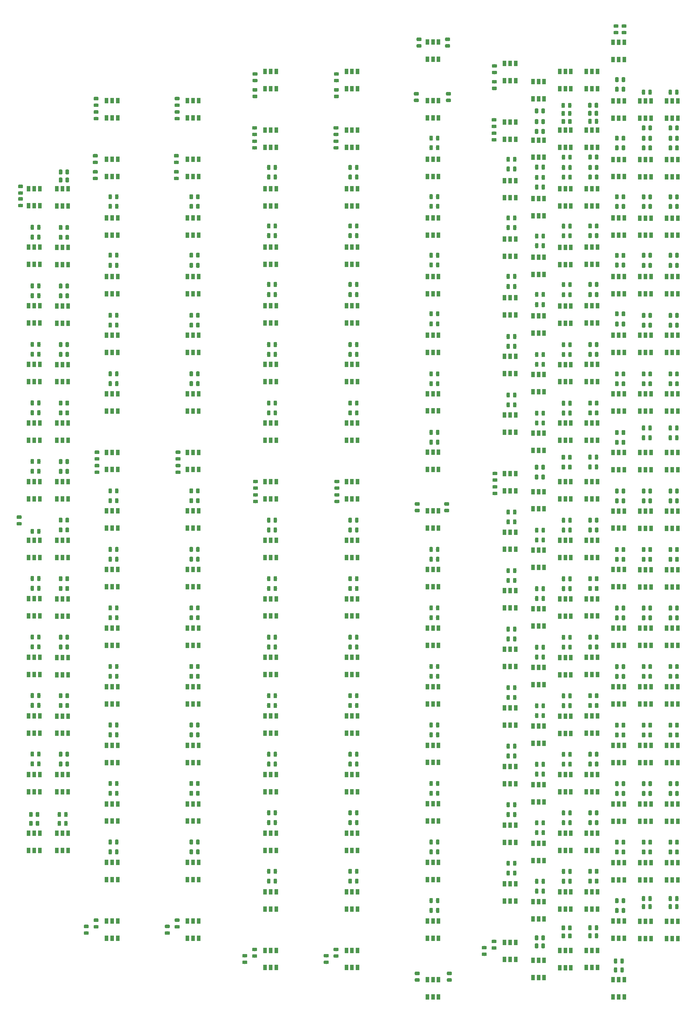
<source format=gbr>
G04 #@! TF.GenerationSoftware,KiCad,Pcbnew,(5.0.0-3-g5ebb6b6)*
G04 #@! TF.CreationDate,2019-02-23T00:38:07-08:00*
G04 #@! TF.ProjectId,PanelNoSeparation,50616E656C4E6F53657061726174696F,rev?*
G04 #@! TF.SameCoordinates,Original*
G04 #@! TF.FileFunction,Paste,Top*
G04 #@! TF.FilePolarity,Positive*
%FSLAX45Y45*%
G04 Gerber Fmt 4.5, Leading zero omitted, Abs format (unit mm)*
G04 Created by KiCad (PCBNEW (5.0.0-3-g5ebb6b6)) date Saturday, February 23, 2019 at 12:38:07 AM*
%MOMM*%
%LPD*%
G01*
G04 APERTURE LIST*
%ADD10C,0.050000*%
%ADD11C,0.975000*%
%ADD12R,1.000000X1.500000*%
G04 APERTURE END LIST*
D10*
G04 #@! TO.C,R14*
G36*
X23178722Y-9373635D02*
X23181088Y-9373986D01*
X23183408Y-9374567D01*
X23185660Y-9375373D01*
X23187823Y-9376396D01*
X23189875Y-9377626D01*
X23191796Y-9379051D01*
X23193568Y-9380657D01*
X23195175Y-9382429D01*
X23196600Y-9384351D01*
X23197829Y-9386402D01*
X23198852Y-9388565D01*
X23199658Y-9390817D01*
X23200239Y-9393137D01*
X23200590Y-9395503D01*
X23200708Y-9397893D01*
X23200708Y-9489143D01*
X23200590Y-9491532D01*
X23200239Y-9493898D01*
X23199658Y-9496218D01*
X23198852Y-9498471D01*
X23197829Y-9500633D01*
X23196600Y-9502685D01*
X23195175Y-9504606D01*
X23193568Y-9506378D01*
X23191796Y-9507985D01*
X23189875Y-9509410D01*
X23187823Y-9510639D01*
X23185660Y-9511662D01*
X23183408Y-9512468D01*
X23181088Y-9513049D01*
X23178722Y-9513400D01*
X23176333Y-9513518D01*
X23127583Y-9513518D01*
X23125193Y-9513400D01*
X23122827Y-9513049D01*
X23120507Y-9512468D01*
X23118255Y-9511662D01*
X23116092Y-9510639D01*
X23114041Y-9509410D01*
X23112119Y-9507985D01*
X23110347Y-9506378D01*
X23108740Y-9504606D01*
X23107315Y-9502685D01*
X23106086Y-9500633D01*
X23105063Y-9498471D01*
X23104257Y-9496218D01*
X23103676Y-9493898D01*
X23103325Y-9491532D01*
X23103208Y-9489143D01*
X23103208Y-9397893D01*
X23103325Y-9395503D01*
X23103676Y-9393137D01*
X23104257Y-9390817D01*
X23105063Y-9388565D01*
X23106086Y-9386402D01*
X23107315Y-9384351D01*
X23108740Y-9382429D01*
X23110347Y-9380657D01*
X23112119Y-9379051D01*
X23114041Y-9377626D01*
X23116092Y-9376396D01*
X23118255Y-9375373D01*
X23120507Y-9374567D01*
X23122827Y-9373986D01*
X23125193Y-9373635D01*
X23127583Y-9373518D01*
X23176333Y-9373518D01*
X23178722Y-9373635D01*
X23178722Y-9373635D01*
G37*
D11*
X23151958Y-9443518D03*
D10*
G36*
X22991222Y-9373635D02*
X22993588Y-9373986D01*
X22995908Y-9374567D01*
X22998160Y-9375373D01*
X23000323Y-9376396D01*
X23002375Y-9377626D01*
X23004296Y-9379051D01*
X23006068Y-9380657D01*
X23007675Y-9382429D01*
X23009100Y-9384351D01*
X23010329Y-9386402D01*
X23011352Y-9388565D01*
X23012158Y-9390817D01*
X23012739Y-9393137D01*
X23013090Y-9395503D01*
X23013208Y-9397893D01*
X23013208Y-9489143D01*
X23013090Y-9491532D01*
X23012739Y-9493898D01*
X23012158Y-9496218D01*
X23011352Y-9498471D01*
X23010329Y-9500633D01*
X23009100Y-9502685D01*
X23007675Y-9504606D01*
X23006068Y-9506378D01*
X23004296Y-9507985D01*
X23002375Y-9509410D01*
X23000323Y-9510639D01*
X22998160Y-9511662D01*
X22995908Y-9512468D01*
X22993588Y-9513049D01*
X22991222Y-9513400D01*
X22988833Y-9513518D01*
X22940083Y-9513518D01*
X22937693Y-9513400D01*
X22935327Y-9513049D01*
X22933007Y-9512468D01*
X22930755Y-9511662D01*
X22928592Y-9510639D01*
X22926541Y-9509410D01*
X22924619Y-9507985D01*
X22922847Y-9506378D01*
X22921240Y-9504606D01*
X22919815Y-9502685D01*
X22918586Y-9500633D01*
X22917563Y-9498471D01*
X22916757Y-9496218D01*
X22916176Y-9493898D01*
X22915825Y-9491532D01*
X22915708Y-9489143D01*
X22915708Y-9397893D01*
X22915825Y-9395503D01*
X22916176Y-9393137D01*
X22916757Y-9390817D01*
X22917563Y-9388565D01*
X22918586Y-9386402D01*
X22919815Y-9384351D01*
X22921240Y-9382429D01*
X22922847Y-9380657D01*
X22924619Y-9379051D01*
X22926541Y-9377626D01*
X22928592Y-9376396D01*
X22930755Y-9375373D01*
X22933007Y-9374567D01*
X22935327Y-9373986D01*
X22937693Y-9373635D01*
X22940083Y-9373518D01*
X22988833Y-9373518D01*
X22991222Y-9373635D01*
X22991222Y-9373635D01*
G37*
D11*
X22964458Y-9443518D03*
G04 #@! TD*
D10*
G04 #@! TO.C,C16*
G36*
X22991222Y-5766236D02*
X22993588Y-5766587D01*
X22995908Y-5767168D01*
X22998160Y-5767974D01*
X23000323Y-5768997D01*
X23002375Y-5770226D01*
X23004296Y-5771651D01*
X23006068Y-5773258D01*
X23007675Y-5775030D01*
X23009100Y-5776951D01*
X23010329Y-5779003D01*
X23011352Y-5781165D01*
X23012158Y-5783418D01*
X23012739Y-5785738D01*
X23013090Y-5788104D01*
X23013208Y-5790493D01*
X23013208Y-5881743D01*
X23013090Y-5884133D01*
X23012739Y-5886499D01*
X23012158Y-5888819D01*
X23011352Y-5891071D01*
X23010329Y-5893234D01*
X23009100Y-5895285D01*
X23007675Y-5897207D01*
X23006068Y-5898979D01*
X23004296Y-5900585D01*
X23002375Y-5902010D01*
X23000323Y-5903240D01*
X22998160Y-5904263D01*
X22995908Y-5905069D01*
X22993588Y-5905650D01*
X22991222Y-5906001D01*
X22988833Y-5906118D01*
X22940083Y-5906118D01*
X22937693Y-5906001D01*
X22935327Y-5905650D01*
X22933007Y-5905069D01*
X22930755Y-5904263D01*
X22928592Y-5903240D01*
X22926541Y-5902010D01*
X22924619Y-5900585D01*
X22922847Y-5898979D01*
X22921240Y-5897207D01*
X22919815Y-5895285D01*
X22918586Y-5893234D01*
X22917563Y-5891071D01*
X22916757Y-5888819D01*
X22916176Y-5886499D01*
X22915825Y-5884133D01*
X22915708Y-5881743D01*
X22915708Y-5790493D01*
X22915825Y-5788104D01*
X22916176Y-5785738D01*
X22916757Y-5783418D01*
X22917563Y-5781165D01*
X22918586Y-5779003D01*
X22919815Y-5776951D01*
X22921240Y-5775030D01*
X22922847Y-5773258D01*
X22924619Y-5771651D01*
X22926541Y-5770226D01*
X22928592Y-5768997D01*
X22930755Y-5767974D01*
X22933007Y-5767168D01*
X22935327Y-5766587D01*
X22937693Y-5766236D01*
X22940083Y-5766118D01*
X22988833Y-5766118D01*
X22991222Y-5766236D01*
X22991222Y-5766236D01*
G37*
D11*
X22964458Y-5836118D03*
D10*
G36*
X23178722Y-5766236D02*
X23181088Y-5766587D01*
X23183408Y-5767168D01*
X23185660Y-5767974D01*
X23187823Y-5768997D01*
X23189875Y-5770226D01*
X23191796Y-5771651D01*
X23193568Y-5773258D01*
X23195175Y-5775030D01*
X23196600Y-5776951D01*
X23197829Y-5779003D01*
X23198852Y-5781165D01*
X23199658Y-5783418D01*
X23200239Y-5785738D01*
X23200590Y-5788104D01*
X23200708Y-5790493D01*
X23200708Y-5881743D01*
X23200590Y-5884133D01*
X23200239Y-5886499D01*
X23199658Y-5888819D01*
X23198852Y-5891071D01*
X23197829Y-5893234D01*
X23196600Y-5895285D01*
X23195175Y-5897207D01*
X23193568Y-5898979D01*
X23191796Y-5900585D01*
X23189875Y-5902010D01*
X23187823Y-5903240D01*
X23185660Y-5904263D01*
X23183408Y-5905069D01*
X23181088Y-5905650D01*
X23178722Y-5906001D01*
X23176333Y-5906118D01*
X23127583Y-5906118D01*
X23125193Y-5906001D01*
X23122827Y-5905650D01*
X23120507Y-5905069D01*
X23118255Y-5904263D01*
X23116092Y-5903240D01*
X23114041Y-5902010D01*
X23112119Y-5900585D01*
X23110347Y-5898979D01*
X23108740Y-5897207D01*
X23107315Y-5895285D01*
X23106086Y-5893234D01*
X23105063Y-5891071D01*
X23104257Y-5888819D01*
X23103676Y-5886499D01*
X23103325Y-5884133D01*
X23103208Y-5881743D01*
X23103208Y-5790493D01*
X23103325Y-5788104D01*
X23103676Y-5785738D01*
X23104257Y-5783418D01*
X23105063Y-5781165D01*
X23106086Y-5779003D01*
X23107315Y-5776951D01*
X23108740Y-5775030D01*
X23110347Y-5773258D01*
X23112119Y-5771651D01*
X23114041Y-5770226D01*
X23116092Y-5768997D01*
X23118255Y-5767974D01*
X23120507Y-5767168D01*
X23122827Y-5766587D01*
X23125193Y-5766236D01*
X23127583Y-5766118D01*
X23176333Y-5766118D01*
X23178722Y-5766236D01*
X23178722Y-5766236D01*
G37*
D11*
X23151958Y-5836118D03*
G04 #@! TD*
D12*
G04 #@! TO.C,D17*
X22857592Y-5263401D03*
X23017592Y-5263401D03*
X23177592Y-5263401D03*
X22857592Y-4773401D03*
X23017592Y-4773401D03*
X23177592Y-4773401D03*
G04 #@! TD*
G04 #@! TO.C,D16*
X23177592Y-6440068D03*
X23017592Y-6440068D03*
X22857592Y-6440068D03*
X23177592Y-6930068D03*
X23017592Y-6930068D03*
X22857592Y-6930068D03*
G04 #@! TD*
G04 #@! TO.C,D15*
X22857592Y-8596735D03*
X23017592Y-8596735D03*
X23177592Y-8596735D03*
X22857592Y-8106734D03*
X23017592Y-8106734D03*
X23177592Y-8106734D03*
G04 #@! TD*
G04 #@! TO.C,D14*
X23177592Y-9773401D03*
X23017592Y-9773401D03*
X22857592Y-9773401D03*
X23177592Y-10263401D03*
X23017592Y-10263401D03*
X22857592Y-10263401D03*
G04 #@! TD*
G04 #@! TO.C,D13*
X22857592Y-11930067D03*
X23017592Y-11930067D03*
X23177592Y-11930067D03*
X22857592Y-11440067D03*
X23017592Y-11440067D03*
X23177592Y-11440067D03*
G04 #@! TD*
D10*
G04 #@! TO.C,R13*
G36*
X22991222Y-11040302D02*
X22993588Y-11040653D01*
X22995908Y-11041234D01*
X22998160Y-11042040D01*
X23000323Y-11043062D01*
X23002375Y-11044292D01*
X23004296Y-11045717D01*
X23006068Y-11047324D01*
X23007675Y-11049096D01*
X23009100Y-11051017D01*
X23010329Y-11053069D01*
X23011352Y-11055231D01*
X23012158Y-11057484D01*
X23012739Y-11059804D01*
X23013090Y-11062170D01*
X23013208Y-11064559D01*
X23013208Y-11155809D01*
X23013090Y-11158198D01*
X23012739Y-11160565D01*
X23012158Y-11162885D01*
X23011352Y-11165137D01*
X23010329Y-11167300D01*
X23009100Y-11169351D01*
X23007675Y-11171273D01*
X23006068Y-11173045D01*
X23004296Y-11174651D01*
X23002375Y-11176076D01*
X23000323Y-11177306D01*
X22998160Y-11178329D01*
X22995908Y-11179135D01*
X22993588Y-11179716D01*
X22991222Y-11180067D01*
X22988833Y-11180184D01*
X22940083Y-11180184D01*
X22937693Y-11180067D01*
X22935327Y-11179716D01*
X22933007Y-11179135D01*
X22930755Y-11178329D01*
X22928592Y-11177306D01*
X22926541Y-11176076D01*
X22924619Y-11174651D01*
X22922847Y-11173045D01*
X22921240Y-11171273D01*
X22919815Y-11169351D01*
X22918586Y-11167300D01*
X22917563Y-11165137D01*
X22916757Y-11162885D01*
X22916176Y-11160565D01*
X22915825Y-11158198D01*
X22915708Y-11155809D01*
X22915708Y-11064559D01*
X22915825Y-11062170D01*
X22916176Y-11059804D01*
X22916757Y-11057484D01*
X22917563Y-11055231D01*
X22918586Y-11053069D01*
X22919815Y-11051017D01*
X22921240Y-11049096D01*
X22922847Y-11047324D01*
X22924619Y-11045717D01*
X22926541Y-11044292D01*
X22928592Y-11043062D01*
X22930755Y-11042040D01*
X22933007Y-11041234D01*
X22935327Y-11040653D01*
X22937693Y-11040302D01*
X22940083Y-11040184D01*
X22988833Y-11040184D01*
X22991222Y-11040302D01*
X22991222Y-11040302D01*
G37*
D11*
X22964458Y-11110184D03*
D10*
G36*
X23178722Y-11040302D02*
X23181088Y-11040653D01*
X23183408Y-11041234D01*
X23185660Y-11042040D01*
X23187823Y-11043062D01*
X23189875Y-11044292D01*
X23191796Y-11045717D01*
X23193568Y-11047324D01*
X23195175Y-11049096D01*
X23196600Y-11051017D01*
X23197829Y-11053069D01*
X23198852Y-11055231D01*
X23199658Y-11057484D01*
X23200239Y-11059804D01*
X23200590Y-11062170D01*
X23200708Y-11064559D01*
X23200708Y-11155809D01*
X23200590Y-11158198D01*
X23200239Y-11160565D01*
X23199658Y-11162885D01*
X23198852Y-11165137D01*
X23197829Y-11167300D01*
X23196600Y-11169351D01*
X23195175Y-11171273D01*
X23193568Y-11173045D01*
X23191796Y-11174651D01*
X23189875Y-11176076D01*
X23187823Y-11177306D01*
X23185660Y-11178329D01*
X23183408Y-11179135D01*
X23181088Y-11179716D01*
X23178722Y-11180067D01*
X23176333Y-11180184D01*
X23127583Y-11180184D01*
X23125193Y-11180067D01*
X23122827Y-11179716D01*
X23120507Y-11179135D01*
X23118255Y-11178329D01*
X23116092Y-11177306D01*
X23114041Y-11176076D01*
X23112119Y-11174651D01*
X23110347Y-11173045D01*
X23108740Y-11171273D01*
X23107315Y-11169351D01*
X23106086Y-11167300D01*
X23105063Y-11165137D01*
X23104257Y-11162885D01*
X23103676Y-11160565D01*
X23103325Y-11158198D01*
X23103208Y-11155809D01*
X23103208Y-11064559D01*
X23103325Y-11062170D01*
X23103676Y-11059804D01*
X23104257Y-11057484D01*
X23105063Y-11055231D01*
X23106086Y-11053069D01*
X23107315Y-11051017D01*
X23108740Y-11049096D01*
X23110347Y-11047324D01*
X23112119Y-11045717D01*
X23114041Y-11044292D01*
X23116092Y-11043062D01*
X23118255Y-11042040D01*
X23120507Y-11041234D01*
X23122827Y-11040653D01*
X23125193Y-11040302D01*
X23127583Y-11040184D01*
X23176333Y-11040184D01*
X23178722Y-11040302D01*
X23178722Y-11040302D01*
G37*
D11*
X23151958Y-11110184D03*
G04 #@! TD*
D10*
G04 #@! TO.C,C17*
G36*
X22988644Y-4450718D02*
X22991010Y-4451069D01*
X22993330Y-4451650D01*
X22995582Y-4452456D01*
X22997745Y-4453478D01*
X22999797Y-4454708D01*
X23001718Y-4456133D01*
X23003490Y-4457740D01*
X23005097Y-4459512D01*
X23006522Y-4461433D01*
X23007751Y-4463485D01*
X23008774Y-4465647D01*
X23009580Y-4467900D01*
X23010161Y-4470220D01*
X23010512Y-4472586D01*
X23010630Y-4474975D01*
X23010630Y-4523725D01*
X23010512Y-4526114D01*
X23010161Y-4528481D01*
X23009580Y-4530801D01*
X23008774Y-4533053D01*
X23007751Y-4535216D01*
X23006522Y-4537267D01*
X23005097Y-4539189D01*
X23003490Y-4540961D01*
X23001718Y-4542567D01*
X22999797Y-4543992D01*
X22997745Y-4545222D01*
X22995582Y-4546245D01*
X22993330Y-4547051D01*
X22991010Y-4547632D01*
X22988644Y-4547983D01*
X22986255Y-4548100D01*
X22895005Y-4548100D01*
X22892615Y-4547983D01*
X22890249Y-4547632D01*
X22887929Y-4547051D01*
X22885677Y-4546245D01*
X22883514Y-4545222D01*
X22881463Y-4543992D01*
X22879541Y-4542567D01*
X22877769Y-4540961D01*
X22876162Y-4539189D01*
X22874737Y-4537267D01*
X22873508Y-4535216D01*
X22872485Y-4533053D01*
X22871679Y-4530801D01*
X22871098Y-4528481D01*
X22870747Y-4526114D01*
X22870630Y-4523725D01*
X22870630Y-4474975D01*
X22870747Y-4472586D01*
X22871098Y-4470220D01*
X22871679Y-4467900D01*
X22872485Y-4465647D01*
X22873508Y-4463485D01*
X22874737Y-4461433D01*
X22876162Y-4459512D01*
X22877769Y-4457740D01*
X22879541Y-4456133D01*
X22881463Y-4454708D01*
X22883514Y-4453478D01*
X22885677Y-4452456D01*
X22887929Y-4451650D01*
X22890249Y-4451069D01*
X22892615Y-4450718D01*
X22895005Y-4450600D01*
X22986255Y-4450600D01*
X22988644Y-4450718D01*
X22988644Y-4450718D01*
G37*
D11*
X22940630Y-4499350D03*
D10*
G36*
X22988644Y-4263218D02*
X22991010Y-4263569D01*
X22993330Y-4264150D01*
X22995582Y-4264956D01*
X22997745Y-4265978D01*
X22999797Y-4267208D01*
X23001718Y-4268633D01*
X23003490Y-4270240D01*
X23005097Y-4272012D01*
X23006522Y-4273933D01*
X23007751Y-4275985D01*
X23008774Y-4278147D01*
X23009580Y-4280400D01*
X23010161Y-4282720D01*
X23010512Y-4285086D01*
X23010630Y-4287475D01*
X23010630Y-4336225D01*
X23010512Y-4338614D01*
X23010161Y-4340981D01*
X23009580Y-4343301D01*
X23008774Y-4345553D01*
X23007751Y-4347716D01*
X23006522Y-4349767D01*
X23005097Y-4351689D01*
X23003490Y-4353461D01*
X23001718Y-4355067D01*
X22999797Y-4356492D01*
X22997745Y-4357722D01*
X22995582Y-4358745D01*
X22993330Y-4359551D01*
X22991010Y-4360132D01*
X22988644Y-4360483D01*
X22986255Y-4360600D01*
X22895005Y-4360600D01*
X22892615Y-4360483D01*
X22890249Y-4360132D01*
X22887929Y-4359551D01*
X22885677Y-4358745D01*
X22883514Y-4357722D01*
X22881463Y-4356492D01*
X22879541Y-4355067D01*
X22877769Y-4353461D01*
X22876162Y-4351689D01*
X22874737Y-4349767D01*
X22873508Y-4347716D01*
X22872485Y-4345553D01*
X22871679Y-4343301D01*
X22871098Y-4340981D01*
X22870747Y-4338614D01*
X22870630Y-4336225D01*
X22870630Y-4287475D01*
X22870747Y-4285086D01*
X22871098Y-4282720D01*
X22871679Y-4280400D01*
X22872485Y-4278147D01*
X22873508Y-4275985D01*
X22874737Y-4273933D01*
X22876162Y-4272012D01*
X22877769Y-4270240D01*
X22879541Y-4268633D01*
X22881463Y-4267208D01*
X22883514Y-4265978D01*
X22885677Y-4264956D01*
X22887929Y-4264150D01*
X22890249Y-4263569D01*
X22892615Y-4263218D01*
X22895005Y-4263100D01*
X22986255Y-4263100D01*
X22988644Y-4263218D01*
X22988644Y-4263218D01*
G37*
D11*
X22940630Y-4311850D03*
G04 #@! TD*
D10*
G04 #@! TO.C,C13*
G36*
X23178722Y-10766236D02*
X23181088Y-10766587D01*
X23183408Y-10767168D01*
X23185660Y-10767974D01*
X23187823Y-10768996D01*
X23189875Y-10770226D01*
X23191796Y-10771651D01*
X23193568Y-10773258D01*
X23195175Y-10775030D01*
X23196600Y-10776951D01*
X23197829Y-10779003D01*
X23198852Y-10781165D01*
X23199658Y-10783418D01*
X23200239Y-10785738D01*
X23200590Y-10788104D01*
X23200708Y-10790493D01*
X23200708Y-10881743D01*
X23200590Y-10884132D01*
X23200239Y-10886499D01*
X23199658Y-10888819D01*
X23198852Y-10891071D01*
X23197829Y-10893234D01*
X23196600Y-10895285D01*
X23195175Y-10897207D01*
X23193568Y-10898979D01*
X23191796Y-10900585D01*
X23189875Y-10902010D01*
X23187823Y-10903240D01*
X23185660Y-10904263D01*
X23183408Y-10905069D01*
X23181088Y-10905650D01*
X23178722Y-10906001D01*
X23176333Y-10906118D01*
X23127583Y-10906118D01*
X23125193Y-10906001D01*
X23122827Y-10905650D01*
X23120507Y-10905069D01*
X23118255Y-10904263D01*
X23116092Y-10903240D01*
X23114041Y-10902010D01*
X23112119Y-10900585D01*
X23110347Y-10898979D01*
X23108740Y-10897207D01*
X23107315Y-10895285D01*
X23106086Y-10893234D01*
X23105063Y-10891071D01*
X23104257Y-10888819D01*
X23103676Y-10886499D01*
X23103325Y-10884132D01*
X23103208Y-10881743D01*
X23103208Y-10790493D01*
X23103325Y-10788104D01*
X23103676Y-10785738D01*
X23104257Y-10783418D01*
X23105063Y-10781165D01*
X23106086Y-10779003D01*
X23107315Y-10776951D01*
X23108740Y-10775030D01*
X23110347Y-10773258D01*
X23112119Y-10771651D01*
X23114041Y-10770226D01*
X23116092Y-10768996D01*
X23118255Y-10767974D01*
X23120507Y-10767168D01*
X23122827Y-10766587D01*
X23125193Y-10766236D01*
X23127583Y-10766118D01*
X23176333Y-10766118D01*
X23178722Y-10766236D01*
X23178722Y-10766236D01*
G37*
D11*
X23151958Y-10836118D03*
D10*
G36*
X22991222Y-10766236D02*
X22993588Y-10766587D01*
X22995908Y-10767168D01*
X22998160Y-10767974D01*
X23000323Y-10768996D01*
X23002375Y-10770226D01*
X23004296Y-10771651D01*
X23006068Y-10773258D01*
X23007675Y-10775030D01*
X23009100Y-10776951D01*
X23010329Y-10779003D01*
X23011352Y-10781165D01*
X23012158Y-10783418D01*
X23012739Y-10785738D01*
X23013090Y-10788104D01*
X23013208Y-10790493D01*
X23013208Y-10881743D01*
X23013090Y-10884132D01*
X23012739Y-10886499D01*
X23012158Y-10888819D01*
X23011352Y-10891071D01*
X23010329Y-10893234D01*
X23009100Y-10895285D01*
X23007675Y-10897207D01*
X23006068Y-10898979D01*
X23004296Y-10900585D01*
X23002375Y-10902010D01*
X23000323Y-10903240D01*
X22998160Y-10904263D01*
X22995908Y-10905069D01*
X22993588Y-10905650D01*
X22991222Y-10906001D01*
X22988833Y-10906118D01*
X22940083Y-10906118D01*
X22937693Y-10906001D01*
X22935327Y-10905650D01*
X22933007Y-10905069D01*
X22930755Y-10904263D01*
X22928592Y-10903240D01*
X22926541Y-10902010D01*
X22924619Y-10900585D01*
X22922847Y-10898979D01*
X22921240Y-10897207D01*
X22919815Y-10895285D01*
X22918586Y-10893234D01*
X22917563Y-10891071D01*
X22916757Y-10888819D01*
X22916176Y-10886499D01*
X22915825Y-10884132D01*
X22915708Y-10881743D01*
X22915708Y-10790493D01*
X22915825Y-10788104D01*
X22916176Y-10785738D01*
X22916757Y-10783418D01*
X22917563Y-10781165D01*
X22918586Y-10779003D01*
X22919815Y-10776951D01*
X22921240Y-10775030D01*
X22922847Y-10773258D01*
X22924619Y-10771651D01*
X22926541Y-10770226D01*
X22928592Y-10768996D01*
X22930755Y-10767974D01*
X22933007Y-10767168D01*
X22935327Y-10766587D01*
X22937693Y-10766236D01*
X22940083Y-10766118D01*
X22988833Y-10766118D01*
X22991222Y-10766236D01*
X22991222Y-10766236D01*
G37*
D11*
X22964458Y-10836118D03*
G04 #@! TD*
D10*
G04 #@! TO.C,C14*
G36*
X22991222Y-9099569D02*
X22993588Y-9099920D01*
X22995908Y-9100501D01*
X22998160Y-9101307D01*
X23000323Y-9102330D01*
X23002375Y-9103560D01*
X23004296Y-9104985D01*
X23006068Y-9106591D01*
X23007675Y-9108363D01*
X23009100Y-9110285D01*
X23010329Y-9112336D01*
X23011352Y-9114499D01*
X23012158Y-9116751D01*
X23012739Y-9119071D01*
X23013090Y-9121437D01*
X23013208Y-9123827D01*
X23013208Y-9215077D01*
X23013090Y-9217466D01*
X23012739Y-9219832D01*
X23012158Y-9222152D01*
X23011352Y-9224405D01*
X23010329Y-9226567D01*
X23009100Y-9228619D01*
X23007675Y-9230540D01*
X23006068Y-9232312D01*
X23004296Y-9233919D01*
X23002375Y-9235344D01*
X23000323Y-9236573D01*
X22998160Y-9237596D01*
X22995908Y-9238402D01*
X22993588Y-9238983D01*
X22991222Y-9239334D01*
X22988833Y-9239452D01*
X22940083Y-9239452D01*
X22937693Y-9239334D01*
X22935327Y-9238983D01*
X22933007Y-9238402D01*
X22930755Y-9237596D01*
X22928592Y-9236573D01*
X22926541Y-9235344D01*
X22924619Y-9233919D01*
X22922847Y-9232312D01*
X22921240Y-9230540D01*
X22919815Y-9228619D01*
X22918586Y-9226567D01*
X22917563Y-9224405D01*
X22916757Y-9222152D01*
X22916176Y-9219832D01*
X22915825Y-9217466D01*
X22915708Y-9215077D01*
X22915708Y-9123827D01*
X22915825Y-9121437D01*
X22916176Y-9119071D01*
X22916757Y-9116751D01*
X22917563Y-9114499D01*
X22918586Y-9112336D01*
X22919815Y-9110285D01*
X22921240Y-9108363D01*
X22922847Y-9106591D01*
X22924619Y-9104985D01*
X22926541Y-9103560D01*
X22928592Y-9102330D01*
X22930755Y-9101307D01*
X22933007Y-9100501D01*
X22935327Y-9099920D01*
X22937693Y-9099569D01*
X22940083Y-9099452D01*
X22988833Y-9099452D01*
X22991222Y-9099569D01*
X22991222Y-9099569D01*
G37*
D11*
X22964458Y-9169452D03*
D10*
G36*
X23178722Y-9099569D02*
X23181088Y-9099920D01*
X23183408Y-9100501D01*
X23185660Y-9101307D01*
X23187823Y-9102330D01*
X23189875Y-9103560D01*
X23191796Y-9104985D01*
X23193568Y-9106591D01*
X23195175Y-9108363D01*
X23196600Y-9110285D01*
X23197829Y-9112336D01*
X23198852Y-9114499D01*
X23199658Y-9116751D01*
X23200239Y-9119071D01*
X23200590Y-9121437D01*
X23200708Y-9123827D01*
X23200708Y-9215077D01*
X23200590Y-9217466D01*
X23200239Y-9219832D01*
X23199658Y-9222152D01*
X23198852Y-9224405D01*
X23197829Y-9226567D01*
X23196600Y-9228619D01*
X23195175Y-9230540D01*
X23193568Y-9232312D01*
X23191796Y-9233919D01*
X23189875Y-9235344D01*
X23187823Y-9236573D01*
X23185660Y-9237596D01*
X23183408Y-9238402D01*
X23181088Y-9238983D01*
X23178722Y-9239334D01*
X23176333Y-9239452D01*
X23127583Y-9239452D01*
X23125193Y-9239334D01*
X23122827Y-9238983D01*
X23120507Y-9238402D01*
X23118255Y-9237596D01*
X23116092Y-9236573D01*
X23114041Y-9235344D01*
X23112119Y-9233919D01*
X23110347Y-9232312D01*
X23108740Y-9230540D01*
X23107315Y-9228619D01*
X23106086Y-9226567D01*
X23105063Y-9224405D01*
X23104257Y-9222152D01*
X23103676Y-9219832D01*
X23103325Y-9217466D01*
X23103208Y-9215077D01*
X23103208Y-9123827D01*
X23103325Y-9121437D01*
X23103676Y-9119071D01*
X23104257Y-9116751D01*
X23105063Y-9114499D01*
X23106086Y-9112336D01*
X23107315Y-9110285D01*
X23108740Y-9108363D01*
X23110347Y-9106591D01*
X23112119Y-9104985D01*
X23114041Y-9103560D01*
X23116092Y-9102330D01*
X23118255Y-9101307D01*
X23120507Y-9100501D01*
X23122827Y-9099920D01*
X23125193Y-9099569D01*
X23127583Y-9099452D01*
X23176333Y-9099452D01*
X23178722Y-9099569D01*
X23178722Y-9099569D01*
G37*
D11*
X23151958Y-9169452D03*
G04 #@! TD*
D10*
G04 #@! TO.C,C15*
G36*
X23178722Y-7432902D02*
X23181088Y-7433253D01*
X23183408Y-7433835D01*
X23185660Y-7434640D01*
X23187823Y-7435663D01*
X23189875Y-7436893D01*
X23191796Y-7438318D01*
X23193568Y-7439924D01*
X23195175Y-7441697D01*
X23196600Y-7443618D01*
X23197829Y-7445670D01*
X23198852Y-7447832D01*
X23199658Y-7450084D01*
X23200239Y-7452405D01*
X23200590Y-7454771D01*
X23200708Y-7457160D01*
X23200708Y-7548410D01*
X23200590Y-7550799D01*
X23200239Y-7553165D01*
X23199658Y-7555486D01*
X23198852Y-7557738D01*
X23197829Y-7559900D01*
X23196600Y-7561952D01*
X23195175Y-7563873D01*
X23193568Y-7565646D01*
X23191796Y-7567252D01*
X23189875Y-7568677D01*
X23187823Y-7569907D01*
X23185660Y-7570930D01*
X23183408Y-7571735D01*
X23181088Y-7572317D01*
X23178722Y-7572668D01*
X23176333Y-7572785D01*
X23127583Y-7572785D01*
X23125193Y-7572668D01*
X23122827Y-7572317D01*
X23120507Y-7571735D01*
X23118255Y-7570930D01*
X23116092Y-7569907D01*
X23114041Y-7568677D01*
X23112119Y-7567252D01*
X23110347Y-7565646D01*
X23108740Y-7563873D01*
X23107315Y-7561952D01*
X23106086Y-7559900D01*
X23105063Y-7557738D01*
X23104257Y-7555486D01*
X23103676Y-7553165D01*
X23103325Y-7550799D01*
X23103208Y-7548410D01*
X23103208Y-7457160D01*
X23103325Y-7454771D01*
X23103676Y-7452405D01*
X23104257Y-7450084D01*
X23105063Y-7447832D01*
X23106086Y-7445670D01*
X23107315Y-7443618D01*
X23108740Y-7441697D01*
X23110347Y-7439924D01*
X23112119Y-7438318D01*
X23114041Y-7436893D01*
X23116092Y-7435663D01*
X23118255Y-7434640D01*
X23120507Y-7433835D01*
X23122827Y-7433253D01*
X23125193Y-7432902D01*
X23127583Y-7432785D01*
X23176333Y-7432785D01*
X23178722Y-7432902D01*
X23178722Y-7432902D01*
G37*
D11*
X23151958Y-7502785D03*
D10*
G36*
X22991222Y-7432902D02*
X22993588Y-7433253D01*
X22995908Y-7433835D01*
X22998160Y-7434640D01*
X23000323Y-7435663D01*
X23002375Y-7436893D01*
X23004296Y-7438318D01*
X23006068Y-7439924D01*
X23007675Y-7441697D01*
X23009100Y-7443618D01*
X23010329Y-7445670D01*
X23011352Y-7447832D01*
X23012158Y-7450084D01*
X23012739Y-7452405D01*
X23013090Y-7454771D01*
X23013208Y-7457160D01*
X23013208Y-7548410D01*
X23013090Y-7550799D01*
X23012739Y-7553165D01*
X23012158Y-7555486D01*
X23011352Y-7557738D01*
X23010329Y-7559900D01*
X23009100Y-7561952D01*
X23007675Y-7563873D01*
X23006068Y-7565646D01*
X23004296Y-7567252D01*
X23002375Y-7568677D01*
X23000323Y-7569907D01*
X22998160Y-7570930D01*
X22995908Y-7571735D01*
X22993588Y-7572317D01*
X22991222Y-7572668D01*
X22988833Y-7572785D01*
X22940083Y-7572785D01*
X22937693Y-7572668D01*
X22935327Y-7572317D01*
X22933007Y-7571735D01*
X22930755Y-7570930D01*
X22928592Y-7569907D01*
X22926541Y-7568677D01*
X22924619Y-7567252D01*
X22922847Y-7565646D01*
X22921240Y-7563873D01*
X22919815Y-7561952D01*
X22918586Y-7559900D01*
X22917563Y-7557738D01*
X22916757Y-7555486D01*
X22916176Y-7553165D01*
X22915825Y-7550799D01*
X22915708Y-7548410D01*
X22915708Y-7457160D01*
X22915825Y-7454771D01*
X22916176Y-7452405D01*
X22916757Y-7450084D01*
X22917563Y-7447832D01*
X22918586Y-7445670D01*
X22919815Y-7443618D01*
X22921240Y-7441697D01*
X22922847Y-7439924D01*
X22924619Y-7438318D01*
X22926541Y-7436893D01*
X22928592Y-7435663D01*
X22930755Y-7434640D01*
X22933007Y-7433835D01*
X22935327Y-7433253D01*
X22937693Y-7432902D01*
X22940083Y-7432785D01*
X22988833Y-7432785D01*
X22991222Y-7432902D01*
X22991222Y-7432902D01*
G37*
D11*
X22964458Y-7502785D03*
G04 #@! TD*
D10*
G04 #@! TO.C,R15*
G36*
X22991222Y-7706968D02*
X22993588Y-7707319D01*
X22995908Y-7707901D01*
X22998160Y-7708706D01*
X23000323Y-7709729D01*
X23002375Y-7710959D01*
X23004296Y-7712384D01*
X23006068Y-7713990D01*
X23007675Y-7715763D01*
X23009100Y-7717684D01*
X23010329Y-7719736D01*
X23011352Y-7721898D01*
X23012158Y-7724150D01*
X23012739Y-7726471D01*
X23013090Y-7728837D01*
X23013208Y-7731226D01*
X23013208Y-7822476D01*
X23013090Y-7824865D01*
X23012739Y-7827231D01*
X23012158Y-7829552D01*
X23011352Y-7831804D01*
X23010329Y-7833966D01*
X23009100Y-7836018D01*
X23007675Y-7837939D01*
X23006068Y-7839712D01*
X23004296Y-7841318D01*
X23002375Y-7842743D01*
X23000323Y-7843973D01*
X22998160Y-7844996D01*
X22995908Y-7845801D01*
X22993588Y-7846383D01*
X22991222Y-7846734D01*
X22988833Y-7846851D01*
X22940083Y-7846851D01*
X22937693Y-7846734D01*
X22935327Y-7846383D01*
X22933007Y-7845801D01*
X22930755Y-7844996D01*
X22928592Y-7843973D01*
X22926541Y-7842743D01*
X22924619Y-7841318D01*
X22922847Y-7839712D01*
X22921240Y-7837939D01*
X22919815Y-7836018D01*
X22918586Y-7833966D01*
X22917563Y-7831804D01*
X22916757Y-7829552D01*
X22916176Y-7827231D01*
X22915825Y-7824865D01*
X22915708Y-7822476D01*
X22915708Y-7731226D01*
X22915825Y-7728837D01*
X22916176Y-7726471D01*
X22916757Y-7724150D01*
X22917563Y-7721898D01*
X22918586Y-7719736D01*
X22919815Y-7717684D01*
X22921240Y-7715763D01*
X22922847Y-7713990D01*
X22924619Y-7712384D01*
X22926541Y-7710959D01*
X22928592Y-7709729D01*
X22930755Y-7708706D01*
X22933007Y-7707901D01*
X22935327Y-7707319D01*
X22937693Y-7706968D01*
X22940083Y-7706851D01*
X22988833Y-7706851D01*
X22991222Y-7706968D01*
X22991222Y-7706968D01*
G37*
D11*
X22964458Y-7776851D03*
D10*
G36*
X23178722Y-7706968D02*
X23181088Y-7707319D01*
X23183408Y-7707901D01*
X23185660Y-7708706D01*
X23187823Y-7709729D01*
X23189875Y-7710959D01*
X23191796Y-7712384D01*
X23193568Y-7713990D01*
X23195175Y-7715763D01*
X23196600Y-7717684D01*
X23197829Y-7719736D01*
X23198852Y-7721898D01*
X23199658Y-7724150D01*
X23200239Y-7726471D01*
X23200590Y-7728837D01*
X23200708Y-7731226D01*
X23200708Y-7822476D01*
X23200590Y-7824865D01*
X23200239Y-7827231D01*
X23199658Y-7829552D01*
X23198852Y-7831804D01*
X23197829Y-7833966D01*
X23196600Y-7836018D01*
X23195175Y-7837939D01*
X23193568Y-7839712D01*
X23191796Y-7841318D01*
X23189875Y-7842743D01*
X23187823Y-7843973D01*
X23185660Y-7844996D01*
X23183408Y-7845801D01*
X23181088Y-7846383D01*
X23178722Y-7846734D01*
X23176333Y-7846851D01*
X23127583Y-7846851D01*
X23125193Y-7846734D01*
X23122827Y-7846383D01*
X23120507Y-7845801D01*
X23118255Y-7844996D01*
X23116092Y-7843973D01*
X23114041Y-7842743D01*
X23112119Y-7841318D01*
X23110347Y-7839712D01*
X23108740Y-7837939D01*
X23107315Y-7836018D01*
X23106086Y-7833966D01*
X23105063Y-7831804D01*
X23104257Y-7829552D01*
X23103676Y-7827231D01*
X23103325Y-7824865D01*
X23103208Y-7822476D01*
X23103208Y-7731226D01*
X23103325Y-7728837D01*
X23103676Y-7726471D01*
X23104257Y-7724150D01*
X23105063Y-7721898D01*
X23106086Y-7719736D01*
X23107315Y-7717684D01*
X23108740Y-7715763D01*
X23110347Y-7713990D01*
X23112119Y-7712384D01*
X23114041Y-7710959D01*
X23116092Y-7709729D01*
X23118255Y-7708706D01*
X23120507Y-7707901D01*
X23122827Y-7707319D01*
X23125193Y-7706968D01*
X23127583Y-7706851D01*
X23176333Y-7706851D01*
X23178722Y-7706968D01*
X23178722Y-7706968D01*
G37*
D11*
X23151958Y-7776851D03*
G04 #@! TD*
D10*
G04 #@! TO.C,R16*
G36*
X23178722Y-6040302D02*
X23181088Y-6040653D01*
X23183408Y-6041234D01*
X23185660Y-6042040D01*
X23187823Y-6043063D01*
X23189875Y-6044292D01*
X23191796Y-6045717D01*
X23193568Y-6047324D01*
X23195175Y-6049096D01*
X23196600Y-6051017D01*
X23197829Y-6053069D01*
X23198852Y-6055231D01*
X23199658Y-6057484D01*
X23200239Y-6059804D01*
X23200590Y-6062170D01*
X23200708Y-6064559D01*
X23200708Y-6155809D01*
X23200590Y-6158199D01*
X23200239Y-6160565D01*
X23199658Y-6162885D01*
X23198852Y-6165137D01*
X23197829Y-6167300D01*
X23196600Y-6169351D01*
X23195175Y-6171273D01*
X23193568Y-6173045D01*
X23191796Y-6174651D01*
X23189875Y-6176076D01*
X23187823Y-6177306D01*
X23185660Y-6178329D01*
X23183408Y-6179135D01*
X23181088Y-6179716D01*
X23178722Y-6180067D01*
X23176333Y-6180184D01*
X23127583Y-6180184D01*
X23125193Y-6180067D01*
X23122827Y-6179716D01*
X23120507Y-6179135D01*
X23118255Y-6178329D01*
X23116092Y-6177306D01*
X23114041Y-6176076D01*
X23112119Y-6174651D01*
X23110347Y-6173045D01*
X23108740Y-6171273D01*
X23107315Y-6169351D01*
X23106086Y-6167300D01*
X23105063Y-6165137D01*
X23104257Y-6162885D01*
X23103676Y-6160565D01*
X23103325Y-6158199D01*
X23103208Y-6155809D01*
X23103208Y-6064559D01*
X23103325Y-6062170D01*
X23103676Y-6059804D01*
X23104257Y-6057484D01*
X23105063Y-6055231D01*
X23106086Y-6053069D01*
X23107315Y-6051017D01*
X23108740Y-6049096D01*
X23110347Y-6047324D01*
X23112119Y-6045717D01*
X23114041Y-6044292D01*
X23116092Y-6043063D01*
X23118255Y-6042040D01*
X23120507Y-6041234D01*
X23122827Y-6040653D01*
X23125193Y-6040302D01*
X23127583Y-6040184D01*
X23176333Y-6040184D01*
X23178722Y-6040302D01*
X23178722Y-6040302D01*
G37*
D11*
X23151958Y-6110184D03*
D10*
G36*
X22991222Y-6040302D02*
X22993588Y-6040653D01*
X22995908Y-6041234D01*
X22998160Y-6042040D01*
X23000323Y-6043063D01*
X23002375Y-6044292D01*
X23004296Y-6045717D01*
X23006068Y-6047324D01*
X23007675Y-6049096D01*
X23009100Y-6051017D01*
X23010329Y-6053069D01*
X23011352Y-6055231D01*
X23012158Y-6057484D01*
X23012739Y-6059804D01*
X23013090Y-6062170D01*
X23013208Y-6064559D01*
X23013208Y-6155809D01*
X23013090Y-6158199D01*
X23012739Y-6160565D01*
X23012158Y-6162885D01*
X23011352Y-6165137D01*
X23010329Y-6167300D01*
X23009100Y-6169351D01*
X23007675Y-6171273D01*
X23006068Y-6173045D01*
X23004296Y-6174651D01*
X23002375Y-6176076D01*
X23000323Y-6177306D01*
X22998160Y-6178329D01*
X22995908Y-6179135D01*
X22993588Y-6179716D01*
X22991222Y-6180067D01*
X22988833Y-6180184D01*
X22940083Y-6180184D01*
X22937693Y-6180067D01*
X22935327Y-6179716D01*
X22933007Y-6179135D01*
X22930755Y-6178329D01*
X22928592Y-6177306D01*
X22926541Y-6176076D01*
X22924619Y-6174651D01*
X22922847Y-6173045D01*
X22921240Y-6171273D01*
X22919815Y-6169351D01*
X22918586Y-6167300D01*
X22917563Y-6165137D01*
X22916757Y-6162885D01*
X22916176Y-6160565D01*
X22915825Y-6158199D01*
X22915708Y-6155809D01*
X22915708Y-6064559D01*
X22915825Y-6062170D01*
X22916176Y-6059804D01*
X22916757Y-6057484D01*
X22917563Y-6055231D01*
X22918586Y-6053069D01*
X22919815Y-6051017D01*
X22921240Y-6049096D01*
X22922847Y-6047324D01*
X22924619Y-6045717D01*
X22926541Y-6044292D01*
X22928592Y-6043063D01*
X22930755Y-6042040D01*
X22933007Y-6041234D01*
X22935327Y-6040653D01*
X22937693Y-6040302D01*
X22940083Y-6040184D01*
X22988833Y-6040184D01*
X22991222Y-6040302D01*
X22991222Y-6040302D01*
G37*
D11*
X22964458Y-6110184D03*
G04 #@! TD*
D10*
G04 #@! TO.C,R17*
G36*
X23217244Y-4263218D02*
X23219610Y-4263569D01*
X23221930Y-4264150D01*
X23224182Y-4264956D01*
X23226345Y-4265978D01*
X23228397Y-4267208D01*
X23230318Y-4268633D01*
X23232090Y-4270240D01*
X23233697Y-4272012D01*
X23235122Y-4273933D01*
X23236351Y-4275985D01*
X23237374Y-4278147D01*
X23238180Y-4280400D01*
X23238761Y-4282720D01*
X23239112Y-4285086D01*
X23239230Y-4287475D01*
X23239230Y-4336225D01*
X23239112Y-4338614D01*
X23238761Y-4340981D01*
X23238180Y-4343301D01*
X23237374Y-4345553D01*
X23236351Y-4347716D01*
X23235122Y-4349767D01*
X23233697Y-4351689D01*
X23232090Y-4353461D01*
X23230318Y-4355067D01*
X23228397Y-4356492D01*
X23226345Y-4357722D01*
X23224182Y-4358745D01*
X23221930Y-4359551D01*
X23219610Y-4360132D01*
X23217244Y-4360483D01*
X23214855Y-4360600D01*
X23123605Y-4360600D01*
X23121215Y-4360483D01*
X23118849Y-4360132D01*
X23116529Y-4359551D01*
X23114277Y-4358745D01*
X23112114Y-4357722D01*
X23110063Y-4356492D01*
X23108141Y-4355067D01*
X23106369Y-4353461D01*
X23104762Y-4351689D01*
X23103337Y-4349767D01*
X23102108Y-4347716D01*
X23101085Y-4345553D01*
X23100279Y-4343301D01*
X23099698Y-4340981D01*
X23099347Y-4338614D01*
X23099230Y-4336225D01*
X23099230Y-4287475D01*
X23099347Y-4285086D01*
X23099698Y-4282720D01*
X23100279Y-4280400D01*
X23101085Y-4278147D01*
X23102108Y-4275985D01*
X23103337Y-4273933D01*
X23104762Y-4272012D01*
X23106369Y-4270240D01*
X23108141Y-4268633D01*
X23110063Y-4267208D01*
X23112114Y-4265978D01*
X23114277Y-4264956D01*
X23116529Y-4264150D01*
X23118849Y-4263569D01*
X23121215Y-4263218D01*
X23123605Y-4263100D01*
X23214855Y-4263100D01*
X23217244Y-4263218D01*
X23217244Y-4263218D01*
G37*
D11*
X23169230Y-4311850D03*
D10*
G36*
X23217244Y-4450718D02*
X23219610Y-4451069D01*
X23221930Y-4451650D01*
X23224182Y-4452456D01*
X23226345Y-4453478D01*
X23228397Y-4454708D01*
X23230318Y-4456133D01*
X23232090Y-4457740D01*
X23233697Y-4459512D01*
X23235122Y-4461433D01*
X23236351Y-4463485D01*
X23237374Y-4465647D01*
X23238180Y-4467900D01*
X23238761Y-4470220D01*
X23239112Y-4472586D01*
X23239230Y-4474975D01*
X23239230Y-4523725D01*
X23239112Y-4526114D01*
X23238761Y-4528481D01*
X23238180Y-4530801D01*
X23237374Y-4533053D01*
X23236351Y-4535216D01*
X23235122Y-4537267D01*
X23233697Y-4539189D01*
X23232090Y-4540961D01*
X23230318Y-4542567D01*
X23228397Y-4543992D01*
X23226345Y-4545222D01*
X23224182Y-4546245D01*
X23221930Y-4547051D01*
X23219610Y-4547632D01*
X23217244Y-4547983D01*
X23214855Y-4548100D01*
X23123605Y-4548100D01*
X23121215Y-4547983D01*
X23118849Y-4547632D01*
X23116529Y-4547051D01*
X23114277Y-4546245D01*
X23112114Y-4545222D01*
X23110063Y-4543992D01*
X23108141Y-4542567D01*
X23106369Y-4540961D01*
X23104762Y-4539189D01*
X23103337Y-4537267D01*
X23102108Y-4535216D01*
X23101085Y-4533053D01*
X23100279Y-4530801D01*
X23099698Y-4528481D01*
X23099347Y-4526114D01*
X23099230Y-4523725D01*
X23099230Y-4474975D01*
X23099347Y-4472586D01*
X23099698Y-4470220D01*
X23100279Y-4467900D01*
X23101085Y-4465647D01*
X23102108Y-4463485D01*
X23103337Y-4461433D01*
X23104762Y-4459512D01*
X23106369Y-4457740D01*
X23108141Y-4456133D01*
X23110063Y-4454708D01*
X23112114Y-4453478D01*
X23114277Y-4452456D01*
X23116529Y-4451650D01*
X23118849Y-4451069D01*
X23121215Y-4450718D01*
X23123605Y-4450600D01*
X23214855Y-4450600D01*
X23217244Y-4450718D01*
X23217244Y-4450718D01*
G37*
D11*
X23169230Y-4499350D03*
G04 #@! TD*
D10*
G04 #@! TO.C,C8*
G36*
X22991222Y-19132372D02*
X22993588Y-19132723D01*
X22995908Y-19133305D01*
X22998160Y-19134110D01*
X23000323Y-19135133D01*
X23002375Y-19136363D01*
X23004296Y-19137788D01*
X23006068Y-19139394D01*
X23007675Y-19141167D01*
X23009100Y-19143088D01*
X23010329Y-19145140D01*
X23011352Y-19147302D01*
X23012158Y-19149554D01*
X23012739Y-19151875D01*
X23013090Y-19154241D01*
X23013208Y-19156630D01*
X23013208Y-19247880D01*
X23013090Y-19250269D01*
X23012739Y-19252635D01*
X23012158Y-19254956D01*
X23011352Y-19257208D01*
X23010329Y-19259370D01*
X23009100Y-19261422D01*
X23007675Y-19263343D01*
X23006068Y-19265116D01*
X23004296Y-19266722D01*
X23002375Y-19268147D01*
X23000323Y-19269377D01*
X22998160Y-19270400D01*
X22995908Y-19271205D01*
X22993588Y-19271787D01*
X22991222Y-19272138D01*
X22988833Y-19272255D01*
X22940083Y-19272255D01*
X22937693Y-19272138D01*
X22935327Y-19271787D01*
X22933007Y-19271205D01*
X22930755Y-19270400D01*
X22928592Y-19269377D01*
X22926541Y-19268147D01*
X22924619Y-19266722D01*
X22922847Y-19265116D01*
X22921240Y-19263343D01*
X22919815Y-19261422D01*
X22918586Y-19259370D01*
X22917563Y-19257208D01*
X22916757Y-19254956D01*
X22916176Y-19252635D01*
X22915825Y-19250269D01*
X22915708Y-19247880D01*
X22915708Y-19156630D01*
X22915825Y-19154241D01*
X22916176Y-19151875D01*
X22916757Y-19149554D01*
X22917563Y-19147302D01*
X22918586Y-19145140D01*
X22919815Y-19143088D01*
X22921240Y-19141167D01*
X22922847Y-19139394D01*
X22924619Y-19137788D01*
X22926541Y-19136363D01*
X22928592Y-19135133D01*
X22930755Y-19134110D01*
X22933007Y-19133305D01*
X22935327Y-19132723D01*
X22937693Y-19132372D01*
X22940083Y-19132255D01*
X22988833Y-19132255D01*
X22991222Y-19132372D01*
X22991222Y-19132372D01*
G37*
D11*
X22964458Y-19202255D03*
D10*
G36*
X23178722Y-19132372D02*
X23181088Y-19132723D01*
X23183408Y-19133305D01*
X23185660Y-19134110D01*
X23187823Y-19135133D01*
X23189875Y-19136363D01*
X23191796Y-19137788D01*
X23193568Y-19139394D01*
X23195175Y-19141167D01*
X23196600Y-19143088D01*
X23197829Y-19145140D01*
X23198852Y-19147302D01*
X23199658Y-19149554D01*
X23200239Y-19151875D01*
X23200590Y-19154241D01*
X23200708Y-19156630D01*
X23200708Y-19247880D01*
X23200590Y-19250269D01*
X23200239Y-19252635D01*
X23199658Y-19254956D01*
X23198852Y-19257208D01*
X23197829Y-19259370D01*
X23196600Y-19261422D01*
X23195175Y-19263343D01*
X23193568Y-19265116D01*
X23191796Y-19266722D01*
X23189875Y-19268147D01*
X23187823Y-19269377D01*
X23185660Y-19270400D01*
X23183408Y-19271205D01*
X23181088Y-19271787D01*
X23178722Y-19272138D01*
X23176333Y-19272255D01*
X23127583Y-19272255D01*
X23125193Y-19272138D01*
X23122827Y-19271787D01*
X23120507Y-19271205D01*
X23118255Y-19270400D01*
X23116092Y-19269377D01*
X23114041Y-19268147D01*
X23112119Y-19266722D01*
X23110347Y-19265116D01*
X23108740Y-19263343D01*
X23107315Y-19261422D01*
X23106086Y-19259370D01*
X23105063Y-19257208D01*
X23104257Y-19254956D01*
X23103676Y-19252635D01*
X23103325Y-19250269D01*
X23103208Y-19247880D01*
X23103208Y-19156630D01*
X23103325Y-19154241D01*
X23103676Y-19151875D01*
X23104257Y-19149554D01*
X23105063Y-19147302D01*
X23106086Y-19145140D01*
X23107315Y-19143088D01*
X23108740Y-19141167D01*
X23110347Y-19139394D01*
X23112119Y-19137788D01*
X23114041Y-19136363D01*
X23116092Y-19135133D01*
X23118255Y-19134110D01*
X23120507Y-19133305D01*
X23122827Y-19132723D01*
X23125193Y-19132372D01*
X23127583Y-19132255D01*
X23176333Y-19132255D01*
X23178722Y-19132372D01*
X23178722Y-19132372D01*
G37*
D11*
X23151958Y-19202255D03*
G04 #@! TD*
D10*
G04 #@! TO.C,C9*
G36*
X22991222Y-17467749D02*
X22993588Y-17468100D01*
X22995908Y-17468681D01*
X22998160Y-17469487D01*
X23000323Y-17470510D01*
X23002375Y-17471739D01*
X23004296Y-17473164D01*
X23006068Y-17474771D01*
X23007675Y-17476543D01*
X23009100Y-17478464D01*
X23010329Y-17480516D01*
X23011352Y-17482679D01*
X23012158Y-17484931D01*
X23012739Y-17487251D01*
X23013090Y-17489617D01*
X23013208Y-17492006D01*
X23013208Y-17583256D01*
X23013090Y-17585646D01*
X23012739Y-17588012D01*
X23012158Y-17590332D01*
X23011352Y-17592584D01*
X23010329Y-17594747D01*
X23009100Y-17596798D01*
X23007675Y-17598720D01*
X23006068Y-17600492D01*
X23004296Y-17602099D01*
X23002375Y-17603524D01*
X23000323Y-17604753D01*
X22998160Y-17605776D01*
X22995908Y-17606582D01*
X22993588Y-17607163D01*
X22991222Y-17607514D01*
X22988833Y-17607631D01*
X22940083Y-17607631D01*
X22937693Y-17607514D01*
X22935327Y-17607163D01*
X22933007Y-17606582D01*
X22930755Y-17605776D01*
X22928592Y-17604753D01*
X22926541Y-17603524D01*
X22924619Y-17602099D01*
X22922847Y-17600492D01*
X22921240Y-17598720D01*
X22919815Y-17596798D01*
X22918586Y-17594747D01*
X22917563Y-17592584D01*
X22916757Y-17590332D01*
X22916176Y-17588012D01*
X22915825Y-17585646D01*
X22915708Y-17583256D01*
X22915708Y-17492006D01*
X22915825Y-17489617D01*
X22916176Y-17487251D01*
X22916757Y-17484931D01*
X22917563Y-17482679D01*
X22918586Y-17480516D01*
X22919815Y-17478464D01*
X22921240Y-17476543D01*
X22922847Y-17474771D01*
X22924619Y-17473164D01*
X22926541Y-17471739D01*
X22928592Y-17470510D01*
X22930755Y-17469487D01*
X22933007Y-17468681D01*
X22935327Y-17468100D01*
X22937693Y-17467749D01*
X22940083Y-17467631D01*
X22988833Y-17467631D01*
X22991222Y-17467749D01*
X22991222Y-17467749D01*
G37*
D11*
X22964458Y-17537631D03*
D10*
G36*
X23178722Y-17467749D02*
X23181088Y-17468100D01*
X23183408Y-17468681D01*
X23185660Y-17469487D01*
X23187823Y-17470510D01*
X23189875Y-17471739D01*
X23191796Y-17473164D01*
X23193568Y-17474771D01*
X23195175Y-17476543D01*
X23196600Y-17478464D01*
X23197829Y-17480516D01*
X23198852Y-17482679D01*
X23199658Y-17484931D01*
X23200239Y-17487251D01*
X23200590Y-17489617D01*
X23200708Y-17492006D01*
X23200708Y-17583256D01*
X23200590Y-17585646D01*
X23200239Y-17588012D01*
X23199658Y-17590332D01*
X23198852Y-17592584D01*
X23197829Y-17594747D01*
X23196600Y-17596798D01*
X23195175Y-17598720D01*
X23193568Y-17600492D01*
X23191796Y-17602099D01*
X23189875Y-17603524D01*
X23187823Y-17604753D01*
X23185660Y-17605776D01*
X23183408Y-17606582D01*
X23181088Y-17607163D01*
X23178722Y-17607514D01*
X23176333Y-17607631D01*
X23127583Y-17607631D01*
X23125193Y-17607514D01*
X23122827Y-17607163D01*
X23120507Y-17606582D01*
X23118255Y-17605776D01*
X23116092Y-17604753D01*
X23114041Y-17603524D01*
X23112119Y-17602099D01*
X23110347Y-17600492D01*
X23108740Y-17598720D01*
X23107315Y-17596798D01*
X23106086Y-17594747D01*
X23105063Y-17592584D01*
X23104257Y-17590332D01*
X23103676Y-17588012D01*
X23103325Y-17585646D01*
X23103208Y-17583256D01*
X23103208Y-17492006D01*
X23103325Y-17489617D01*
X23103676Y-17487251D01*
X23104257Y-17484931D01*
X23105063Y-17482679D01*
X23106086Y-17480516D01*
X23107315Y-17478464D01*
X23108740Y-17476543D01*
X23110347Y-17474771D01*
X23112119Y-17473164D01*
X23114041Y-17471739D01*
X23116092Y-17470510D01*
X23118255Y-17469487D01*
X23120507Y-17468681D01*
X23122827Y-17468100D01*
X23125193Y-17467749D01*
X23127583Y-17467631D01*
X23176333Y-17467631D01*
X23178722Y-17467749D01*
X23178722Y-17467749D01*
G37*
D11*
X23151958Y-17537631D03*
G04 #@! TD*
D10*
G04 #@! TO.C,C10*
G36*
X22991222Y-15803125D02*
X22993588Y-15803476D01*
X22995908Y-15804057D01*
X22998160Y-15804863D01*
X23000323Y-15805886D01*
X23002375Y-15807116D01*
X23004296Y-15808541D01*
X23006068Y-15810147D01*
X23007675Y-15811919D01*
X23009100Y-15813841D01*
X23010329Y-15815892D01*
X23011352Y-15818055D01*
X23012158Y-15820307D01*
X23012739Y-15822627D01*
X23013090Y-15824994D01*
X23013208Y-15827383D01*
X23013208Y-15918633D01*
X23013090Y-15921022D01*
X23012739Y-15923388D01*
X23012158Y-15925708D01*
X23011352Y-15927961D01*
X23010329Y-15930123D01*
X23009100Y-15932175D01*
X23007675Y-15934096D01*
X23006068Y-15935868D01*
X23004296Y-15937475D01*
X23002375Y-15938900D01*
X23000323Y-15940130D01*
X22998160Y-15941152D01*
X22995908Y-15941958D01*
X22993588Y-15942539D01*
X22991222Y-15942890D01*
X22988833Y-15943008D01*
X22940083Y-15943008D01*
X22937693Y-15942890D01*
X22935327Y-15942539D01*
X22933007Y-15941958D01*
X22930755Y-15941152D01*
X22928592Y-15940130D01*
X22926541Y-15938900D01*
X22924619Y-15937475D01*
X22922847Y-15935868D01*
X22921240Y-15934096D01*
X22919815Y-15932175D01*
X22918586Y-15930123D01*
X22917563Y-15927961D01*
X22916757Y-15925708D01*
X22916176Y-15923388D01*
X22915825Y-15921022D01*
X22915708Y-15918633D01*
X22915708Y-15827383D01*
X22915825Y-15824994D01*
X22916176Y-15822627D01*
X22916757Y-15820307D01*
X22917563Y-15818055D01*
X22918586Y-15815892D01*
X22919815Y-15813841D01*
X22921240Y-15811919D01*
X22922847Y-15810147D01*
X22924619Y-15808541D01*
X22926541Y-15807116D01*
X22928592Y-15805886D01*
X22930755Y-15804863D01*
X22933007Y-15804057D01*
X22935327Y-15803476D01*
X22937693Y-15803125D01*
X22940083Y-15803008D01*
X22988833Y-15803008D01*
X22991222Y-15803125D01*
X22991222Y-15803125D01*
G37*
D11*
X22964458Y-15873008D03*
D10*
G36*
X23178722Y-15803125D02*
X23181088Y-15803476D01*
X23183408Y-15804057D01*
X23185660Y-15804863D01*
X23187823Y-15805886D01*
X23189875Y-15807116D01*
X23191796Y-15808541D01*
X23193568Y-15810147D01*
X23195175Y-15811919D01*
X23196600Y-15813841D01*
X23197829Y-15815892D01*
X23198852Y-15818055D01*
X23199658Y-15820307D01*
X23200239Y-15822627D01*
X23200590Y-15824994D01*
X23200708Y-15827383D01*
X23200708Y-15918633D01*
X23200590Y-15921022D01*
X23200239Y-15923388D01*
X23199658Y-15925708D01*
X23198852Y-15927961D01*
X23197829Y-15930123D01*
X23196600Y-15932175D01*
X23195175Y-15934096D01*
X23193568Y-15935868D01*
X23191796Y-15937475D01*
X23189875Y-15938900D01*
X23187823Y-15940130D01*
X23185660Y-15941152D01*
X23183408Y-15941958D01*
X23181088Y-15942539D01*
X23178722Y-15942890D01*
X23176333Y-15943008D01*
X23127583Y-15943008D01*
X23125193Y-15942890D01*
X23122827Y-15942539D01*
X23120507Y-15941958D01*
X23118255Y-15941152D01*
X23116092Y-15940130D01*
X23114041Y-15938900D01*
X23112119Y-15937475D01*
X23110347Y-15935868D01*
X23108740Y-15934096D01*
X23107315Y-15932175D01*
X23106086Y-15930123D01*
X23105063Y-15927961D01*
X23104257Y-15925708D01*
X23103676Y-15923388D01*
X23103325Y-15921022D01*
X23103208Y-15918633D01*
X23103208Y-15827383D01*
X23103325Y-15824994D01*
X23103676Y-15822627D01*
X23104257Y-15820307D01*
X23105063Y-15818055D01*
X23106086Y-15815892D01*
X23107315Y-15813841D01*
X23108740Y-15811919D01*
X23110347Y-15810147D01*
X23112119Y-15808541D01*
X23114041Y-15807116D01*
X23116092Y-15805886D01*
X23118255Y-15804863D01*
X23120507Y-15804057D01*
X23122827Y-15803476D01*
X23125193Y-15803125D01*
X23127583Y-15803008D01*
X23176333Y-15803008D01*
X23178722Y-15803125D01*
X23178722Y-15803125D01*
G37*
D11*
X23151958Y-15873008D03*
G04 #@! TD*
D10*
G04 #@! TO.C,C11*
G36*
X22991222Y-14138502D02*
X22993588Y-14138853D01*
X22995908Y-14139434D01*
X22998160Y-14140240D01*
X23000323Y-14141262D01*
X23002375Y-14142492D01*
X23004296Y-14143917D01*
X23006068Y-14145523D01*
X23007675Y-14147296D01*
X23009100Y-14149217D01*
X23010329Y-14151269D01*
X23011352Y-14153431D01*
X23012158Y-14155683D01*
X23012739Y-14158004D01*
X23013090Y-14160370D01*
X23013208Y-14162759D01*
X23013208Y-14254009D01*
X23013090Y-14256398D01*
X23012739Y-14258764D01*
X23012158Y-14261085D01*
X23011352Y-14263337D01*
X23010329Y-14265499D01*
X23009100Y-14267551D01*
X23007675Y-14269472D01*
X23006068Y-14271245D01*
X23004296Y-14272851D01*
X23002375Y-14274276D01*
X23000323Y-14275506D01*
X22998160Y-14276529D01*
X22995908Y-14277335D01*
X22993588Y-14277916D01*
X22991222Y-14278267D01*
X22988833Y-14278384D01*
X22940083Y-14278384D01*
X22937693Y-14278267D01*
X22935327Y-14277916D01*
X22933007Y-14277335D01*
X22930755Y-14276529D01*
X22928592Y-14275506D01*
X22926541Y-14274276D01*
X22924619Y-14272851D01*
X22922847Y-14271245D01*
X22921240Y-14269472D01*
X22919815Y-14267551D01*
X22918586Y-14265499D01*
X22917563Y-14263337D01*
X22916757Y-14261085D01*
X22916176Y-14258764D01*
X22915825Y-14256398D01*
X22915708Y-14254009D01*
X22915708Y-14162759D01*
X22915825Y-14160370D01*
X22916176Y-14158004D01*
X22916757Y-14155683D01*
X22917563Y-14153431D01*
X22918586Y-14151269D01*
X22919815Y-14149217D01*
X22921240Y-14147296D01*
X22922847Y-14145523D01*
X22924619Y-14143917D01*
X22926541Y-14142492D01*
X22928592Y-14141262D01*
X22930755Y-14140240D01*
X22933007Y-14139434D01*
X22935327Y-14138853D01*
X22937693Y-14138502D01*
X22940083Y-14138384D01*
X22988833Y-14138384D01*
X22991222Y-14138502D01*
X22991222Y-14138502D01*
G37*
D11*
X22964458Y-14208384D03*
D10*
G36*
X23178722Y-14138502D02*
X23181088Y-14138853D01*
X23183408Y-14139434D01*
X23185660Y-14140240D01*
X23187823Y-14141262D01*
X23189875Y-14142492D01*
X23191796Y-14143917D01*
X23193568Y-14145523D01*
X23195175Y-14147296D01*
X23196600Y-14149217D01*
X23197829Y-14151269D01*
X23198852Y-14153431D01*
X23199658Y-14155683D01*
X23200239Y-14158004D01*
X23200590Y-14160370D01*
X23200708Y-14162759D01*
X23200708Y-14254009D01*
X23200590Y-14256398D01*
X23200239Y-14258764D01*
X23199658Y-14261085D01*
X23198852Y-14263337D01*
X23197829Y-14265499D01*
X23196600Y-14267551D01*
X23195175Y-14269472D01*
X23193568Y-14271245D01*
X23191796Y-14272851D01*
X23189875Y-14274276D01*
X23187823Y-14275506D01*
X23185660Y-14276529D01*
X23183408Y-14277335D01*
X23181088Y-14277916D01*
X23178722Y-14278267D01*
X23176333Y-14278384D01*
X23127583Y-14278384D01*
X23125193Y-14278267D01*
X23122827Y-14277916D01*
X23120507Y-14277335D01*
X23118255Y-14276529D01*
X23116092Y-14275506D01*
X23114041Y-14274276D01*
X23112119Y-14272851D01*
X23110347Y-14271245D01*
X23108740Y-14269472D01*
X23107315Y-14267551D01*
X23106086Y-14265499D01*
X23105063Y-14263337D01*
X23104257Y-14261085D01*
X23103676Y-14258764D01*
X23103325Y-14256398D01*
X23103208Y-14254009D01*
X23103208Y-14162759D01*
X23103325Y-14160370D01*
X23103676Y-14158004D01*
X23104257Y-14155683D01*
X23105063Y-14153431D01*
X23106086Y-14151269D01*
X23107315Y-14149217D01*
X23108740Y-14147296D01*
X23110347Y-14145523D01*
X23112119Y-14143917D01*
X23114041Y-14142492D01*
X23116092Y-14141262D01*
X23118255Y-14140240D01*
X23120507Y-14139434D01*
X23122827Y-14138853D01*
X23125193Y-14138502D01*
X23127583Y-14138384D01*
X23176333Y-14138384D01*
X23178722Y-14138502D01*
X23178722Y-14138502D01*
G37*
D11*
X23151958Y-14208384D03*
G04 #@! TD*
D10*
G04 #@! TO.C,C12*
G36*
X22991222Y-12428388D02*
X22993588Y-12428739D01*
X22995908Y-12429320D01*
X22998160Y-12430126D01*
X23000323Y-12431148D01*
X23002375Y-12432378D01*
X23004296Y-12433803D01*
X23006068Y-12435409D01*
X23007675Y-12437182D01*
X23009100Y-12439103D01*
X23010329Y-12441155D01*
X23011352Y-12443317D01*
X23012158Y-12445569D01*
X23012739Y-12447890D01*
X23013090Y-12450256D01*
X23013208Y-12452645D01*
X23013208Y-12543895D01*
X23013090Y-12546284D01*
X23012739Y-12548650D01*
X23012158Y-12550971D01*
X23011352Y-12553223D01*
X23010329Y-12555385D01*
X23009100Y-12557437D01*
X23007675Y-12559358D01*
X23006068Y-12561131D01*
X23004296Y-12562737D01*
X23002375Y-12564162D01*
X23000323Y-12565392D01*
X22998160Y-12566415D01*
X22995908Y-12567221D01*
X22993588Y-12567802D01*
X22991222Y-12568153D01*
X22988833Y-12568270D01*
X22940083Y-12568270D01*
X22937693Y-12568153D01*
X22935327Y-12567802D01*
X22933007Y-12567221D01*
X22930755Y-12566415D01*
X22928592Y-12565392D01*
X22926541Y-12564162D01*
X22924619Y-12562737D01*
X22922847Y-12561131D01*
X22921240Y-12559358D01*
X22919815Y-12557437D01*
X22918586Y-12555385D01*
X22917563Y-12553223D01*
X22916757Y-12550971D01*
X22916176Y-12548650D01*
X22915825Y-12546284D01*
X22915708Y-12543895D01*
X22915708Y-12452645D01*
X22915825Y-12450256D01*
X22916176Y-12447890D01*
X22916757Y-12445569D01*
X22917563Y-12443317D01*
X22918586Y-12441155D01*
X22919815Y-12439103D01*
X22921240Y-12437182D01*
X22922847Y-12435409D01*
X22924619Y-12433803D01*
X22926541Y-12432378D01*
X22928592Y-12431148D01*
X22930755Y-12430126D01*
X22933007Y-12429320D01*
X22935327Y-12428739D01*
X22937693Y-12428388D01*
X22940083Y-12428270D01*
X22988833Y-12428270D01*
X22991222Y-12428388D01*
X22991222Y-12428388D01*
G37*
D11*
X22964458Y-12498270D03*
D10*
G36*
X23178722Y-12428388D02*
X23181088Y-12428739D01*
X23183408Y-12429320D01*
X23185660Y-12430126D01*
X23187823Y-12431148D01*
X23189875Y-12432378D01*
X23191796Y-12433803D01*
X23193568Y-12435409D01*
X23195175Y-12437182D01*
X23196600Y-12439103D01*
X23197829Y-12441155D01*
X23198852Y-12443317D01*
X23199658Y-12445569D01*
X23200239Y-12447890D01*
X23200590Y-12450256D01*
X23200708Y-12452645D01*
X23200708Y-12543895D01*
X23200590Y-12546284D01*
X23200239Y-12548650D01*
X23199658Y-12550971D01*
X23198852Y-12553223D01*
X23197829Y-12555385D01*
X23196600Y-12557437D01*
X23195175Y-12559358D01*
X23193568Y-12561131D01*
X23191796Y-12562737D01*
X23189875Y-12564162D01*
X23187823Y-12565392D01*
X23185660Y-12566415D01*
X23183408Y-12567221D01*
X23181088Y-12567802D01*
X23178722Y-12568153D01*
X23176333Y-12568270D01*
X23127583Y-12568270D01*
X23125193Y-12568153D01*
X23122827Y-12567802D01*
X23120507Y-12567221D01*
X23118255Y-12566415D01*
X23116092Y-12565392D01*
X23114041Y-12564162D01*
X23112119Y-12562737D01*
X23110347Y-12561131D01*
X23108740Y-12559358D01*
X23107315Y-12557437D01*
X23106086Y-12555385D01*
X23105063Y-12553223D01*
X23104257Y-12550971D01*
X23103676Y-12548650D01*
X23103325Y-12546284D01*
X23103208Y-12543895D01*
X23103208Y-12452645D01*
X23103325Y-12450256D01*
X23103676Y-12447890D01*
X23104257Y-12445569D01*
X23105063Y-12443317D01*
X23106086Y-12441155D01*
X23107315Y-12439103D01*
X23108740Y-12437182D01*
X23110347Y-12435409D01*
X23112119Y-12433803D01*
X23114041Y-12432378D01*
X23116092Y-12431148D01*
X23118255Y-12430126D01*
X23120507Y-12429320D01*
X23122827Y-12428739D01*
X23125193Y-12428388D01*
X23127583Y-12428270D01*
X23176333Y-12428270D01*
X23178722Y-12428388D01*
X23178722Y-12428388D01*
G37*
D11*
X23151958Y-12498270D03*
G04 #@! TD*
D12*
G04 #@! TO.C,D1*
X23177592Y-31439184D03*
X23017592Y-31439184D03*
X22857592Y-31439184D03*
X23177592Y-31929184D03*
X23017592Y-31929184D03*
X22857592Y-31929184D03*
G04 #@! TD*
G04 #@! TO.C,D2*
X23177592Y-29772598D03*
X23017592Y-29772598D03*
X22857592Y-29772598D03*
X23177592Y-30262598D03*
X23017592Y-30262598D03*
X22857592Y-30262598D03*
G04 #@! TD*
G04 #@! TO.C,D12*
X23177592Y-13106734D03*
X23017592Y-13106734D03*
X22857592Y-13106734D03*
X23177592Y-13596734D03*
X23017592Y-13596734D03*
X22857592Y-13596734D03*
G04 #@! TD*
G04 #@! TO.C,D11*
X23177592Y-14773321D03*
X23017592Y-14773321D03*
X22857592Y-14773321D03*
X23177592Y-15263321D03*
X23017592Y-15263321D03*
X22857592Y-15263321D03*
G04 #@! TD*
G04 #@! TO.C,D10*
X23177592Y-16439907D03*
X23017592Y-16439907D03*
X22857592Y-16439907D03*
X23177592Y-16929908D03*
X23017592Y-16929908D03*
X22857592Y-16929908D03*
G04 #@! TD*
G04 #@! TO.C,D9*
X23177592Y-18106494D03*
X23017592Y-18106494D03*
X22857592Y-18106494D03*
X23177592Y-18596494D03*
X23017592Y-18596494D03*
X22857592Y-18596494D03*
G04 #@! TD*
G04 #@! TO.C,D8*
X23177592Y-19773080D03*
X23017592Y-19773080D03*
X22857592Y-19773080D03*
X23177592Y-20263080D03*
X23017592Y-20263080D03*
X22857592Y-20263080D03*
G04 #@! TD*
G04 #@! TO.C,D7*
X23177592Y-21439666D03*
X23017592Y-21439666D03*
X22857592Y-21439666D03*
X23177592Y-21929666D03*
X23017592Y-21929666D03*
X22857592Y-21929666D03*
G04 #@! TD*
G04 #@! TO.C,D6*
X23177592Y-23106253D03*
X23017592Y-23106253D03*
X22857592Y-23106253D03*
X23177592Y-23596253D03*
X23017592Y-23596253D03*
X22857592Y-23596253D03*
G04 #@! TD*
G04 #@! TO.C,D5*
X23177592Y-24772839D03*
X23017592Y-24772839D03*
X22857592Y-24772839D03*
X23177592Y-25262839D03*
X23017592Y-25262839D03*
X22857592Y-25262839D03*
G04 #@! TD*
G04 #@! TO.C,D4*
X23177592Y-26439425D03*
X23017592Y-26439425D03*
X22857592Y-26439425D03*
X23177592Y-26929425D03*
X23017592Y-26929425D03*
X22857592Y-26929425D03*
G04 #@! TD*
G04 #@! TO.C,D3*
X23177592Y-28106012D03*
X23017592Y-28106012D03*
X22857592Y-28106012D03*
X23177592Y-28596012D03*
X23017592Y-28596012D03*
X22857592Y-28596012D03*
G04 #@! TD*
D10*
G04 #@! TO.C,R1*
G36*
X23140622Y-31089538D02*
X23142988Y-31089889D01*
X23145308Y-31090470D01*
X23147560Y-31091276D01*
X23149723Y-31092298D01*
X23151775Y-31093528D01*
X23153696Y-31094953D01*
X23155468Y-31096559D01*
X23157075Y-31098332D01*
X23158500Y-31100253D01*
X23159729Y-31102305D01*
X23160752Y-31104467D01*
X23161558Y-31106719D01*
X23162139Y-31109040D01*
X23162490Y-31111406D01*
X23162608Y-31113795D01*
X23162608Y-31205045D01*
X23162490Y-31207434D01*
X23162139Y-31209800D01*
X23161558Y-31212121D01*
X23160752Y-31214373D01*
X23159729Y-31216535D01*
X23158500Y-31218587D01*
X23157075Y-31220508D01*
X23155468Y-31222281D01*
X23153696Y-31223887D01*
X23151775Y-31225312D01*
X23149723Y-31226542D01*
X23147560Y-31227565D01*
X23145308Y-31228371D01*
X23142988Y-31228952D01*
X23140622Y-31229303D01*
X23138233Y-31229420D01*
X23089483Y-31229420D01*
X23087093Y-31229303D01*
X23084727Y-31228952D01*
X23082407Y-31228371D01*
X23080155Y-31227565D01*
X23077992Y-31226542D01*
X23075941Y-31225312D01*
X23074019Y-31223887D01*
X23072247Y-31222281D01*
X23070640Y-31220508D01*
X23069215Y-31218587D01*
X23067986Y-31216535D01*
X23066963Y-31214373D01*
X23066157Y-31212121D01*
X23065576Y-31209800D01*
X23065225Y-31207434D01*
X23065108Y-31205045D01*
X23065108Y-31113795D01*
X23065225Y-31111406D01*
X23065576Y-31109040D01*
X23066157Y-31106719D01*
X23066963Y-31104467D01*
X23067986Y-31102305D01*
X23069215Y-31100253D01*
X23070640Y-31098332D01*
X23072247Y-31096559D01*
X23074019Y-31094953D01*
X23075941Y-31093528D01*
X23077992Y-31092298D01*
X23080155Y-31091276D01*
X23082407Y-31090470D01*
X23084727Y-31089889D01*
X23087093Y-31089538D01*
X23089483Y-31089420D01*
X23138233Y-31089420D01*
X23140622Y-31089538D01*
X23140622Y-31089538D01*
G37*
D11*
X23113858Y-31159420D03*
D10*
G36*
X22953122Y-31089538D02*
X22955488Y-31089889D01*
X22957808Y-31090470D01*
X22960060Y-31091276D01*
X22962223Y-31092298D01*
X22964275Y-31093528D01*
X22966196Y-31094953D01*
X22967968Y-31096559D01*
X22969575Y-31098332D01*
X22971000Y-31100253D01*
X22972229Y-31102305D01*
X22973252Y-31104467D01*
X22974058Y-31106719D01*
X22974639Y-31109040D01*
X22974990Y-31111406D01*
X22975108Y-31113795D01*
X22975108Y-31205045D01*
X22974990Y-31207434D01*
X22974639Y-31209800D01*
X22974058Y-31212121D01*
X22973252Y-31214373D01*
X22972229Y-31216535D01*
X22971000Y-31218587D01*
X22969575Y-31220508D01*
X22967968Y-31222281D01*
X22966196Y-31223887D01*
X22964275Y-31225312D01*
X22962223Y-31226542D01*
X22960060Y-31227565D01*
X22957808Y-31228371D01*
X22955488Y-31228952D01*
X22953122Y-31229303D01*
X22950733Y-31229420D01*
X22901983Y-31229420D01*
X22899593Y-31229303D01*
X22897227Y-31228952D01*
X22894907Y-31228371D01*
X22892655Y-31227565D01*
X22890492Y-31226542D01*
X22888441Y-31225312D01*
X22886519Y-31223887D01*
X22884747Y-31222281D01*
X22883140Y-31220508D01*
X22881715Y-31218587D01*
X22880486Y-31216535D01*
X22879463Y-31214373D01*
X22878657Y-31212121D01*
X22878076Y-31209800D01*
X22877725Y-31207434D01*
X22877608Y-31205045D01*
X22877608Y-31113795D01*
X22877725Y-31111406D01*
X22878076Y-31109040D01*
X22878657Y-31106719D01*
X22879463Y-31104467D01*
X22880486Y-31102305D01*
X22881715Y-31100253D01*
X22883140Y-31098332D01*
X22884747Y-31096559D01*
X22886519Y-31094953D01*
X22888441Y-31093528D01*
X22890492Y-31092298D01*
X22892655Y-31091276D01*
X22894907Y-31090470D01*
X22897227Y-31089889D01*
X22899593Y-31089538D01*
X22901983Y-31089420D01*
X22950733Y-31089420D01*
X22953122Y-31089538D01*
X22953122Y-31089538D01*
G37*
D11*
X22926358Y-31159420D03*
G04 #@! TD*
D10*
G04 #@! TO.C,R2*
G36*
X23178722Y-29399514D02*
X23181088Y-29399865D01*
X23183408Y-29400446D01*
X23185660Y-29401252D01*
X23187823Y-29402275D01*
X23189875Y-29403504D01*
X23191796Y-29404929D01*
X23193568Y-29406536D01*
X23195175Y-29408308D01*
X23196600Y-29410230D01*
X23197829Y-29412281D01*
X23198852Y-29414444D01*
X23199658Y-29416696D01*
X23200239Y-29419016D01*
X23200590Y-29421382D01*
X23200708Y-29423772D01*
X23200708Y-29515022D01*
X23200590Y-29517411D01*
X23200239Y-29519777D01*
X23199658Y-29522097D01*
X23198852Y-29524349D01*
X23197829Y-29526512D01*
X23196600Y-29528564D01*
X23195175Y-29530485D01*
X23193568Y-29532257D01*
X23191796Y-29533864D01*
X23189875Y-29535289D01*
X23187823Y-29536518D01*
X23185660Y-29537541D01*
X23183408Y-29538347D01*
X23181088Y-29538928D01*
X23178722Y-29539279D01*
X23176333Y-29539397D01*
X23127583Y-29539397D01*
X23125193Y-29539279D01*
X23122827Y-29538928D01*
X23120507Y-29538347D01*
X23118255Y-29537541D01*
X23116092Y-29536518D01*
X23114041Y-29535289D01*
X23112119Y-29533864D01*
X23110347Y-29532257D01*
X23108740Y-29530485D01*
X23107315Y-29528564D01*
X23106086Y-29526512D01*
X23105063Y-29524349D01*
X23104257Y-29522097D01*
X23103676Y-29519777D01*
X23103325Y-29517411D01*
X23103208Y-29515022D01*
X23103208Y-29423772D01*
X23103325Y-29421382D01*
X23103676Y-29419016D01*
X23104257Y-29416696D01*
X23105063Y-29414444D01*
X23106086Y-29412281D01*
X23107315Y-29410230D01*
X23108740Y-29408308D01*
X23110347Y-29406536D01*
X23112119Y-29404929D01*
X23114041Y-29403504D01*
X23116092Y-29402275D01*
X23118255Y-29401252D01*
X23120507Y-29400446D01*
X23122827Y-29399865D01*
X23125193Y-29399514D01*
X23127583Y-29399397D01*
X23176333Y-29399397D01*
X23178722Y-29399514D01*
X23178722Y-29399514D01*
G37*
D11*
X23151958Y-29469397D03*
D10*
G36*
X22991222Y-29399514D02*
X22993588Y-29399865D01*
X22995908Y-29400446D01*
X22998160Y-29401252D01*
X23000323Y-29402275D01*
X23002375Y-29403504D01*
X23004296Y-29404929D01*
X23006068Y-29406536D01*
X23007675Y-29408308D01*
X23009100Y-29410230D01*
X23010329Y-29412281D01*
X23011352Y-29414444D01*
X23012158Y-29416696D01*
X23012739Y-29419016D01*
X23013090Y-29421382D01*
X23013208Y-29423772D01*
X23013208Y-29515022D01*
X23013090Y-29517411D01*
X23012739Y-29519777D01*
X23012158Y-29522097D01*
X23011352Y-29524349D01*
X23010329Y-29526512D01*
X23009100Y-29528564D01*
X23007675Y-29530485D01*
X23006068Y-29532257D01*
X23004296Y-29533864D01*
X23002375Y-29535289D01*
X23000323Y-29536518D01*
X22998160Y-29537541D01*
X22995908Y-29538347D01*
X22993588Y-29538928D01*
X22991222Y-29539279D01*
X22988833Y-29539397D01*
X22940083Y-29539397D01*
X22937693Y-29539279D01*
X22935327Y-29538928D01*
X22933007Y-29538347D01*
X22930755Y-29537541D01*
X22928592Y-29536518D01*
X22926541Y-29535289D01*
X22924619Y-29533864D01*
X22922847Y-29532257D01*
X22921240Y-29530485D01*
X22919815Y-29528564D01*
X22918586Y-29526512D01*
X22917563Y-29524349D01*
X22916757Y-29522097D01*
X22916176Y-29519777D01*
X22915825Y-29517411D01*
X22915708Y-29515022D01*
X22915708Y-29423772D01*
X22915825Y-29421382D01*
X22916176Y-29419016D01*
X22916757Y-29416696D01*
X22917563Y-29414444D01*
X22918586Y-29412281D01*
X22919815Y-29410230D01*
X22921240Y-29408308D01*
X22922847Y-29406536D01*
X22924619Y-29404929D01*
X22926541Y-29403504D01*
X22928592Y-29402275D01*
X22930755Y-29401252D01*
X22933007Y-29400446D01*
X22935327Y-29399865D01*
X22937693Y-29399514D01*
X22940083Y-29399397D01*
X22988833Y-29399397D01*
X22991222Y-29399514D01*
X22991222Y-29399514D01*
G37*
D11*
X22964458Y-29469397D03*
G04 #@! TD*
D10*
G04 #@! TO.C,R3*
G36*
X23178722Y-27734890D02*
X23181088Y-27735241D01*
X23183408Y-27735823D01*
X23185660Y-27736628D01*
X23187823Y-27737651D01*
X23189875Y-27738881D01*
X23191796Y-27740306D01*
X23193568Y-27741912D01*
X23195175Y-27743685D01*
X23196600Y-27745606D01*
X23197829Y-27747658D01*
X23198852Y-27749820D01*
X23199658Y-27752072D01*
X23200239Y-27754393D01*
X23200590Y-27756759D01*
X23200708Y-27759148D01*
X23200708Y-27850398D01*
X23200590Y-27852787D01*
X23200239Y-27855153D01*
X23199658Y-27857474D01*
X23198852Y-27859726D01*
X23197829Y-27861888D01*
X23196600Y-27863940D01*
X23195175Y-27865861D01*
X23193568Y-27867634D01*
X23191796Y-27869240D01*
X23189875Y-27870665D01*
X23187823Y-27871895D01*
X23185660Y-27872918D01*
X23183408Y-27873723D01*
X23181088Y-27874305D01*
X23178722Y-27874656D01*
X23176333Y-27874773D01*
X23127583Y-27874773D01*
X23125193Y-27874656D01*
X23122827Y-27874305D01*
X23120507Y-27873723D01*
X23118255Y-27872918D01*
X23116092Y-27871895D01*
X23114041Y-27870665D01*
X23112119Y-27869240D01*
X23110347Y-27867634D01*
X23108740Y-27865861D01*
X23107315Y-27863940D01*
X23106086Y-27861888D01*
X23105063Y-27859726D01*
X23104257Y-27857474D01*
X23103676Y-27855153D01*
X23103325Y-27852787D01*
X23103208Y-27850398D01*
X23103208Y-27759148D01*
X23103325Y-27756759D01*
X23103676Y-27754393D01*
X23104257Y-27752072D01*
X23105063Y-27749820D01*
X23106086Y-27747658D01*
X23107315Y-27745606D01*
X23108740Y-27743685D01*
X23110347Y-27741912D01*
X23112119Y-27740306D01*
X23114041Y-27738881D01*
X23116092Y-27737651D01*
X23118255Y-27736628D01*
X23120507Y-27735823D01*
X23122827Y-27735241D01*
X23125193Y-27734890D01*
X23127583Y-27734773D01*
X23176333Y-27734773D01*
X23178722Y-27734890D01*
X23178722Y-27734890D01*
G37*
D11*
X23151958Y-27804773D03*
D10*
G36*
X22991222Y-27734890D02*
X22993588Y-27735241D01*
X22995908Y-27735823D01*
X22998160Y-27736628D01*
X23000323Y-27737651D01*
X23002375Y-27738881D01*
X23004296Y-27740306D01*
X23006068Y-27741912D01*
X23007675Y-27743685D01*
X23009100Y-27745606D01*
X23010329Y-27747658D01*
X23011352Y-27749820D01*
X23012158Y-27752072D01*
X23012739Y-27754393D01*
X23013090Y-27756759D01*
X23013208Y-27759148D01*
X23013208Y-27850398D01*
X23013090Y-27852787D01*
X23012739Y-27855153D01*
X23012158Y-27857474D01*
X23011352Y-27859726D01*
X23010329Y-27861888D01*
X23009100Y-27863940D01*
X23007675Y-27865861D01*
X23006068Y-27867634D01*
X23004296Y-27869240D01*
X23002375Y-27870665D01*
X23000323Y-27871895D01*
X22998160Y-27872918D01*
X22995908Y-27873723D01*
X22993588Y-27874305D01*
X22991222Y-27874656D01*
X22988833Y-27874773D01*
X22940083Y-27874773D01*
X22937693Y-27874656D01*
X22935327Y-27874305D01*
X22933007Y-27873723D01*
X22930755Y-27872918D01*
X22928592Y-27871895D01*
X22926541Y-27870665D01*
X22924619Y-27869240D01*
X22922847Y-27867634D01*
X22921240Y-27865861D01*
X22919815Y-27863940D01*
X22918586Y-27861888D01*
X22917563Y-27859726D01*
X22916757Y-27857474D01*
X22916176Y-27855153D01*
X22915825Y-27852787D01*
X22915708Y-27850398D01*
X22915708Y-27759148D01*
X22915825Y-27756759D01*
X22916176Y-27754393D01*
X22916757Y-27752072D01*
X22917563Y-27749820D01*
X22918586Y-27747658D01*
X22919815Y-27745606D01*
X22921240Y-27743685D01*
X22922847Y-27741912D01*
X22924619Y-27740306D01*
X22926541Y-27738881D01*
X22928592Y-27737651D01*
X22930755Y-27736628D01*
X22933007Y-27735823D01*
X22935327Y-27735241D01*
X22937693Y-27734890D01*
X22940083Y-27734773D01*
X22988833Y-27734773D01*
X22991222Y-27734890D01*
X22991222Y-27734890D01*
G37*
D11*
X22964458Y-27804773D03*
G04 #@! TD*
D10*
G04 #@! TO.C,R4*
G36*
X23178722Y-26070267D02*
X23181088Y-26070618D01*
X23183408Y-26071199D01*
X23185660Y-26072005D01*
X23187823Y-26073028D01*
X23189875Y-26074257D01*
X23191796Y-26075682D01*
X23193568Y-26077289D01*
X23195175Y-26079061D01*
X23196600Y-26080982D01*
X23197829Y-26083034D01*
X23198852Y-26085196D01*
X23199658Y-26087449D01*
X23200239Y-26089769D01*
X23200590Y-26092135D01*
X23200708Y-26094524D01*
X23200708Y-26185774D01*
X23200590Y-26188164D01*
X23200239Y-26190530D01*
X23199658Y-26192850D01*
X23198852Y-26195102D01*
X23197829Y-26197265D01*
X23196600Y-26199316D01*
X23195175Y-26201238D01*
X23193568Y-26203010D01*
X23191796Y-26204616D01*
X23189875Y-26206041D01*
X23187823Y-26207271D01*
X23185660Y-26208294D01*
X23183408Y-26209100D01*
X23181088Y-26209681D01*
X23178722Y-26210032D01*
X23176333Y-26210149D01*
X23127583Y-26210149D01*
X23125193Y-26210032D01*
X23122827Y-26209681D01*
X23120507Y-26209100D01*
X23118255Y-26208294D01*
X23116092Y-26207271D01*
X23114041Y-26206041D01*
X23112119Y-26204616D01*
X23110347Y-26203010D01*
X23108740Y-26201238D01*
X23107315Y-26199316D01*
X23106086Y-26197265D01*
X23105063Y-26195102D01*
X23104257Y-26192850D01*
X23103676Y-26190530D01*
X23103325Y-26188164D01*
X23103208Y-26185774D01*
X23103208Y-26094524D01*
X23103325Y-26092135D01*
X23103676Y-26089769D01*
X23104257Y-26087449D01*
X23105063Y-26085196D01*
X23106086Y-26083034D01*
X23107315Y-26080982D01*
X23108740Y-26079061D01*
X23110347Y-26077289D01*
X23112119Y-26075682D01*
X23114041Y-26074257D01*
X23116092Y-26073028D01*
X23118255Y-26072005D01*
X23120507Y-26071199D01*
X23122827Y-26070618D01*
X23125193Y-26070267D01*
X23127583Y-26070149D01*
X23176333Y-26070149D01*
X23178722Y-26070267D01*
X23178722Y-26070267D01*
G37*
D11*
X23151958Y-26140149D03*
D10*
G36*
X22991222Y-26070267D02*
X22993588Y-26070618D01*
X22995908Y-26071199D01*
X22998160Y-26072005D01*
X23000323Y-26073028D01*
X23002375Y-26074257D01*
X23004296Y-26075682D01*
X23006068Y-26077289D01*
X23007675Y-26079061D01*
X23009100Y-26080982D01*
X23010329Y-26083034D01*
X23011352Y-26085196D01*
X23012158Y-26087449D01*
X23012739Y-26089769D01*
X23013090Y-26092135D01*
X23013208Y-26094524D01*
X23013208Y-26185774D01*
X23013090Y-26188164D01*
X23012739Y-26190530D01*
X23012158Y-26192850D01*
X23011352Y-26195102D01*
X23010329Y-26197265D01*
X23009100Y-26199316D01*
X23007675Y-26201238D01*
X23006068Y-26203010D01*
X23004296Y-26204616D01*
X23002375Y-26206041D01*
X23000323Y-26207271D01*
X22998160Y-26208294D01*
X22995908Y-26209100D01*
X22993588Y-26209681D01*
X22991222Y-26210032D01*
X22988833Y-26210149D01*
X22940083Y-26210149D01*
X22937693Y-26210032D01*
X22935327Y-26209681D01*
X22933007Y-26209100D01*
X22930755Y-26208294D01*
X22928592Y-26207271D01*
X22926541Y-26206041D01*
X22924619Y-26204616D01*
X22922847Y-26203010D01*
X22921240Y-26201238D01*
X22919815Y-26199316D01*
X22918586Y-26197265D01*
X22917563Y-26195102D01*
X22916757Y-26192850D01*
X22916176Y-26190530D01*
X22915825Y-26188164D01*
X22915708Y-26185774D01*
X22915708Y-26094524D01*
X22915825Y-26092135D01*
X22916176Y-26089769D01*
X22916757Y-26087449D01*
X22917563Y-26085196D01*
X22918586Y-26083034D01*
X22919815Y-26080982D01*
X22921240Y-26079061D01*
X22922847Y-26077289D01*
X22924619Y-26075682D01*
X22926541Y-26074257D01*
X22928592Y-26073028D01*
X22930755Y-26072005D01*
X22933007Y-26071199D01*
X22935327Y-26070618D01*
X22937693Y-26070267D01*
X22940083Y-26070149D01*
X22988833Y-26070149D01*
X22991222Y-26070267D01*
X22991222Y-26070267D01*
G37*
D11*
X22964458Y-26140149D03*
G04 #@! TD*
D10*
G04 #@! TO.C,R5*
G36*
X23178722Y-24405643D02*
X23181088Y-24405994D01*
X23183408Y-24406575D01*
X23185660Y-24407381D01*
X23187823Y-24408404D01*
X23189875Y-24409634D01*
X23191796Y-24411059D01*
X23193568Y-24412665D01*
X23195175Y-24414437D01*
X23196600Y-24416359D01*
X23197829Y-24418410D01*
X23198852Y-24420573D01*
X23199658Y-24422825D01*
X23200239Y-24425145D01*
X23200590Y-24427512D01*
X23200708Y-24429901D01*
X23200708Y-24521151D01*
X23200590Y-24523540D01*
X23200239Y-24525906D01*
X23199658Y-24528226D01*
X23198852Y-24530479D01*
X23197829Y-24532641D01*
X23196600Y-24534693D01*
X23195175Y-24536614D01*
X23193568Y-24538386D01*
X23191796Y-24539993D01*
X23189875Y-24541418D01*
X23187823Y-24542648D01*
X23185660Y-24543670D01*
X23183408Y-24544476D01*
X23181088Y-24545057D01*
X23178722Y-24545408D01*
X23176333Y-24545526D01*
X23127583Y-24545526D01*
X23125193Y-24545408D01*
X23122827Y-24545057D01*
X23120507Y-24544476D01*
X23118255Y-24543670D01*
X23116092Y-24542648D01*
X23114041Y-24541418D01*
X23112119Y-24539993D01*
X23110347Y-24538386D01*
X23108740Y-24536614D01*
X23107315Y-24534693D01*
X23106086Y-24532641D01*
X23105063Y-24530479D01*
X23104257Y-24528226D01*
X23103676Y-24525906D01*
X23103325Y-24523540D01*
X23103208Y-24521151D01*
X23103208Y-24429901D01*
X23103325Y-24427512D01*
X23103676Y-24425145D01*
X23104257Y-24422825D01*
X23105063Y-24420573D01*
X23106086Y-24418410D01*
X23107315Y-24416359D01*
X23108740Y-24414437D01*
X23110347Y-24412665D01*
X23112119Y-24411059D01*
X23114041Y-24409634D01*
X23116092Y-24408404D01*
X23118255Y-24407381D01*
X23120507Y-24406575D01*
X23122827Y-24405994D01*
X23125193Y-24405643D01*
X23127583Y-24405526D01*
X23176333Y-24405526D01*
X23178722Y-24405643D01*
X23178722Y-24405643D01*
G37*
D11*
X23151958Y-24475526D03*
D10*
G36*
X22991222Y-24405643D02*
X22993588Y-24405994D01*
X22995908Y-24406575D01*
X22998160Y-24407381D01*
X23000323Y-24408404D01*
X23002375Y-24409634D01*
X23004296Y-24411059D01*
X23006068Y-24412665D01*
X23007675Y-24414437D01*
X23009100Y-24416359D01*
X23010329Y-24418410D01*
X23011352Y-24420573D01*
X23012158Y-24422825D01*
X23012739Y-24425145D01*
X23013090Y-24427512D01*
X23013208Y-24429901D01*
X23013208Y-24521151D01*
X23013090Y-24523540D01*
X23012739Y-24525906D01*
X23012158Y-24528226D01*
X23011352Y-24530479D01*
X23010329Y-24532641D01*
X23009100Y-24534693D01*
X23007675Y-24536614D01*
X23006068Y-24538386D01*
X23004296Y-24539993D01*
X23002375Y-24541418D01*
X23000323Y-24542648D01*
X22998160Y-24543670D01*
X22995908Y-24544476D01*
X22993588Y-24545057D01*
X22991222Y-24545408D01*
X22988833Y-24545526D01*
X22940083Y-24545526D01*
X22937693Y-24545408D01*
X22935327Y-24545057D01*
X22933007Y-24544476D01*
X22930755Y-24543670D01*
X22928592Y-24542648D01*
X22926541Y-24541418D01*
X22924619Y-24539993D01*
X22922847Y-24538386D01*
X22921240Y-24536614D01*
X22919815Y-24534693D01*
X22918586Y-24532641D01*
X22917563Y-24530479D01*
X22916757Y-24528226D01*
X22916176Y-24525906D01*
X22915825Y-24523540D01*
X22915708Y-24521151D01*
X22915708Y-24429901D01*
X22915825Y-24427512D01*
X22916176Y-24425145D01*
X22916757Y-24422825D01*
X22917563Y-24420573D01*
X22918586Y-24418410D01*
X22919815Y-24416359D01*
X22921240Y-24414437D01*
X22922847Y-24412665D01*
X22924619Y-24411059D01*
X22926541Y-24409634D01*
X22928592Y-24408404D01*
X22930755Y-24407381D01*
X22933007Y-24406575D01*
X22935327Y-24405994D01*
X22937693Y-24405643D01*
X22940083Y-24405526D01*
X22988833Y-24405526D01*
X22991222Y-24405643D01*
X22991222Y-24405643D01*
G37*
D11*
X22964458Y-24475526D03*
G04 #@! TD*
D10*
G04 #@! TO.C,R6*
G36*
X23178722Y-22741020D02*
X23181088Y-22741371D01*
X23183408Y-22741952D01*
X23185660Y-22742758D01*
X23187823Y-22743780D01*
X23189875Y-22745010D01*
X23191796Y-22746435D01*
X23193568Y-22748041D01*
X23195175Y-22749814D01*
X23196600Y-22751735D01*
X23197829Y-22753787D01*
X23198852Y-22755949D01*
X23199658Y-22758201D01*
X23200239Y-22760522D01*
X23200590Y-22762888D01*
X23200708Y-22765277D01*
X23200708Y-22856527D01*
X23200590Y-22858916D01*
X23200239Y-22861282D01*
X23199658Y-22863603D01*
X23198852Y-22865855D01*
X23197829Y-22868017D01*
X23196600Y-22870069D01*
X23195175Y-22871990D01*
X23193568Y-22873763D01*
X23191796Y-22875369D01*
X23189875Y-22876794D01*
X23187823Y-22878024D01*
X23185660Y-22879047D01*
X23183408Y-22879853D01*
X23181088Y-22880434D01*
X23178722Y-22880785D01*
X23176333Y-22880902D01*
X23127583Y-22880902D01*
X23125193Y-22880785D01*
X23122827Y-22880434D01*
X23120507Y-22879853D01*
X23118255Y-22879047D01*
X23116092Y-22878024D01*
X23114041Y-22876794D01*
X23112119Y-22875369D01*
X23110347Y-22873763D01*
X23108740Y-22871990D01*
X23107315Y-22870069D01*
X23106086Y-22868017D01*
X23105063Y-22865855D01*
X23104257Y-22863603D01*
X23103676Y-22861282D01*
X23103325Y-22858916D01*
X23103208Y-22856527D01*
X23103208Y-22765277D01*
X23103325Y-22762888D01*
X23103676Y-22760522D01*
X23104257Y-22758201D01*
X23105063Y-22755949D01*
X23106086Y-22753787D01*
X23107315Y-22751735D01*
X23108740Y-22749814D01*
X23110347Y-22748041D01*
X23112119Y-22746435D01*
X23114041Y-22745010D01*
X23116092Y-22743780D01*
X23118255Y-22742758D01*
X23120507Y-22741952D01*
X23122827Y-22741371D01*
X23125193Y-22741020D01*
X23127583Y-22740902D01*
X23176333Y-22740902D01*
X23178722Y-22741020D01*
X23178722Y-22741020D01*
G37*
D11*
X23151958Y-22810902D03*
D10*
G36*
X22991222Y-22741020D02*
X22993588Y-22741371D01*
X22995908Y-22741952D01*
X22998160Y-22742758D01*
X23000323Y-22743780D01*
X23002375Y-22745010D01*
X23004296Y-22746435D01*
X23006068Y-22748041D01*
X23007675Y-22749814D01*
X23009100Y-22751735D01*
X23010329Y-22753787D01*
X23011352Y-22755949D01*
X23012158Y-22758201D01*
X23012739Y-22760522D01*
X23013090Y-22762888D01*
X23013208Y-22765277D01*
X23013208Y-22856527D01*
X23013090Y-22858916D01*
X23012739Y-22861282D01*
X23012158Y-22863603D01*
X23011352Y-22865855D01*
X23010329Y-22868017D01*
X23009100Y-22870069D01*
X23007675Y-22871990D01*
X23006068Y-22873763D01*
X23004296Y-22875369D01*
X23002375Y-22876794D01*
X23000323Y-22878024D01*
X22998160Y-22879047D01*
X22995908Y-22879853D01*
X22993588Y-22880434D01*
X22991222Y-22880785D01*
X22988833Y-22880902D01*
X22940083Y-22880902D01*
X22937693Y-22880785D01*
X22935327Y-22880434D01*
X22933007Y-22879853D01*
X22930755Y-22879047D01*
X22928592Y-22878024D01*
X22926541Y-22876794D01*
X22924619Y-22875369D01*
X22922847Y-22873763D01*
X22921240Y-22871990D01*
X22919815Y-22870069D01*
X22918586Y-22868017D01*
X22917563Y-22865855D01*
X22916757Y-22863603D01*
X22916176Y-22861282D01*
X22915825Y-22858916D01*
X22915708Y-22856527D01*
X22915708Y-22765277D01*
X22915825Y-22762888D01*
X22916176Y-22760522D01*
X22916757Y-22758201D01*
X22917563Y-22755949D01*
X22918586Y-22753787D01*
X22919815Y-22751735D01*
X22921240Y-22749814D01*
X22922847Y-22748041D01*
X22924619Y-22746435D01*
X22926541Y-22745010D01*
X22928592Y-22743780D01*
X22930755Y-22742758D01*
X22933007Y-22741952D01*
X22935327Y-22741371D01*
X22937693Y-22741020D01*
X22940083Y-22740902D01*
X22988833Y-22740902D01*
X22991222Y-22741020D01*
X22991222Y-22741020D01*
G37*
D11*
X22964458Y-22810902D03*
G04 #@! TD*
D10*
G04 #@! TO.C,R7*
G36*
X23178722Y-21076396D02*
X23181088Y-21076747D01*
X23183408Y-21077328D01*
X23185660Y-21078134D01*
X23187823Y-21079157D01*
X23189875Y-21080387D01*
X23191796Y-21081812D01*
X23193568Y-21083418D01*
X23195175Y-21085190D01*
X23196600Y-21087112D01*
X23197829Y-21089163D01*
X23198852Y-21091326D01*
X23199658Y-21093578D01*
X23200239Y-21095898D01*
X23200590Y-21098264D01*
X23200708Y-21100654D01*
X23200708Y-21191904D01*
X23200590Y-21194293D01*
X23200239Y-21196659D01*
X23199658Y-21198979D01*
X23198852Y-21201232D01*
X23197829Y-21203394D01*
X23196600Y-21205446D01*
X23195175Y-21207367D01*
X23193568Y-21209139D01*
X23191796Y-21210746D01*
X23189875Y-21212171D01*
X23187823Y-21213400D01*
X23185660Y-21214423D01*
X23183408Y-21215229D01*
X23181088Y-21215810D01*
X23178722Y-21216161D01*
X23176333Y-21216279D01*
X23127583Y-21216279D01*
X23125193Y-21216161D01*
X23122827Y-21215810D01*
X23120507Y-21215229D01*
X23118255Y-21214423D01*
X23116092Y-21213400D01*
X23114041Y-21212171D01*
X23112119Y-21210746D01*
X23110347Y-21209139D01*
X23108740Y-21207367D01*
X23107315Y-21205446D01*
X23106086Y-21203394D01*
X23105063Y-21201232D01*
X23104257Y-21198979D01*
X23103676Y-21196659D01*
X23103325Y-21194293D01*
X23103208Y-21191904D01*
X23103208Y-21100654D01*
X23103325Y-21098264D01*
X23103676Y-21095898D01*
X23104257Y-21093578D01*
X23105063Y-21091326D01*
X23106086Y-21089163D01*
X23107315Y-21087112D01*
X23108740Y-21085190D01*
X23110347Y-21083418D01*
X23112119Y-21081812D01*
X23114041Y-21080387D01*
X23116092Y-21079157D01*
X23118255Y-21078134D01*
X23120507Y-21077328D01*
X23122827Y-21076747D01*
X23125193Y-21076396D01*
X23127583Y-21076279D01*
X23176333Y-21076279D01*
X23178722Y-21076396D01*
X23178722Y-21076396D01*
G37*
D11*
X23151958Y-21146279D03*
D10*
G36*
X22991222Y-21076396D02*
X22993588Y-21076747D01*
X22995908Y-21077328D01*
X22998160Y-21078134D01*
X23000323Y-21079157D01*
X23002375Y-21080387D01*
X23004296Y-21081812D01*
X23006068Y-21083418D01*
X23007675Y-21085190D01*
X23009100Y-21087112D01*
X23010329Y-21089163D01*
X23011352Y-21091326D01*
X23012158Y-21093578D01*
X23012739Y-21095898D01*
X23013090Y-21098264D01*
X23013208Y-21100654D01*
X23013208Y-21191904D01*
X23013090Y-21194293D01*
X23012739Y-21196659D01*
X23012158Y-21198979D01*
X23011352Y-21201232D01*
X23010329Y-21203394D01*
X23009100Y-21205446D01*
X23007675Y-21207367D01*
X23006068Y-21209139D01*
X23004296Y-21210746D01*
X23002375Y-21212171D01*
X23000323Y-21213400D01*
X22998160Y-21214423D01*
X22995908Y-21215229D01*
X22993588Y-21215810D01*
X22991222Y-21216161D01*
X22988833Y-21216279D01*
X22940083Y-21216279D01*
X22937693Y-21216161D01*
X22935327Y-21215810D01*
X22933007Y-21215229D01*
X22930755Y-21214423D01*
X22928592Y-21213400D01*
X22926541Y-21212171D01*
X22924619Y-21210746D01*
X22922847Y-21209139D01*
X22921240Y-21207367D01*
X22919815Y-21205446D01*
X22918586Y-21203394D01*
X22917563Y-21201232D01*
X22916757Y-21198979D01*
X22916176Y-21196659D01*
X22915825Y-21194293D01*
X22915708Y-21191904D01*
X22915708Y-21100654D01*
X22915825Y-21098264D01*
X22916176Y-21095898D01*
X22916757Y-21093578D01*
X22917563Y-21091326D01*
X22918586Y-21089163D01*
X22919815Y-21087112D01*
X22921240Y-21085190D01*
X22922847Y-21083418D01*
X22924619Y-21081812D01*
X22926541Y-21080387D01*
X22928592Y-21079157D01*
X22930755Y-21078134D01*
X22933007Y-21077328D01*
X22935327Y-21076747D01*
X22937693Y-21076396D01*
X22940083Y-21076279D01*
X22988833Y-21076279D01*
X22991222Y-21076396D01*
X22991222Y-21076396D01*
G37*
D11*
X22964458Y-21146279D03*
G04 #@! TD*
D10*
G04 #@! TO.C,R8*
G36*
X23178722Y-19411772D02*
X23181088Y-19412123D01*
X23183408Y-19412705D01*
X23185660Y-19413510D01*
X23187823Y-19414533D01*
X23189875Y-19415763D01*
X23191796Y-19417188D01*
X23193568Y-19418794D01*
X23195175Y-19420567D01*
X23196600Y-19422488D01*
X23197829Y-19424540D01*
X23198852Y-19426702D01*
X23199658Y-19428954D01*
X23200239Y-19431275D01*
X23200590Y-19433641D01*
X23200708Y-19436030D01*
X23200708Y-19527280D01*
X23200590Y-19529669D01*
X23200239Y-19532035D01*
X23199658Y-19534356D01*
X23198852Y-19536608D01*
X23197829Y-19538770D01*
X23196600Y-19540822D01*
X23195175Y-19542743D01*
X23193568Y-19544516D01*
X23191796Y-19546122D01*
X23189875Y-19547547D01*
X23187823Y-19548777D01*
X23185660Y-19549800D01*
X23183408Y-19550605D01*
X23181088Y-19551187D01*
X23178722Y-19551538D01*
X23176333Y-19551655D01*
X23127583Y-19551655D01*
X23125193Y-19551538D01*
X23122827Y-19551187D01*
X23120507Y-19550605D01*
X23118255Y-19549800D01*
X23116092Y-19548777D01*
X23114041Y-19547547D01*
X23112119Y-19546122D01*
X23110347Y-19544516D01*
X23108740Y-19542743D01*
X23107315Y-19540822D01*
X23106086Y-19538770D01*
X23105063Y-19536608D01*
X23104257Y-19534356D01*
X23103676Y-19532035D01*
X23103325Y-19529669D01*
X23103208Y-19527280D01*
X23103208Y-19436030D01*
X23103325Y-19433641D01*
X23103676Y-19431275D01*
X23104257Y-19428954D01*
X23105063Y-19426702D01*
X23106086Y-19424540D01*
X23107315Y-19422488D01*
X23108740Y-19420567D01*
X23110347Y-19418794D01*
X23112119Y-19417188D01*
X23114041Y-19415763D01*
X23116092Y-19414533D01*
X23118255Y-19413510D01*
X23120507Y-19412705D01*
X23122827Y-19412123D01*
X23125193Y-19411772D01*
X23127583Y-19411655D01*
X23176333Y-19411655D01*
X23178722Y-19411772D01*
X23178722Y-19411772D01*
G37*
D11*
X23151958Y-19481655D03*
D10*
G36*
X22991222Y-19411772D02*
X22993588Y-19412123D01*
X22995908Y-19412705D01*
X22998160Y-19413510D01*
X23000323Y-19414533D01*
X23002375Y-19415763D01*
X23004296Y-19417188D01*
X23006068Y-19418794D01*
X23007675Y-19420567D01*
X23009100Y-19422488D01*
X23010329Y-19424540D01*
X23011352Y-19426702D01*
X23012158Y-19428954D01*
X23012739Y-19431275D01*
X23013090Y-19433641D01*
X23013208Y-19436030D01*
X23013208Y-19527280D01*
X23013090Y-19529669D01*
X23012739Y-19532035D01*
X23012158Y-19534356D01*
X23011352Y-19536608D01*
X23010329Y-19538770D01*
X23009100Y-19540822D01*
X23007675Y-19542743D01*
X23006068Y-19544516D01*
X23004296Y-19546122D01*
X23002375Y-19547547D01*
X23000323Y-19548777D01*
X22998160Y-19549800D01*
X22995908Y-19550605D01*
X22993588Y-19551187D01*
X22991222Y-19551538D01*
X22988833Y-19551655D01*
X22940083Y-19551655D01*
X22937693Y-19551538D01*
X22935327Y-19551187D01*
X22933007Y-19550605D01*
X22930755Y-19549800D01*
X22928592Y-19548777D01*
X22926541Y-19547547D01*
X22924619Y-19546122D01*
X22922847Y-19544516D01*
X22921240Y-19542743D01*
X22919815Y-19540822D01*
X22918586Y-19538770D01*
X22917563Y-19536608D01*
X22916757Y-19534356D01*
X22916176Y-19532035D01*
X22915825Y-19529669D01*
X22915708Y-19527280D01*
X22915708Y-19436030D01*
X22915825Y-19433641D01*
X22916176Y-19431275D01*
X22916757Y-19428954D01*
X22917563Y-19426702D01*
X22918586Y-19424540D01*
X22919815Y-19422488D01*
X22921240Y-19420567D01*
X22922847Y-19418794D01*
X22924619Y-19417188D01*
X22926541Y-19415763D01*
X22928592Y-19414533D01*
X22930755Y-19413510D01*
X22933007Y-19412705D01*
X22935327Y-19412123D01*
X22937693Y-19411772D01*
X22940083Y-19411655D01*
X22988833Y-19411655D01*
X22991222Y-19411772D01*
X22991222Y-19411772D01*
G37*
D11*
X22964458Y-19481655D03*
G04 #@! TD*
D10*
G04 #@! TO.C,R9*
G36*
X23178722Y-17747149D02*
X23181088Y-17747500D01*
X23183408Y-17748081D01*
X23185660Y-17748887D01*
X23187823Y-17749910D01*
X23189875Y-17751139D01*
X23191796Y-17752564D01*
X23193568Y-17754171D01*
X23195175Y-17755943D01*
X23196600Y-17757864D01*
X23197829Y-17759916D01*
X23198852Y-17762079D01*
X23199658Y-17764331D01*
X23200239Y-17766651D01*
X23200590Y-17769017D01*
X23200708Y-17771406D01*
X23200708Y-17862656D01*
X23200590Y-17865046D01*
X23200239Y-17867412D01*
X23199658Y-17869732D01*
X23198852Y-17871984D01*
X23197829Y-17874147D01*
X23196600Y-17876198D01*
X23195175Y-17878120D01*
X23193568Y-17879892D01*
X23191796Y-17881499D01*
X23189875Y-17882924D01*
X23187823Y-17884153D01*
X23185660Y-17885176D01*
X23183408Y-17885982D01*
X23181088Y-17886563D01*
X23178722Y-17886914D01*
X23176333Y-17887031D01*
X23127583Y-17887031D01*
X23125193Y-17886914D01*
X23122827Y-17886563D01*
X23120507Y-17885982D01*
X23118255Y-17885176D01*
X23116092Y-17884153D01*
X23114041Y-17882924D01*
X23112119Y-17881499D01*
X23110347Y-17879892D01*
X23108740Y-17878120D01*
X23107315Y-17876198D01*
X23106086Y-17874147D01*
X23105063Y-17871984D01*
X23104257Y-17869732D01*
X23103676Y-17867412D01*
X23103325Y-17865046D01*
X23103208Y-17862656D01*
X23103208Y-17771406D01*
X23103325Y-17769017D01*
X23103676Y-17766651D01*
X23104257Y-17764331D01*
X23105063Y-17762079D01*
X23106086Y-17759916D01*
X23107315Y-17757864D01*
X23108740Y-17755943D01*
X23110347Y-17754171D01*
X23112119Y-17752564D01*
X23114041Y-17751139D01*
X23116092Y-17749910D01*
X23118255Y-17748887D01*
X23120507Y-17748081D01*
X23122827Y-17747500D01*
X23125193Y-17747149D01*
X23127583Y-17747031D01*
X23176333Y-17747031D01*
X23178722Y-17747149D01*
X23178722Y-17747149D01*
G37*
D11*
X23151958Y-17817031D03*
D10*
G36*
X22991222Y-17747149D02*
X22993588Y-17747500D01*
X22995908Y-17748081D01*
X22998160Y-17748887D01*
X23000323Y-17749910D01*
X23002375Y-17751139D01*
X23004296Y-17752564D01*
X23006068Y-17754171D01*
X23007675Y-17755943D01*
X23009100Y-17757864D01*
X23010329Y-17759916D01*
X23011352Y-17762079D01*
X23012158Y-17764331D01*
X23012739Y-17766651D01*
X23013090Y-17769017D01*
X23013208Y-17771406D01*
X23013208Y-17862656D01*
X23013090Y-17865046D01*
X23012739Y-17867412D01*
X23012158Y-17869732D01*
X23011352Y-17871984D01*
X23010329Y-17874147D01*
X23009100Y-17876198D01*
X23007675Y-17878120D01*
X23006068Y-17879892D01*
X23004296Y-17881499D01*
X23002375Y-17882924D01*
X23000323Y-17884153D01*
X22998160Y-17885176D01*
X22995908Y-17885982D01*
X22993588Y-17886563D01*
X22991222Y-17886914D01*
X22988833Y-17887031D01*
X22940083Y-17887031D01*
X22937693Y-17886914D01*
X22935327Y-17886563D01*
X22933007Y-17885982D01*
X22930755Y-17885176D01*
X22928592Y-17884153D01*
X22926541Y-17882924D01*
X22924619Y-17881499D01*
X22922847Y-17879892D01*
X22921240Y-17878120D01*
X22919815Y-17876198D01*
X22918586Y-17874147D01*
X22917563Y-17871984D01*
X22916757Y-17869732D01*
X22916176Y-17867412D01*
X22915825Y-17865046D01*
X22915708Y-17862656D01*
X22915708Y-17771406D01*
X22915825Y-17769017D01*
X22916176Y-17766651D01*
X22916757Y-17764331D01*
X22917563Y-17762079D01*
X22918586Y-17759916D01*
X22919815Y-17757864D01*
X22921240Y-17755943D01*
X22922847Y-17754171D01*
X22924619Y-17752564D01*
X22926541Y-17751139D01*
X22928592Y-17749910D01*
X22930755Y-17748887D01*
X22933007Y-17748081D01*
X22935327Y-17747500D01*
X22937693Y-17747149D01*
X22940083Y-17747031D01*
X22988833Y-17747031D01*
X22991222Y-17747149D01*
X22991222Y-17747149D01*
G37*
D11*
X22964458Y-17817031D03*
G04 #@! TD*
D10*
G04 #@! TO.C,R10*
G36*
X23178722Y-16082525D02*
X23181088Y-16082876D01*
X23183408Y-16083457D01*
X23185660Y-16084263D01*
X23187823Y-16085286D01*
X23189875Y-16086516D01*
X23191796Y-16087941D01*
X23193568Y-16089547D01*
X23195175Y-16091319D01*
X23196600Y-16093241D01*
X23197829Y-16095292D01*
X23198852Y-16097455D01*
X23199658Y-16099707D01*
X23200239Y-16102027D01*
X23200590Y-16104394D01*
X23200708Y-16106783D01*
X23200708Y-16198033D01*
X23200590Y-16200422D01*
X23200239Y-16202788D01*
X23199658Y-16205108D01*
X23198852Y-16207361D01*
X23197829Y-16209523D01*
X23196600Y-16211575D01*
X23195175Y-16213496D01*
X23193568Y-16215268D01*
X23191796Y-16216875D01*
X23189875Y-16218300D01*
X23187823Y-16219530D01*
X23185660Y-16220552D01*
X23183408Y-16221358D01*
X23181088Y-16221939D01*
X23178722Y-16222290D01*
X23176333Y-16222408D01*
X23127583Y-16222408D01*
X23125193Y-16222290D01*
X23122827Y-16221939D01*
X23120507Y-16221358D01*
X23118255Y-16220552D01*
X23116092Y-16219530D01*
X23114041Y-16218300D01*
X23112119Y-16216875D01*
X23110347Y-16215268D01*
X23108740Y-16213496D01*
X23107315Y-16211575D01*
X23106086Y-16209523D01*
X23105063Y-16207361D01*
X23104257Y-16205108D01*
X23103676Y-16202788D01*
X23103325Y-16200422D01*
X23103208Y-16198033D01*
X23103208Y-16106783D01*
X23103325Y-16104394D01*
X23103676Y-16102027D01*
X23104257Y-16099707D01*
X23105063Y-16097455D01*
X23106086Y-16095292D01*
X23107315Y-16093241D01*
X23108740Y-16091319D01*
X23110347Y-16089547D01*
X23112119Y-16087941D01*
X23114041Y-16086516D01*
X23116092Y-16085286D01*
X23118255Y-16084263D01*
X23120507Y-16083457D01*
X23122827Y-16082876D01*
X23125193Y-16082525D01*
X23127583Y-16082408D01*
X23176333Y-16082408D01*
X23178722Y-16082525D01*
X23178722Y-16082525D01*
G37*
D11*
X23151958Y-16152408D03*
D10*
G36*
X22991222Y-16082525D02*
X22993588Y-16082876D01*
X22995908Y-16083457D01*
X22998160Y-16084263D01*
X23000323Y-16085286D01*
X23002375Y-16086516D01*
X23004296Y-16087941D01*
X23006068Y-16089547D01*
X23007675Y-16091319D01*
X23009100Y-16093241D01*
X23010329Y-16095292D01*
X23011352Y-16097455D01*
X23012158Y-16099707D01*
X23012739Y-16102027D01*
X23013090Y-16104394D01*
X23013208Y-16106783D01*
X23013208Y-16198033D01*
X23013090Y-16200422D01*
X23012739Y-16202788D01*
X23012158Y-16205108D01*
X23011352Y-16207361D01*
X23010329Y-16209523D01*
X23009100Y-16211575D01*
X23007675Y-16213496D01*
X23006068Y-16215268D01*
X23004296Y-16216875D01*
X23002375Y-16218300D01*
X23000323Y-16219530D01*
X22998160Y-16220552D01*
X22995908Y-16221358D01*
X22993588Y-16221939D01*
X22991222Y-16222290D01*
X22988833Y-16222408D01*
X22940083Y-16222408D01*
X22937693Y-16222290D01*
X22935327Y-16221939D01*
X22933007Y-16221358D01*
X22930755Y-16220552D01*
X22928592Y-16219530D01*
X22926541Y-16218300D01*
X22924619Y-16216875D01*
X22922847Y-16215268D01*
X22921240Y-16213496D01*
X22919815Y-16211575D01*
X22918586Y-16209523D01*
X22917563Y-16207361D01*
X22916757Y-16205108D01*
X22916176Y-16202788D01*
X22915825Y-16200422D01*
X22915708Y-16198033D01*
X22915708Y-16106783D01*
X22915825Y-16104394D01*
X22916176Y-16102027D01*
X22916757Y-16099707D01*
X22917563Y-16097455D01*
X22918586Y-16095292D01*
X22919815Y-16093241D01*
X22921240Y-16091319D01*
X22922847Y-16089547D01*
X22924619Y-16087941D01*
X22926541Y-16086516D01*
X22928592Y-16085286D01*
X22930755Y-16084263D01*
X22933007Y-16083457D01*
X22935327Y-16082876D01*
X22937693Y-16082525D01*
X22940083Y-16082408D01*
X22988833Y-16082408D01*
X22991222Y-16082525D01*
X22991222Y-16082525D01*
G37*
D11*
X22964458Y-16152408D03*
G04 #@! TD*
D10*
G04 #@! TO.C,R11*
G36*
X23178722Y-14417902D02*
X23181088Y-14418253D01*
X23183408Y-14418834D01*
X23185660Y-14419640D01*
X23187823Y-14420662D01*
X23189875Y-14421892D01*
X23191796Y-14423317D01*
X23193568Y-14424923D01*
X23195175Y-14426696D01*
X23196600Y-14428617D01*
X23197829Y-14430669D01*
X23198852Y-14432831D01*
X23199658Y-14435083D01*
X23200239Y-14437404D01*
X23200590Y-14439770D01*
X23200708Y-14442159D01*
X23200708Y-14533409D01*
X23200590Y-14535798D01*
X23200239Y-14538164D01*
X23199658Y-14540485D01*
X23198852Y-14542737D01*
X23197829Y-14544899D01*
X23196600Y-14546951D01*
X23195175Y-14548872D01*
X23193568Y-14550645D01*
X23191796Y-14552251D01*
X23189875Y-14553676D01*
X23187823Y-14554906D01*
X23185660Y-14555929D01*
X23183408Y-14556735D01*
X23181088Y-14557316D01*
X23178722Y-14557667D01*
X23176333Y-14557784D01*
X23127583Y-14557784D01*
X23125193Y-14557667D01*
X23122827Y-14557316D01*
X23120507Y-14556735D01*
X23118255Y-14555929D01*
X23116092Y-14554906D01*
X23114041Y-14553676D01*
X23112119Y-14552251D01*
X23110347Y-14550645D01*
X23108740Y-14548872D01*
X23107315Y-14546951D01*
X23106086Y-14544899D01*
X23105063Y-14542737D01*
X23104257Y-14540485D01*
X23103676Y-14538164D01*
X23103325Y-14535798D01*
X23103208Y-14533409D01*
X23103208Y-14442159D01*
X23103325Y-14439770D01*
X23103676Y-14437404D01*
X23104257Y-14435083D01*
X23105063Y-14432831D01*
X23106086Y-14430669D01*
X23107315Y-14428617D01*
X23108740Y-14426696D01*
X23110347Y-14424923D01*
X23112119Y-14423317D01*
X23114041Y-14421892D01*
X23116092Y-14420662D01*
X23118255Y-14419640D01*
X23120507Y-14418834D01*
X23122827Y-14418253D01*
X23125193Y-14417902D01*
X23127583Y-14417784D01*
X23176333Y-14417784D01*
X23178722Y-14417902D01*
X23178722Y-14417902D01*
G37*
D11*
X23151958Y-14487784D03*
D10*
G36*
X22991222Y-14417902D02*
X22993588Y-14418253D01*
X22995908Y-14418834D01*
X22998160Y-14419640D01*
X23000323Y-14420662D01*
X23002375Y-14421892D01*
X23004296Y-14423317D01*
X23006068Y-14424923D01*
X23007675Y-14426696D01*
X23009100Y-14428617D01*
X23010329Y-14430669D01*
X23011352Y-14432831D01*
X23012158Y-14435083D01*
X23012739Y-14437404D01*
X23013090Y-14439770D01*
X23013208Y-14442159D01*
X23013208Y-14533409D01*
X23013090Y-14535798D01*
X23012739Y-14538164D01*
X23012158Y-14540485D01*
X23011352Y-14542737D01*
X23010329Y-14544899D01*
X23009100Y-14546951D01*
X23007675Y-14548872D01*
X23006068Y-14550645D01*
X23004296Y-14552251D01*
X23002375Y-14553676D01*
X23000323Y-14554906D01*
X22998160Y-14555929D01*
X22995908Y-14556735D01*
X22993588Y-14557316D01*
X22991222Y-14557667D01*
X22988833Y-14557784D01*
X22940083Y-14557784D01*
X22937693Y-14557667D01*
X22935327Y-14557316D01*
X22933007Y-14556735D01*
X22930755Y-14555929D01*
X22928592Y-14554906D01*
X22926541Y-14553676D01*
X22924619Y-14552251D01*
X22922847Y-14550645D01*
X22921240Y-14548872D01*
X22919815Y-14546951D01*
X22918586Y-14544899D01*
X22917563Y-14542737D01*
X22916757Y-14540485D01*
X22916176Y-14538164D01*
X22915825Y-14535798D01*
X22915708Y-14533409D01*
X22915708Y-14442159D01*
X22915825Y-14439770D01*
X22916176Y-14437404D01*
X22916757Y-14435083D01*
X22917563Y-14432831D01*
X22918586Y-14430669D01*
X22919815Y-14428617D01*
X22921240Y-14426696D01*
X22922847Y-14424923D01*
X22924619Y-14423317D01*
X22926541Y-14421892D01*
X22928592Y-14420662D01*
X22930755Y-14419640D01*
X22933007Y-14418834D01*
X22935327Y-14418253D01*
X22937693Y-14417902D01*
X22940083Y-14417784D01*
X22988833Y-14417784D01*
X22991222Y-14417902D01*
X22991222Y-14417902D01*
G37*
D11*
X22964458Y-14487784D03*
G04 #@! TD*
D10*
G04 #@! TO.C,R12*
G36*
X23178722Y-12717488D02*
X23181088Y-12717839D01*
X23183408Y-12718420D01*
X23185660Y-12719226D01*
X23187823Y-12720248D01*
X23189875Y-12721478D01*
X23191796Y-12722903D01*
X23193568Y-12724509D01*
X23195175Y-12726282D01*
X23196600Y-12728203D01*
X23197829Y-12730255D01*
X23198852Y-12732417D01*
X23199658Y-12734669D01*
X23200239Y-12736990D01*
X23200590Y-12739356D01*
X23200708Y-12741745D01*
X23200708Y-12832995D01*
X23200590Y-12835384D01*
X23200239Y-12837750D01*
X23199658Y-12840071D01*
X23198852Y-12842323D01*
X23197829Y-12844485D01*
X23196600Y-12846537D01*
X23195175Y-12848458D01*
X23193568Y-12850231D01*
X23191796Y-12851837D01*
X23189875Y-12853262D01*
X23187823Y-12854492D01*
X23185660Y-12855515D01*
X23183408Y-12856321D01*
X23181088Y-12856902D01*
X23178722Y-12857253D01*
X23176333Y-12857370D01*
X23127583Y-12857370D01*
X23125193Y-12857253D01*
X23122827Y-12856902D01*
X23120507Y-12856321D01*
X23118255Y-12855515D01*
X23116092Y-12854492D01*
X23114041Y-12853262D01*
X23112119Y-12851837D01*
X23110347Y-12850231D01*
X23108740Y-12848458D01*
X23107315Y-12846537D01*
X23106086Y-12844485D01*
X23105063Y-12842323D01*
X23104257Y-12840071D01*
X23103676Y-12837750D01*
X23103325Y-12835384D01*
X23103208Y-12832995D01*
X23103208Y-12741745D01*
X23103325Y-12739356D01*
X23103676Y-12736990D01*
X23104257Y-12734669D01*
X23105063Y-12732417D01*
X23106086Y-12730255D01*
X23107315Y-12728203D01*
X23108740Y-12726282D01*
X23110347Y-12724509D01*
X23112119Y-12722903D01*
X23114041Y-12721478D01*
X23116092Y-12720248D01*
X23118255Y-12719226D01*
X23120507Y-12718420D01*
X23122827Y-12717839D01*
X23125193Y-12717488D01*
X23127583Y-12717370D01*
X23176333Y-12717370D01*
X23178722Y-12717488D01*
X23178722Y-12717488D01*
G37*
D11*
X23151958Y-12787370D03*
D10*
G36*
X22991222Y-12717488D02*
X22993588Y-12717839D01*
X22995908Y-12718420D01*
X22998160Y-12719226D01*
X23000323Y-12720248D01*
X23002375Y-12721478D01*
X23004296Y-12722903D01*
X23006068Y-12724509D01*
X23007675Y-12726282D01*
X23009100Y-12728203D01*
X23010329Y-12730255D01*
X23011352Y-12732417D01*
X23012158Y-12734669D01*
X23012739Y-12736990D01*
X23013090Y-12739356D01*
X23013208Y-12741745D01*
X23013208Y-12832995D01*
X23013090Y-12835384D01*
X23012739Y-12837750D01*
X23012158Y-12840071D01*
X23011352Y-12842323D01*
X23010329Y-12844485D01*
X23009100Y-12846537D01*
X23007675Y-12848458D01*
X23006068Y-12850231D01*
X23004296Y-12851837D01*
X23002375Y-12853262D01*
X23000323Y-12854492D01*
X22998160Y-12855515D01*
X22995908Y-12856321D01*
X22993588Y-12856902D01*
X22991222Y-12857253D01*
X22988833Y-12857370D01*
X22940083Y-12857370D01*
X22937693Y-12857253D01*
X22935327Y-12856902D01*
X22933007Y-12856321D01*
X22930755Y-12855515D01*
X22928592Y-12854492D01*
X22926541Y-12853262D01*
X22924619Y-12851837D01*
X22922847Y-12850231D01*
X22921240Y-12848458D01*
X22919815Y-12846537D01*
X22918586Y-12844485D01*
X22917563Y-12842323D01*
X22916757Y-12840071D01*
X22916176Y-12837750D01*
X22915825Y-12835384D01*
X22915708Y-12832995D01*
X22915708Y-12741745D01*
X22915825Y-12739356D01*
X22916176Y-12736990D01*
X22916757Y-12734669D01*
X22917563Y-12732417D01*
X22918586Y-12730255D01*
X22919815Y-12728203D01*
X22921240Y-12726282D01*
X22922847Y-12724509D01*
X22924619Y-12722903D01*
X22926541Y-12721478D01*
X22928592Y-12720248D01*
X22930755Y-12719226D01*
X22933007Y-12718420D01*
X22935327Y-12717839D01*
X22937693Y-12717488D01*
X22940083Y-12717370D01*
X22988833Y-12717370D01*
X22991222Y-12717488D01*
X22991222Y-12717488D01*
G37*
D11*
X22964458Y-12787370D03*
G04 #@! TD*
D10*
G04 #@! TO.C,C7*
G36*
X22991222Y-20796996D02*
X22993588Y-20797347D01*
X22995908Y-20797928D01*
X22998160Y-20798734D01*
X23000323Y-20799757D01*
X23002375Y-20800987D01*
X23004296Y-20802412D01*
X23006068Y-20804018D01*
X23007675Y-20805790D01*
X23009100Y-20807712D01*
X23010329Y-20809763D01*
X23011352Y-20811926D01*
X23012158Y-20814178D01*
X23012739Y-20816498D01*
X23013090Y-20818864D01*
X23013208Y-20821254D01*
X23013208Y-20912504D01*
X23013090Y-20914893D01*
X23012739Y-20917259D01*
X23012158Y-20919579D01*
X23011352Y-20921832D01*
X23010329Y-20923994D01*
X23009100Y-20926046D01*
X23007675Y-20927967D01*
X23006068Y-20929739D01*
X23004296Y-20931346D01*
X23002375Y-20932771D01*
X23000323Y-20934000D01*
X22998160Y-20935023D01*
X22995908Y-20935829D01*
X22993588Y-20936410D01*
X22991222Y-20936761D01*
X22988833Y-20936879D01*
X22940083Y-20936879D01*
X22937693Y-20936761D01*
X22935327Y-20936410D01*
X22933007Y-20935829D01*
X22930755Y-20935023D01*
X22928592Y-20934000D01*
X22926541Y-20932771D01*
X22924619Y-20931346D01*
X22922847Y-20929739D01*
X22921240Y-20927967D01*
X22919815Y-20926046D01*
X22918586Y-20923994D01*
X22917563Y-20921832D01*
X22916757Y-20919579D01*
X22916176Y-20917259D01*
X22915825Y-20914893D01*
X22915708Y-20912504D01*
X22915708Y-20821254D01*
X22915825Y-20818864D01*
X22916176Y-20816498D01*
X22916757Y-20814178D01*
X22917563Y-20811926D01*
X22918586Y-20809763D01*
X22919815Y-20807712D01*
X22921240Y-20805790D01*
X22922847Y-20804018D01*
X22924619Y-20802412D01*
X22926541Y-20800987D01*
X22928592Y-20799757D01*
X22930755Y-20798734D01*
X22933007Y-20797928D01*
X22935327Y-20797347D01*
X22937693Y-20796996D01*
X22940083Y-20796879D01*
X22988833Y-20796879D01*
X22991222Y-20796996D01*
X22991222Y-20796996D01*
G37*
D11*
X22964458Y-20866879D03*
D10*
G36*
X23178722Y-20796996D02*
X23181088Y-20797347D01*
X23183408Y-20797928D01*
X23185660Y-20798734D01*
X23187823Y-20799757D01*
X23189875Y-20800987D01*
X23191796Y-20802412D01*
X23193568Y-20804018D01*
X23195175Y-20805790D01*
X23196600Y-20807712D01*
X23197829Y-20809763D01*
X23198852Y-20811926D01*
X23199658Y-20814178D01*
X23200239Y-20816498D01*
X23200590Y-20818864D01*
X23200708Y-20821254D01*
X23200708Y-20912504D01*
X23200590Y-20914893D01*
X23200239Y-20917259D01*
X23199658Y-20919579D01*
X23198852Y-20921832D01*
X23197829Y-20923994D01*
X23196600Y-20926046D01*
X23195175Y-20927967D01*
X23193568Y-20929739D01*
X23191796Y-20931346D01*
X23189875Y-20932771D01*
X23187823Y-20934000D01*
X23185660Y-20935023D01*
X23183408Y-20935829D01*
X23181088Y-20936410D01*
X23178722Y-20936761D01*
X23176333Y-20936879D01*
X23127583Y-20936879D01*
X23125193Y-20936761D01*
X23122827Y-20936410D01*
X23120507Y-20935829D01*
X23118255Y-20935023D01*
X23116092Y-20934000D01*
X23114041Y-20932771D01*
X23112119Y-20931346D01*
X23110347Y-20929739D01*
X23108740Y-20927967D01*
X23107315Y-20926046D01*
X23106086Y-20923994D01*
X23105063Y-20921832D01*
X23104257Y-20919579D01*
X23103676Y-20917259D01*
X23103325Y-20914893D01*
X23103208Y-20912504D01*
X23103208Y-20821254D01*
X23103325Y-20818864D01*
X23103676Y-20816498D01*
X23104257Y-20814178D01*
X23105063Y-20811926D01*
X23106086Y-20809763D01*
X23107315Y-20807712D01*
X23108740Y-20805790D01*
X23110347Y-20804018D01*
X23112119Y-20802412D01*
X23114041Y-20800987D01*
X23116092Y-20799757D01*
X23118255Y-20798734D01*
X23120507Y-20797928D01*
X23122827Y-20797347D01*
X23125193Y-20796996D01*
X23127583Y-20796879D01*
X23176333Y-20796879D01*
X23178722Y-20796996D01*
X23178722Y-20796996D01*
G37*
D11*
X23151958Y-20866879D03*
G04 #@! TD*
D10*
G04 #@! TO.C,C6*
G36*
X22991222Y-22461620D02*
X22993588Y-22461971D01*
X22995908Y-22462552D01*
X22998160Y-22463358D01*
X23000323Y-22464380D01*
X23002375Y-22465610D01*
X23004296Y-22467035D01*
X23006068Y-22468641D01*
X23007675Y-22470414D01*
X23009100Y-22472335D01*
X23010329Y-22474387D01*
X23011352Y-22476549D01*
X23012158Y-22478801D01*
X23012739Y-22481122D01*
X23013090Y-22483488D01*
X23013208Y-22485877D01*
X23013208Y-22577127D01*
X23013090Y-22579516D01*
X23012739Y-22581882D01*
X23012158Y-22584203D01*
X23011352Y-22586455D01*
X23010329Y-22588617D01*
X23009100Y-22590669D01*
X23007675Y-22592590D01*
X23006068Y-22594363D01*
X23004296Y-22595969D01*
X23002375Y-22597394D01*
X23000323Y-22598624D01*
X22998160Y-22599647D01*
X22995908Y-22600453D01*
X22993588Y-22601034D01*
X22991222Y-22601385D01*
X22988833Y-22601502D01*
X22940083Y-22601502D01*
X22937693Y-22601385D01*
X22935327Y-22601034D01*
X22933007Y-22600453D01*
X22930755Y-22599647D01*
X22928592Y-22598624D01*
X22926541Y-22597394D01*
X22924619Y-22595969D01*
X22922847Y-22594363D01*
X22921240Y-22592590D01*
X22919815Y-22590669D01*
X22918586Y-22588617D01*
X22917563Y-22586455D01*
X22916757Y-22584203D01*
X22916176Y-22581882D01*
X22915825Y-22579516D01*
X22915708Y-22577127D01*
X22915708Y-22485877D01*
X22915825Y-22483488D01*
X22916176Y-22481122D01*
X22916757Y-22478801D01*
X22917563Y-22476549D01*
X22918586Y-22474387D01*
X22919815Y-22472335D01*
X22921240Y-22470414D01*
X22922847Y-22468641D01*
X22924619Y-22467035D01*
X22926541Y-22465610D01*
X22928592Y-22464380D01*
X22930755Y-22463358D01*
X22933007Y-22462552D01*
X22935327Y-22461971D01*
X22937693Y-22461620D01*
X22940083Y-22461502D01*
X22988833Y-22461502D01*
X22991222Y-22461620D01*
X22991222Y-22461620D01*
G37*
D11*
X22964458Y-22531502D03*
D10*
G36*
X23178722Y-22461620D02*
X23181088Y-22461971D01*
X23183408Y-22462552D01*
X23185660Y-22463358D01*
X23187823Y-22464380D01*
X23189875Y-22465610D01*
X23191796Y-22467035D01*
X23193568Y-22468641D01*
X23195175Y-22470414D01*
X23196600Y-22472335D01*
X23197829Y-22474387D01*
X23198852Y-22476549D01*
X23199658Y-22478801D01*
X23200239Y-22481122D01*
X23200590Y-22483488D01*
X23200708Y-22485877D01*
X23200708Y-22577127D01*
X23200590Y-22579516D01*
X23200239Y-22581882D01*
X23199658Y-22584203D01*
X23198852Y-22586455D01*
X23197829Y-22588617D01*
X23196600Y-22590669D01*
X23195175Y-22592590D01*
X23193568Y-22594363D01*
X23191796Y-22595969D01*
X23189875Y-22597394D01*
X23187823Y-22598624D01*
X23185660Y-22599647D01*
X23183408Y-22600453D01*
X23181088Y-22601034D01*
X23178722Y-22601385D01*
X23176333Y-22601502D01*
X23127583Y-22601502D01*
X23125193Y-22601385D01*
X23122827Y-22601034D01*
X23120507Y-22600453D01*
X23118255Y-22599647D01*
X23116092Y-22598624D01*
X23114041Y-22597394D01*
X23112119Y-22595969D01*
X23110347Y-22594363D01*
X23108740Y-22592590D01*
X23107315Y-22590669D01*
X23106086Y-22588617D01*
X23105063Y-22586455D01*
X23104257Y-22584203D01*
X23103676Y-22581882D01*
X23103325Y-22579516D01*
X23103208Y-22577127D01*
X23103208Y-22485877D01*
X23103325Y-22483488D01*
X23103676Y-22481122D01*
X23104257Y-22478801D01*
X23105063Y-22476549D01*
X23106086Y-22474387D01*
X23107315Y-22472335D01*
X23108740Y-22470414D01*
X23110347Y-22468641D01*
X23112119Y-22467035D01*
X23114041Y-22465610D01*
X23116092Y-22464380D01*
X23118255Y-22463358D01*
X23120507Y-22462552D01*
X23122827Y-22461971D01*
X23125193Y-22461620D01*
X23127583Y-22461502D01*
X23176333Y-22461502D01*
X23178722Y-22461620D01*
X23178722Y-22461620D01*
G37*
D11*
X23151958Y-22531502D03*
G04 #@! TD*
D10*
G04 #@! TO.C,C5*
G36*
X22991222Y-24126243D02*
X22993588Y-24126594D01*
X22995908Y-24127175D01*
X22998160Y-24127981D01*
X23000323Y-24129004D01*
X23002375Y-24130234D01*
X23004296Y-24131659D01*
X23006068Y-24133265D01*
X23007675Y-24135037D01*
X23009100Y-24136959D01*
X23010329Y-24139010D01*
X23011352Y-24141173D01*
X23012158Y-24143425D01*
X23012739Y-24145745D01*
X23013090Y-24148112D01*
X23013208Y-24150501D01*
X23013208Y-24241751D01*
X23013090Y-24244140D01*
X23012739Y-24246506D01*
X23012158Y-24248826D01*
X23011352Y-24251079D01*
X23010329Y-24253241D01*
X23009100Y-24255293D01*
X23007675Y-24257214D01*
X23006068Y-24258986D01*
X23004296Y-24260593D01*
X23002375Y-24262018D01*
X23000323Y-24263248D01*
X22998160Y-24264270D01*
X22995908Y-24265076D01*
X22993588Y-24265657D01*
X22991222Y-24266008D01*
X22988833Y-24266126D01*
X22940083Y-24266126D01*
X22937693Y-24266008D01*
X22935327Y-24265657D01*
X22933007Y-24265076D01*
X22930755Y-24264270D01*
X22928592Y-24263248D01*
X22926541Y-24262018D01*
X22924619Y-24260593D01*
X22922847Y-24258986D01*
X22921240Y-24257214D01*
X22919815Y-24255293D01*
X22918586Y-24253241D01*
X22917563Y-24251079D01*
X22916757Y-24248826D01*
X22916176Y-24246506D01*
X22915825Y-24244140D01*
X22915708Y-24241751D01*
X22915708Y-24150501D01*
X22915825Y-24148112D01*
X22916176Y-24145745D01*
X22916757Y-24143425D01*
X22917563Y-24141173D01*
X22918586Y-24139010D01*
X22919815Y-24136959D01*
X22921240Y-24135037D01*
X22922847Y-24133265D01*
X22924619Y-24131659D01*
X22926541Y-24130234D01*
X22928592Y-24129004D01*
X22930755Y-24127981D01*
X22933007Y-24127175D01*
X22935327Y-24126594D01*
X22937693Y-24126243D01*
X22940083Y-24126126D01*
X22988833Y-24126126D01*
X22991222Y-24126243D01*
X22991222Y-24126243D01*
G37*
D11*
X22964458Y-24196126D03*
D10*
G36*
X23178722Y-24126243D02*
X23181088Y-24126594D01*
X23183408Y-24127175D01*
X23185660Y-24127981D01*
X23187823Y-24129004D01*
X23189875Y-24130234D01*
X23191796Y-24131659D01*
X23193568Y-24133265D01*
X23195175Y-24135037D01*
X23196600Y-24136959D01*
X23197829Y-24139010D01*
X23198852Y-24141173D01*
X23199658Y-24143425D01*
X23200239Y-24145745D01*
X23200590Y-24148112D01*
X23200708Y-24150501D01*
X23200708Y-24241751D01*
X23200590Y-24244140D01*
X23200239Y-24246506D01*
X23199658Y-24248826D01*
X23198852Y-24251079D01*
X23197829Y-24253241D01*
X23196600Y-24255293D01*
X23195175Y-24257214D01*
X23193568Y-24258986D01*
X23191796Y-24260593D01*
X23189875Y-24262018D01*
X23187823Y-24263248D01*
X23185660Y-24264270D01*
X23183408Y-24265076D01*
X23181088Y-24265657D01*
X23178722Y-24266008D01*
X23176333Y-24266126D01*
X23127583Y-24266126D01*
X23125193Y-24266008D01*
X23122827Y-24265657D01*
X23120507Y-24265076D01*
X23118255Y-24264270D01*
X23116092Y-24263248D01*
X23114041Y-24262018D01*
X23112119Y-24260593D01*
X23110347Y-24258986D01*
X23108740Y-24257214D01*
X23107315Y-24255293D01*
X23106086Y-24253241D01*
X23105063Y-24251079D01*
X23104257Y-24248826D01*
X23103676Y-24246506D01*
X23103325Y-24244140D01*
X23103208Y-24241751D01*
X23103208Y-24150501D01*
X23103325Y-24148112D01*
X23103676Y-24145745D01*
X23104257Y-24143425D01*
X23105063Y-24141173D01*
X23106086Y-24139010D01*
X23107315Y-24136959D01*
X23108740Y-24135037D01*
X23110347Y-24133265D01*
X23112119Y-24131659D01*
X23114041Y-24130234D01*
X23116092Y-24129004D01*
X23118255Y-24127981D01*
X23120507Y-24127175D01*
X23122827Y-24126594D01*
X23125193Y-24126243D01*
X23127583Y-24126126D01*
X23176333Y-24126126D01*
X23178722Y-24126243D01*
X23178722Y-24126243D01*
G37*
D11*
X23151958Y-24196126D03*
G04 #@! TD*
D10*
G04 #@! TO.C,C4*
G36*
X22991222Y-25790867D02*
X22993588Y-25791218D01*
X22995908Y-25791799D01*
X22998160Y-25792605D01*
X23000323Y-25793628D01*
X23002375Y-25794857D01*
X23004296Y-25796282D01*
X23006068Y-25797889D01*
X23007675Y-25799661D01*
X23009100Y-25801582D01*
X23010329Y-25803634D01*
X23011352Y-25805796D01*
X23012158Y-25808049D01*
X23012739Y-25810369D01*
X23013090Y-25812735D01*
X23013208Y-25815124D01*
X23013208Y-25906374D01*
X23013090Y-25908764D01*
X23012739Y-25911130D01*
X23012158Y-25913450D01*
X23011352Y-25915702D01*
X23010329Y-25917865D01*
X23009100Y-25919916D01*
X23007675Y-25921838D01*
X23006068Y-25923610D01*
X23004296Y-25925216D01*
X23002375Y-25926641D01*
X23000323Y-25927871D01*
X22998160Y-25928894D01*
X22995908Y-25929700D01*
X22993588Y-25930281D01*
X22991222Y-25930632D01*
X22988833Y-25930749D01*
X22940083Y-25930749D01*
X22937693Y-25930632D01*
X22935327Y-25930281D01*
X22933007Y-25929700D01*
X22930755Y-25928894D01*
X22928592Y-25927871D01*
X22926541Y-25926641D01*
X22924619Y-25925216D01*
X22922847Y-25923610D01*
X22921240Y-25921838D01*
X22919815Y-25919916D01*
X22918586Y-25917865D01*
X22917563Y-25915702D01*
X22916757Y-25913450D01*
X22916176Y-25911130D01*
X22915825Y-25908764D01*
X22915708Y-25906374D01*
X22915708Y-25815124D01*
X22915825Y-25812735D01*
X22916176Y-25810369D01*
X22916757Y-25808049D01*
X22917563Y-25805796D01*
X22918586Y-25803634D01*
X22919815Y-25801582D01*
X22921240Y-25799661D01*
X22922847Y-25797889D01*
X22924619Y-25796282D01*
X22926541Y-25794857D01*
X22928592Y-25793628D01*
X22930755Y-25792605D01*
X22933007Y-25791799D01*
X22935327Y-25791218D01*
X22937693Y-25790867D01*
X22940083Y-25790749D01*
X22988833Y-25790749D01*
X22991222Y-25790867D01*
X22991222Y-25790867D01*
G37*
D11*
X22964458Y-25860749D03*
D10*
G36*
X23178722Y-25790867D02*
X23181088Y-25791218D01*
X23183408Y-25791799D01*
X23185660Y-25792605D01*
X23187823Y-25793628D01*
X23189875Y-25794857D01*
X23191796Y-25796282D01*
X23193568Y-25797889D01*
X23195175Y-25799661D01*
X23196600Y-25801582D01*
X23197829Y-25803634D01*
X23198852Y-25805796D01*
X23199658Y-25808049D01*
X23200239Y-25810369D01*
X23200590Y-25812735D01*
X23200708Y-25815124D01*
X23200708Y-25906374D01*
X23200590Y-25908764D01*
X23200239Y-25911130D01*
X23199658Y-25913450D01*
X23198852Y-25915702D01*
X23197829Y-25917865D01*
X23196600Y-25919916D01*
X23195175Y-25921838D01*
X23193568Y-25923610D01*
X23191796Y-25925216D01*
X23189875Y-25926641D01*
X23187823Y-25927871D01*
X23185660Y-25928894D01*
X23183408Y-25929700D01*
X23181088Y-25930281D01*
X23178722Y-25930632D01*
X23176333Y-25930749D01*
X23127583Y-25930749D01*
X23125193Y-25930632D01*
X23122827Y-25930281D01*
X23120507Y-25929700D01*
X23118255Y-25928894D01*
X23116092Y-25927871D01*
X23114041Y-25926641D01*
X23112119Y-25925216D01*
X23110347Y-25923610D01*
X23108740Y-25921838D01*
X23107315Y-25919916D01*
X23106086Y-25917865D01*
X23105063Y-25915702D01*
X23104257Y-25913450D01*
X23103676Y-25911130D01*
X23103325Y-25908764D01*
X23103208Y-25906374D01*
X23103208Y-25815124D01*
X23103325Y-25812735D01*
X23103676Y-25810369D01*
X23104257Y-25808049D01*
X23105063Y-25805796D01*
X23106086Y-25803634D01*
X23107315Y-25801582D01*
X23108740Y-25799661D01*
X23110347Y-25797889D01*
X23112119Y-25796282D01*
X23114041Y-25794857D01*
X23116092Y-25793628D01*
X23118255Y-25792605D01*
X23120507Y-25791799D01*
X23122827Y-25791218D01*
X23125193Y-25790867D01*
X23127583Y-25790749D01*
X23176333Y-25790749D01*
X23178722Y-25790867D01*
X23178722Y-25790867D01*
G37*
D11*
X23151958Y-25860749D03*
G04 #@! TD*
D10*
G04 #@! TO.C,C3*
G36*
X22991222Y-27455490D02*
X22993588Y-27455841D01*
X22995908Y-27456423D01*
X22998160Y-27457228D01*
X23000323Y-27458251D01*
X23002375Y-27459481D01*
X23004296Y-27460906D01*
X23006068Y-27462512D01*
X23007675Y-27464285D01*
X23009100Y-27466206D01*
X23010329Y-27468258D01*
X23011352Y-27470420D01*
X23012158Y-27472672D01*
X23012739Y-27474993D01*
X23013090Y-27477359D01*
X23013208Y-27479748D01*
X23013208Y-27570998D01*
X23013090Y-27573387D01*
X23012739Y-27575753D01*
X23012158Y-27578074D01*
X23011352Y-27580326D01*
X23010329Y-27582488D01*
X23009100Y-27584540D01*
X23007675Y-27586461D01*
X23006068Y-27588234D01*
X23004296Y-27589840D01*
X23002375Y-27591265D01*
X23000323Y-27592495D01*
X22998160Y-27593518D01*
X22995908Y-27594323D01*
X22993588Y-27594905D01*
X22991222Y-27595256D01*
X22988833Y-27595373D01*
X22940083Y-27595373D01*
X22937693Y-27595256D01*
X22935327Y-27594905D01*
X22933007Y-27594323D01*
X22930755Y-27593518D01*
X22928592Y-27592495D01*
X22926541Y-27591265D01*
X22924619Y-27589840D01*
X22922847Y-27588234D01*
X22921240Y-27586461D01*
X22919815Y-27584540D01*
X22918586Y-27582488D01*
X22917563Y-27580326D01*
X22916757Y-27578074D01*
X22916176Y-27575753D01*
X22915825Y-27573387D01*
X22915708Y-27570998D01*
X22915708Y-27479748D01*
X22915825Y-27477359D01*
X22916176Y-27474993D01*
X22916757Y-27472672D01*
X22917563Y-27470420D01*
X22918586Y-27468258D01*
X22919815Y-27466206D01*
X22921240Y-27464285D01*
X22922847Y-27462512D01*
X22924619Y-27460906D01*
X22926541Y-27459481D01*
X22928592Y-27458251D01*
X22930755Y-27457228D01*
X22933007Y-27456423D01*
X22935327Y-27455841D01*
X22937693Y-27455490D01*
X22940083Y-27455373D01*
X22988833Y-27455373D01*
X22991222Y-27455490D01*
X22991222Y-27455490D01*
G37*
D11*
X22964458Y-27525373D03*
D10*
G36*
X23178722Y-27455490D02*
X23181088Y-27455841D01*
X23183408Y-27456423D01*
X23185660Y-27457228D01*
X23187823Y-27458251D01*
X23189875Y-27459481D01*
X23191796Y-27460906D01*
X23193568Y-27462512D01*
X23195175Y-27464285D01*
X23196600Y-27466206D01*
X23197829Y-27468258D01*
X23198852Y-27470420D01*
X23199658Y-27472672D01*
X23200239Y-27474993D01*
X23200590Y-27477359D01*
X23200708Y-27479748D01*
X23200708Y-27570998D01*
X23200590Y-27573387D01*
X23200239Y-27575753D01*
X23199658Y-27578074D01*
X23198852Y-27580326D01*
X23197829Y-27582488D01*
X23196600Y-27584540D01*
X23195175Y-27586461D01*
X23193568Y-27588234D01*
X23191796Y-27589840D01*
X23189875Y-27591265D01*
X23187823Y-27592495D01*
X23185660Y-27593518D01*
X23183408Y-27594323D01*
X23181088Y-27594905D01*
X23178722Y-27595256D01*
X23176333Y-27595373D01*
X23127583Y-27595373D01*
X23125193Y-27595256D01*
X23122827Y-27594905D01*
X23120507Y-27594323D01*
X23118255Y-27593518D01*
X23116092Y-27592495D01*
X23114041Y-27591265D01*
X23112119Y-27589840D01*
X23110347Y-27588234D01*
X23108740Y-27586461D01*
X23107315Y-27584540D01*
X23106086Y-27582488D01*
X23105063Y-27580326D01*
X23104257Y-27578074D01*
X23103676Y-27575753D01*
X23103325Y-27573387D01*
X23103208Y-27570998D01*
X23103208Y-27479748D01*
X23103325Y-27477359D01*
X23103676Y-27474993D01*
X23104257Y-27472672D01*
X23105063Y-27470420D01*
X23106086Y-27468258D01*
X23107315Y-27466206D01*
X23108740Y-27464285D01*
X23110347Y-27462512D01*
X23112119Y-27460906D01*
X23114041Y-27459481D01*
X23116092Y-27458251D01*
X23118255Y-27457228D01*
X23120507Y-27456423D01*
X23122827Y-27455841D01*
X23125193Y-27455490D01*
X23127583Y-27455373D01*
X23176333Y-27455373D01*
X23178722Y-27455490D01*
X23178722Y-27455490D01*
G37*
D11*
X23151958Y-27525373D03*
G04 #@! TD*
D10*
G04 #@! TO.C,C2*
G36*
X22991222Y-29120114D02*
X22993588Y-29120465D01*
X22995908Y-29121046D01*
X22998160Y-29121852D01*
X23000323Y-29122875D01*
X23002375Y-29124104D01*
X23004296Y-29125529D01*
X23006068Y-29127136D01*
X23007675Y-29128908D01*
X23009100Y-29130830D01*
X23010329Y-29132881D01*
X23011352Y-29135044D01*
X23012158Y-29137296D01*
X23012739Y-29139616D01*
X23013090Y-29141982D01*
X23013208Y-29144372D01*
X23013208Y-29235622D01*
X23013090Y-29238011D01*
X23012739Y-29240377D01*
X23012158Y-29242697D01*
X23011352Y-29244949D01*
X23010329Y-29247112D01*
X23009100Y-29249164D01*
X23007675Y-29251085D01*
X23006068Y-29252857D01*
X23004296Y-29254464D01*
X23002375Y-29255889D01*
X23000323Y-29257118D01*
X22998160Y-29258141D01*
X22995908Y-29258947D01*
X22993588Y-29259528D01*
X22991222Y-29259879D01*
X22988833Y-29259997D01*
X22940083Y-29259997D01*
X22937693Y-29259879D01*
X22935327Y-29259528D01*
X22933007Y-29258947D01*
X22930755Y-29258141D01*
X22928592Y-29257118D01*
X22926541Y-29255889D01*
X22924619Y-29254464D01*
X22922847Y-29252857D01*
X22921240Y-29251085D01*
X22919815Y-29249164D01*
X22918586Y-29247112D01*
X22917563Y-29244949D01*
X22916757Y-29242697D01*
X22916176Y-29240377D01*
X22915825Y-29238011D01*
X22915708Y-29235622D01*
X22915708Y-29144372D01*
X22915825Y-29141982D01*
X22916176Y-29139616D01*
X22916757Y-29137296D01*
X22917563Y-29135044D01*
X22918586Y-29132881D01*
X22919815Y-29130830D01*
X22921240Y-29128908D01*
X22922847Y-29127136D01*
X22924619Y-29125529D01*
X22926541Y-29124104D01*
X22928592Y-29122875D01*
X22930755Y-29121852D01*
X22933007Y-29121046D01*
X22935327Y-29120465D01*
X22937693Y-29120114D01*
X22940083Y-29119997D01*
X22988833Y-29119997D01*
X22991222Y-29120114D01*
X22991222Y-29120114D01*
G37*
D11*
X22964458Y-29189997D03*
D10*
G36*
X23178722Y-29120114D02*
X23181088Y-29120465D01*
X23183408Y-29121046D01*
X23185660Y-29121852D01*
X23187823Y-29122875D01*
X23189875Y-29124104D01*
X23191796Y-29125529D01*
X23193568Y-29127136D01*
X23195175Y-29128908D01*
X23196600Y-29130830D01*
X23197829Y-29132881D01*
X23198852Y-29135044D01*
X23199658Y-29137296D01*
X23200239Y-29139616D01*
X23200590Y-29141982D01*
X23200708Y-29144372D01*
X23200708Y-29235622D01*
X23200590Y-29238011D01*
X23200239Y-29240377D01*
X23199658Y-29242697D01*
X23198852Y-29244949D01*
X23197829Y-29247112D01*
X23196600Y-29249164D01*
X23195175Y-29251085D01*
X23193568Y-29252857D01*
X23191796Y-29254464D01*
X23189875Y-29255889D01*
X23187823Y-29257118D01*
X23185660Y-29258141D01*
X23183408Y-29258947D01*
X23181088Y-29259528D01*
X23178722Y-29259879D01*
X23176333Y-29259997D01*
X23127583Y-29259997D01*
X23125193Y-29259879D01*
X23122827Y-29259528D01*
X23120507Y-29258947D01*
X23118255Y-29258141D01*
X23116092Y-29257118D01*
X23114041Y-29255889D01*
X23112119Y-29254464D01*
X23110347Y-29252857D01*
X23108740Y-29251085D01*
X23107315Y-29249164D01*
X23106086Y-29247112D01*
X23105063Y-29244949D01*
X23104257Y-29242697D01*
X23103676Y-29240377D01*
X23103325Y-29238011D01*
X23103208Y-29235622D01*
X23103208Y-29144372D01*
X23103325Y-29141982D01*
X23103676Y-29139616D01*
X23104257Y-29137296D01*
X23105063Y-29135044D01*
X23106086Y-29132881D01*
X23107315Y-29130830D01*
X23108740Y-29128908D01*
X23110347Y-29127136D01*
X23112119Y-29125529D01*
X23114041Y-29124104D01*
X23116092Y-29122875D01*
X23118255Y-29121852D01*
X23120507Y-29121046D01*
X23122827Y-29120465D01*
X23125193Y-29120114D01*
X23127583Y-29119997D01*
X23176333Y-29119997D01*
X23178722Y-29120114D01*
X23178722Y-29120114D01*
G37*
D11*
X23151958Y-29189997D03*
G04 #@! TD*
D10*
G04 #@! TO.C,C1*
G36*
X22953122Y-30835538D02*
X22955488Y-30835889D01*
X22957808Y-30836470D01*
X22960060Y-30837276D01*
X22962223Y-30838298D01*
X22964275Y-30839528D01*
X22966196Y-30840953D01*
X22967968Y-30842559D01*
X22969575Y-30844332D01*
X22971000Y-30846253D01*
X22972229Y-30848305D01*
X22973252Y-30850467D01*
X22974058Y-30852719D01*
X22974639Y-30855040D01*
X22974990Y-30857406D01*
X22975108Y-30859795D01*
X22975108Y-30951045D01*
X22974990Y-30953434D01*
X22974639Y-30955800D01*
X22974058Y-30958121D01*
X22973252Y-30960373D01*
X22972229Y-30962535D01*
X22971000Y-30964587D01*
X22969575Y-30966508D01*
X22967968Y-30968281D01*
X22966196Y-30969887D01*
X22964275Y-30971312D01*
X22962223Y-30972542D01*
X22960060Y-30973565D01*
X22957808Y-30974371D01*
X22955488Y-30974952D01*
X22953122Y-30975303D01*
X22950733Y-30975420D01*
X22901983Y-30975420D01*
X22899593Y-30975303D01*
X22897227Y-30974952D01*
X22894907Y-30974371D01*
X22892655Y-30973565D01*
X22890492Y-30972542D01*
X22888441Y-30971312D01*
X22886519Y-30969887D01*
X22884747Y-30968281D01*
X22883140Y-30966508D01*
X22881715Y-30964587D01*
X22880486Y-30962535D01*
X22879463Y-30960373D01*
X22878657Y-30958121D01*
X22878076Y-30955800D01*
X22877725Y-30953434D01*
X22877608Y-30951045D01*
X22877608Y-30859795D01*
X22877725Y-30857406D01*
X22878076Y-30855040D01*
X22878657Y-30852719D01*
X22879463Y-30850467D01*
X22880486Y-30848305D01*
X22881715Y-30846253D01*
X22883140Y-30844332D01*
X22884747Y-30842559D01*
X22886519Y-30840953D01*
X22888441Y-30839528D01*
X22890492Y-30838298D01*
X22892655Y-30837276D01*
X22894907Y-30836470D01*
X22897227Y-30835889D01*
X22899593Y-30835538D01*
X22901983Y-30835420D01*
X22950733Y-30835420D01*
X22953122Y-30835538D01*
X22953122Y-30835538D01*
G37*
D11*
X22926358Y-30905420D03*
D10*
G36*
X23140622Y-30835538D02*
X23142988Y-30835889D01*
X23145308Y-30836470D01*
X23147560Y-30837276D01*
X23149723Y-30838298D01*
X23151775Y-30839528D01*
X23153696Y-30840953D01*
X23155468Y-30842559D01*
X23157075Y-30844332D01*
X23158500Y-30846253D01*
X23159729Y-30848305D01*
X23160752Y-30850467D01*
X23161558Y-30852719D01*
X23162139Y-30855040D01*
X23162490Y-30857406D01*
X23162608Y-30859795D01*
X23162608Y-30951045D01*
X23162490Y-30953434D01*
X23162139Y-30955800D01*
X23161558Y-30958121D01*
X23160752Y-30960373D01*
X23159729Y-30962535D01*
X23158500Y-30964587D01*
X23157075Y-30966508D01*
X23155468Y-30968281D01*
X23153696Y-30969887D01*
X23151775Y-30971312D01*
X23149723Y-30972542D01*
X23147560Y-30973565D01*
X23145308Y-30974371D01*
X23142988Y-30974952D01*
X23140622Y-30975303D01*
X23138233Y-30975420D01*
X23089483Y-30975420D01*
X23087093Y-30975303D01*
X23084727Y-30974952D01*
X23082407Y-30974371D01*
X23080155Y-30973565D01*
X23077992Y-30972542D01*
X23075941Y-30971312D01*
X23074019Y-30969887D01*
X23072247Y-30968281D01*
X23070640Y-30966508D01*
X23069215Y-30964587D01*
X23067986Y-30962535D01*
X23066963Y-30960373D01*
X23066157Y-30958121D01*
X23065576Y-30955800D01*
X23065225Y-30953434D01*
X23065108Y-30951045D01*
X23065108Y-30859795D01*
X23065225Y-30857406D01*
X23065576Y-30855040D01*
X23066157Y-30852719D01*
X23066963Y-30850467D01*
X23067986Y-30848305D01*
X23069215Y-30846253D01*
X23070640Y-30844332D01*
X23072247Y-30842559D01*
X23074019Y-30840953D01*
X23075941Y-30839528D01*
X23077992Y-30838298D01*
X23080155Y-30837276D01*
X23082407Y-30836470D01*
X23084727Y-30835889D01*
X23087093Y-30835538D01*
X23089483Y-30835420D01*
X23138233Y-30835420D01*
X23140622Y-30835538D01*
X23140622Y-30835538D01*
G37*
D11*
X23113858Y-30905420D03*
G04 #@! TD*
D12*
G04 #@! TO.C,D2*
X8756158Y-28103998D03*
X8596158Y-28103998D03*
X8436158Y-28103998D03*
X8756158Y-28593998D03*
X8596158Y-28593998D03*
X8436158Y-28593998D03*
G04 #@! TD*
D10*
G04 #@! TO.C,R2*
G36*
X10876888Y-27730814D02*
X10879254Y-27731165D01*
X10881574Y-27731746D01*
X10883827Y-27732552D01*
X10885989Y-27733575D01*
X10888041Y-27734804D01*
X10889962Y-27736229D01*
X10891734Y-27737836D01*
X10893341Y-27739608D01*
X10894766Y-27741530D01*
X10895995Y-27743581D01*
X10897018Y-27745744D01*
X10897824Y-27747996D01*
X10898405Y-27750316D01*
X10898756Y-27752682D01*
X10898874Y-27755072D01*
X10898874Y-27846322D01*
X10898756Y-27848711D01*
X10898405Y-27851077D01*
X10897824Y-27853397D01*
X10897018Y-27855649D01*
X10895995Y-27857812D01*
X10894766Y-27859864D01*
X10893341Y-27861785D01*
X10891734Y-27863557D01*
X10889962Y-27865164D01*
X10888041Y-27866589D01*
X10885989Y-27867818D01*
X10883827Y-27868841D01*
X10881574Y-27869647D01*
X10879254Y-27870228D01*
X10876888Y-27870579D01*
X10874499Y-27870697D01*
X10825749Y-27870697D01*
X10823359Y-27870579D01*
X10820993Y-27870228D01*
X10818673Y-27869647D01*
X10816421Y-27868841D01*
X10814258Y-27867818D01*
X10812207Y-27866589D01*
X10810285Y-27865164D01*
X10808513Y-27863557D01*
X10806907Y-27861785D01*
X10805482Y-27859864D01*
X10804252Y-27857812D01*
X10803229Y-27855649D01*
X10802423Y-27853397D01*
X10801842Y-27851077D01*
X10801491Y-27848711D01*
X10801374Y-27846322D01*
X10801374Y-27755072D01*
X10801491Y-27752682D01*
X10801842Y-27750316D01*
X10802423Y-27747996D01*
X10803229Y-27745744D01*
X10804252Y-27743581D01*
X10805482Y-27741530D01*
X10806907Y-27739608D01*
X10808513Y-27737836D01*
X10810285Y-27736229D01*
X10812207Y-27734804D01*
X10814258Y-27733575D01*
X10816421Y-27732552D01*
X10818673Y-27731746D01*
X10820993Y-27731165D01*
X10823359Y-27730814D01*
X10825749Y-27730697D01*
X10874499Y-27730697D01*
X10876888Y-27730814D01*
X10876888Y-27730814D01*
G37*
D11*
X10850124Y-27800697D03*
D10*
G36*
X11064388Y-27730814D02*
X11066754Y-27731165D01*
X11069074Y-27731746D01*
X11071327Y-27732552D01*
X11073489Y-27733575D01*
X11075541Y-27734804D01*
X11077462Y-27736229D01*
X11079234Y-27737836D01*
X11080841Y-27739608D01*
X11082266Y-27741530D01*
X11083495Y-27743581D01*
X11084518Y-27745744D01*
X11085324Y-27747996D01*
X11085905Y-27750316D01*
X11086256Y-27752682D01*
X11086374Y-27755072D01*
X11086374Y-27846322D01*
X11086256Y-27848711D01*
X11085905Y-27851077D01*
X11085324Y-27853397D01*
X11084518Y-27855649D01*
X11083495Y-27857812D01*
X11082266Y-27859864D01*
X11080841Y-27861785D01*
X11079234Y-27863557D01*
X11077462Y-27865164D01*
X11075541Y-27866589D01*
X11073489Y-27867818D01*
X11071327Y-27868841D01*
X11069074Y-27869647D01*
X11066754Y-27870228D01*
X11064388Y-27870579D01*
X11061999Y-27870697D01*
X11013249Y-27870697D01*
X11010859Y-27870579D01*
X11008493Y-27870228D01*
X11006173Y-27869647D01*
X11003921Y-27868841D01*
X11001758Y-27867818D01*
X10999707Y-27866589D01*
X10997785Y-27865164D01*
X10996013Y-27863557D01*
X10994407Y-27861785D01*
X10992982Y-27859864D01*
X10991752Y-27857812D01*
X10990729Y-27855649D01*
X10989923Y-27853397D01*
X10989342Y-27851077D01*
X10988991Y-27848711D01*
X10988874Y-27846322D01*
X10988874Y-27755072D01*
X10988991Y-27752682D01*
X10989342Y-27750316D01*
X10989923Y-27747996D01*
X10990729Y-27745744D01*
X10991752Y-27743581D01*
X10992982Y-27741530D01*
X10994407Y-27739608D01*
X10996013Y-27737836D01*
X10997785Y-27736229D01*
X10999707Y-27734804D01*
X11001758Y-27733575D01*
X11003921Y-27732552D01*
X11006173Y-27731746D01*
X11008493Y-27731165D01*
X11010859Y-27730814D01*
X11013249Y-27730697D01*
X11061999Y-27730697D01*
X11064388Y-27730814D01*
X11064388Y-27730814D01*
G37*
D11*
X11037624Y-27800697D03*
G04 #@! TD*
D10*
G04 #@! TO.C,R3*
G36*
X10876888Y-26066190D02*
X10879254Y-26066541D01*
X10881574Y-26067123D01*
X10883827Y-26067928D01*
X10885989Y-26068951D01*
X10888041Y-26070181D01*
X10889962Y-26071606D01*
X10891734Y-26073212D01*
X10893341Y-26074985D01*
X10894766Y-26076906D01*
X10895995Y-26078958D01*
X10897018Y-26081120D01*
X10897824Y-26083372D01*
X10898405Y-26085693D01*
X10898756Y-26088059D01*
X10898874Y-26090448D01*
X10898874Y-26181698D01*
X10898756Y-26184087D01*
X10898405Y-26186453D01*
X10897824Y-26188774D01*
X10897018Y-26191026D01*
X10895995Y-26193188D01*
X10894766Y-26195240D01*
X10893341Y-26197161D01*
X10891734Y-26198934D01*
X10889962Y-26200540D01*
X10888041Y-26201965D01*
X10885989Y-26203195D01*
X10883827Y-26204218D01*
X10881574Y-26205023D01*
X10879254Y-26205605D01*
X10876888Y-26205956D01*
X10874499Y-26206073D01*
X10825749Y-26206073D01*
X10823359Y-26205956D01*
X10820993Y-26205605D01*
X10818673Y-26205023D01*
X10816421Y-26204218D01*
X10814258Y-26203195D01*
X10812207Y-26201965D01*
X10810285Y-26200540D01*
X10808513Y-26198934D01*
X10806907Y-26197161D01*
X10805482Y-26195240D01*
X10804252Y-26193188D01*
X10803229Y-26191026D01*
X10802423Y-26188774D01*
X10801842Y-26186453D01*
X10801491Y-26184087D01*
X10801374Y-26181698D01*
X10801374Y-26090448D01*
X10801491Y-26088059D01*
X10801842Y-26085693D01*
X10802423Y-26083372D01*
X10803229Y-26081120D01*
X10804252Y-26078958D01*
X10805482Y-26076906D01*
X10806907Y-26074985D01*
X10808513Y-26073212D01*
X10810285Y-26071606D01*
X10812207Y-26070181D01*
X10814258Y-26068951D01*
X10816421Y-26067928D01*
X10818673Y-26067123D01*
X10820993Y-26066541D01*
X10823359Y-26066190D01*
X10825749Y-26066073D01*
X10874499Y-26066073D01*
X10876888Y-26066190D01*
X10876888Y-26066190D01*
G37*
D11*
X10850124Y-26136073D03*
D10*
G36*
X11064388Y-26066190D02*
X11066754Y-26066541D01*
X11069074Y-26067123D01*
X11071327Y-26067928D01*
X11073489Y-26068951D01*
X11075541Y-26070181D01*
X11077462Y-26071606D01*
X11079234Y-26073212D01*
X11080841Y-26074985D01*
X11082266Y-26076906D01*
X11083495Y-26078958D01*
X11084518Y-26081120D01*
X11085324Y-26083372D01*
X11085905Y-26085693D01*
X11086256Y-26088059D01*
X11086374Y-26090448D01*
X11086374Y-26181698D01*
X11086256Y-26184087D01*
X11085905Y-26186453D01*
X11085324Y-26188774D01*
X11084518Y-26191026D01*
X11083495Y-26193188D01*
X11082266Y-26195240D01*
X11080841Y-26197161D01*
X11079234Y-26198934D01*
X11077462Y-26200540D01*
X11075541Y-26201965D01*
X11073489Y-26203195D01*
X11071327Y-26204218D01*
X11069074Y-26205023D01*
X11066754Y-26205605D01*
X11064388Y-26205956D01*
X11061999Y-26206073D01*
X11013249Y-26206073D01*
X11010859Y-26205956D01*
X11008493Y-26205605D01*
X11006173Y-26205023D01*
X11003921Y-26204218D01*
X11001758Y-26203195D01*
X10999707Y-26201965D01*
X10997785Y-26200540D01*
X10996013Y-26198934D01*
X10994407Y-26197161D01*
X10992982Y-26195240D01*
X10991752Y-26193188D01*
X10990729Y-26191026D01*
X10989923Y-26188774D01*
X10989342Y-26186453D01*
X10988991Y-26184087D01*
X10988874Y-26181698D01*
X10988874Y-26090448D01*
X10988991Y-26088059D01*
X10989342Y-26085693D01*
X10989923Y-26083372D01*
X10990729Y-26081120D01*
X10991752Y-26078958D01*
X10992982Y-26076906D01*
X10994407Y-26074985D01*
X10996013Y-26073212D01*
X10997785Y-26071606D01*
X10999707Y-26070181D01*
X11001758Y-26068951D01*
X11003921Y-26067928D01*
X11006173Y-26067123D01*
X11008493Y-26066541D01*
X11010859Y-26066190D01*
X11013249Y-26066073D01*
X11061999Y-26066073D01*
X11064388Y-26066190D01*
X11064388Y-26066190D01*
G37*
D11*
X11037624Y-26136073D03*
G04 #@! TD*
D10*
G04 #@! TO.C,R4*
G36*
X10876888Y-24401567D02*
X10879254Y-24401918D01*
X10881574Y-24402499D01*
X10883827Y-24403305D01*
X10885989Y-24404328D01*
X10888041Y-24405557D01*
X10889962Y-24406982D01*
X10891734Y-24408589D01*
X10893341Y-24410361D01*
X10894766Y-24412282D01*
X10895995Y-24414334D01*
X10897018Y-24416496D01*
X10897824Y-24418749D01*
X10898405Y-24421069D01*
X10898756Y-24423435D01*
X10898874Y-24425824D01*
X10898874Y-24517074D01*
X10898756Y-24519464D01*
X10898405Y-24521830D01*
X10897824Y-24524150D01*
X10897018Y-24526402D01*
X10895995Y-24528565D01*
X10894766Y-24530616D01*
X10893341Y-24532538D01*
X10891734Y-24534310D01*
X10889962Y-24535916D01*
X10888041Y-24537341D01*
X10885989Y-24538571D01*
X10883827Y-24539594D01*
X10881574Y-24540400D01*
X10879254Y-24540981D01*
X10876888Y-24541332D01*
X10874499Y-24541449D01*
X10825749Y-24541449D01*
X10823359Y-24541332D01*
X10820993Y-24540981D01*
X10818673Y-24540400D01*
X10816421Y-24539594D01*
X10814258Y-24538571D01*
X10812207Y-24537341D01*
X10810285Y-24535916D01*
X10808513Y-24534310D01*
X10806907Y-24532538D01*
X10805482Y-24530616D01*
X10804252Y-24528565D01*
X10803229Y-24526402D01*
X10802423Y-24524150D01*
X10801842Y-24521830D01*
X10801491Y-24519464D01*
X10801374Y-24517074D01*
X10801374Y-24425824D01*
X10801491Y-24423435D01*
X10801842Y-24421069D01*
X10802423Y-24418749D01*
X10803229Y-24416496D01*
X10804252Y-24414334D01*
X10805482Y-24412282D01*
X10806907Y-24410361D01*
X10808513Y-24408589D01*
X10810285Y-24406982D01*
X10812207Y-24405557D01*
X10814258Y-24404328D01*
X10816421Y-24403305D01*
X10818673Y-24402499D01*
X10820993Y-24401918D01*
X10823359Y-24401567D01*
X10825749Y-24401449D01*
X10874499Y-24401449D01*
X10876888Y-24401567D01*
X10876888Y-24401567D01*
G37*
D11*
X10850124Y-24471449D03*
D10*
G36*
X11064388Y-24401567D02*
X11066754Y-24401918D01*
X11069074Y-24402499D01*
X11071327Y-24403305D01*
X11073489Y-24404328D01*
X11075541Y-24405557D01*
X11077462Y-24406982D01*
X11079234Y-24408589D01*
X11080841Y-24410361D01*
X11082266Y-24412282D01*
X11083495Y-24414334D01*
X11084518Y-24416496D01*
X11085324Y-24418749D01*
X11085905Y-24421069D01*
X11086256Y-24423435D01*
X11086374Y-24425824D01*
X11086374Y-24517074D01*
X11086256Y-24519464D01*
X11085905Y-24521830D01*
X11085324Y-24524150D01*
X11084518Y-24526402D01*
X11083495Y-24528565D01*
X11082266Y-24530616D01*
X11080841Y-24532538D01*
X11079234Y-24534310D01*
X11077462Y-24535916D01*
X11075541Y-24537341D01*
X11073489Y-24538571D01*
X11071327Y-24539594D01*
X11069074Y-24540400D01*
X11066754Y-24540981D01*
X11064388Y-24541332D01*
X11061999Y-24541449D01*
X11013249Y-24541449D01*
X11010859Y-24541332D01*
X11008493Y-24540981D01*
X11006173Y-24540400D01*
X11003921Y-24539594D01*
X11001758Y-24538571D01*
X10999707Y-24537341D01*
X10997785Y-24535916D01*
X10996013Y-24534310D01*
X10994407Y-24532538D01*
X10992982Y-24530616D01*
X10991752Y-24528565D01*
X10990729Y-24526402D01*
X10989923Y-24524150D01*
X10989342Y-24521830D01*
X10988991Y-24519464D01*
X10988874Y-24517074D01*
X10988874Y-24425824D01*
X10988991Y-24423435D01*
X10989342Y-24421069D01*
X10989923Y-24418749D01*
X10990729Y-24416496D01*
X10991752Y-24414334D01*
X10992982Y-24412282D01*
X10994407Y-24410361D01*
X10996013Y-24408589D01*
X10997785Y-24406982D01*
X10999707Y-24405557D01*
X11001758Y-24404328D01*
X11003921Y-24403305D01*
X11006173Y-24402499D01*
X11008493Y-24401918D01*
X11010859Y-24401567D01*
X11013249Y-24401449D01*
X11061999Y-24401449D01*
X11064388Y-24401567D01*
X11064388Y-24401567D01*
G37*
D11*
X11037624Y-24471449D03*
G04 #@! TD*
D10*
G04 #@! TO.C,R5*
G36*
X10876888Y-22736943D02*
X10879254Y-22737294D01*
X10881574Y-22737875D01*
X10883827Y-22738681D01*
X10885989Y-22739704D01*
X10888041Y-22740934D01*
X10889962Y-22742359D01*
X10891734Y-22743965D01*
X10893341Y-22745737D01*
X10894766Y-22747659D01*
X10895995Y-22749710D01*
X10897018Y-22751873D01*
X10897824Y-22754125D01*
X10898405Y-22756445D01*
X10898756Y-22758812D01*
X10898874Y-22761201D01*
X10898874Y-22852451D01*
X10898756Y-22854840D01*
X10898405Y-22857206D01*
X10897824Y-22859526D01*
X10897018Y-22861779D01*
X10895995Y-22863941D01*
X10894766Y-22865993D01*
X10893341Y-22867914D01*
X10891734Y-22869686D01*
X10889962Y-22871293D01*
X10888041Y-22872718D01*
X10885989Y-22873948D01*
X10883827Y-22874970D01*
X10881574Y-22875776D01*
X10879254Y-22876357D01*
X10876888Y-22876708D01*
X10874499Y-22876826D01*
X10825749Y-22876826D01*
X10823359Y-22876708D01*
X10820993Y-22876357D01*
X10818673Y-22875776D01*
X10816421Y-22874970D01*
X10814258Y-22873948D01*
X10812207Y-22872718D01*
X10810285Y-22871293D01*
X10808513Y-22869686D01*
X10806907Y-22867914D01*
X10805482Y-22865993D01*
X10804252Y-22863941D01*
X10803229Y-22861779D01*
X10802423Y-22859526D01*
X10801842Y-22857206D01*
X10801491Y-22854840D01*
X10801374Y-22852451D01*
X10801374Y-22761201D01*
X10801491Y-22758812D01*
X10801842Y-22756445D01*
X10802423Y-22754125D01*
X10803229Y-22751873D01*
X10804252Y-22749710D01*
X10805482Y-22747659D01*
X10806907Y-22745737D01*
X10808513Y-22743965D01*
X10810285Y-22742359D01*
X10812207Y-22740934D01*
X10814258Y-22739704D01*
X10816421Y-22738681D01*
X10818673Y-22737875D01*
X10820993Y-22737294D01*
X10823359Y-22736943D01*
X10825749Y-22736826D01*
X10874499Y-22736826D01*
X10876888Y-22736943D01*
X10876888Y-22736943D01*
G37*
D11*
X10850124Y-22806826D03*
D10*
G36*
X11064388Y-22736943D02*
X11066754Y-22737294D01*
X11069074Y-22737875D01*
X11071327Y-22738681D01*
X11073489Y-22739704D01*
X11075541Y-22740934D01*
X11077462Y-22742359D01*
X11079234Y-22743965D01*
X11080841Y-22745737D01*
X11082266Y-22747659D01*
X11083495Y-22749710D01*
X11084518Y-22751873D01*
X11085324Y-22754125D01*
X11085905Y-22756445D01*
X11086256Y-22758812D01*
X11086374Y-22761201D01*
X11086374Y-22852451D01*
X11086256Y-22854840D01*
X11085905Y-22857206D01*
X11085324Y-22859526D01*
X11084518Y-22861779D01*
X11083495Y-22863941D01*
X11082266Y-22865993D01*
X11080841Y-22867914D01*
X11079234Y-22869686D01*
X11077462Y-22871293D01*
X11075541Y-22872718D01*
X11073489Y-22873948D01*
X11071327Y-22874970D01*
X11069074Y-22875776D01*
X11066754Y-22876357D01*
X11064388Y-22876708D01*
X11061999Y-22876826D01*
X11013249Y-22876826D01*
X11010859Y-22876708D01*
X11008493Y-22876357D01*
X11006173Y-22875776D01*
X11003921Y-22874970D01*
X11001758Y-22873948D01*
X10999707Y-22872718D01*
X10997785Y-22871293D01*
X10996013Y-22869686D01*
X10994407Y-22867914D01*
X10992982Y-22865993D01*
X10991752Y-22863941D01*
X10990729Y-22861779D01*
X10989923Y-22859526D01*
X10989342Y-22857206D01*
X10988991Y-22854840D01*
X10988874Y-22852451D01*
X10988874Y-22761201D01*
X10988991Y-22758812D01*
X10989342Y-22756445D01*
X10989923Y-22754125D01*
X10990729Y-22751873D01*
X10991752Y-22749710D01*
X10992982Y-22747659D01*
X10994407Y-22745737D01*
X10996013Y-22743965D01*
X10997785Y-22742359D01*
X10999707Y-22740934D01*
X11001758Y-22739704D01*
X11003921Y-22738681D01*
X11006173Y-22737875D01*
X11008493Y-22737294D01*
X11010859Y-22736943D01*
X11013249Y-22736826D01*
X11061999Y-22736826D01*
X11064388Y-22736943D01*
X11064388Y-22736943D01*
G37*
D11*
X11037624Y-22806826D03*
G04 #@! TD*
D10*
G04 #@! TO.C,R6*
G36*
X10876888Y-21072320D02*
X10879254Y-21072671D01*
X10881574Y-21073252D01*
X10883827Y-21074058D01*
X10885989Y-21075080D01*
X10888041Y-21076310D01*
X10889962Y-21077735D01*
X10891734Y-21079342D01*
X10893341Y-21081114D01*
X10894766Y-21083035D01*
X10895995Y-21085087D01*
X10897018Y-21087249D01*
X10897824Y-21089502D01*
X10898405Y-21091822D01*
X10898756Y-21094188D01*
X10898874Y-21096577D01*
X10898874Y-21187827D01*
X10898756Y-21190216D01*
X10898405Y-21192583D01*
X10897824Y-21194903D01*
X10897018Y-21197155D01*
X10895995Y-21199318D01*
X10894766Y-21201369D01*
X10893341Y-21203291D01*
X10891734Y-21205063D01*
X10889962Y-21206669D01*
X10888041Y-21208094D01*
X10885989Y-21209324D01*
X10883827Y-21210347D01*
X10881574Y-21211153D01*
X10879254Y-21211734D01*
X10876888Y-21212085D01*
X10874499Y-21212202D01*
X10825749Y-21212202D01*
X10823359Y-21212085D01*
X10820993Y-21211734D01*
X10818673Y-21211153D01*
X10816421Y-21210347D01*
X10814258Y-21209324D01*
X10812207Y-21208094D01*
X10810285Y-21206669D01*
X10808513Y-21205063D01*
X10806907Y-21203291D01*
X10805482Y-21201369D01*
X10804252Y-21199318D01*
X10803229Y-21197155D01*
X10802423Y-21194903D01*
X10801842Y-21192583D01*
X10801491Y-21190216D01*
X10801374Y-21187827D01*
X10801374Y-21096577D01*
X10801491Y-21094188D01*
X10801842Y-21091822D01*
X10802423Y-21089502D01*
X10803229Y-21087249D01*
X10804252Y-21085087D01*
X10805482Y-21083035D01*
X10806907Y-21081114D01*
X10808513Y-21079342D01*
X10810285Y-21077735D01*
X10812207Y-21076310D01*
X10814258Y-21075080D01*
X10816421Y-21074058D01*
X10818673Y-21073252D01*
X10820993Y-21072671D01*
X10823359Y-21072320D01*
X10825749Y-21072202D01*
X10874499Y-21072202D01*
X10876888Y-21072320D01*
X10876888Y-21072320D01*
G37*
D11*
X10850124Y-21142202D03*
D10*
G36*
X11064388Y-21072320D02*
X11066754Y-21072671D01*
X11069074Y-21073252D01*
X11071327Y-21074058D01*
X11073489Y-21075080D01*
X11075541Y-21076310D01*
X11077462Y-21077735D01*
X11079234Y-21079342D01*
X11080841Y-21081114D01*
X11082266Y-21083035D01*
X11083495Y-21085087D01*
X11084518Y-21087249D01*
X11085324Y-21089502D01*
X11085905Y-21091822D01*
X11086256Y-21094188D01*
X11086374Y-21096577D01*
X11086374Y-21187827D01*
X11086256Y-21190216D01*
X11085905Y-21192583D01*
X11085324Y-21194903D01*
X11084518Y-21197155D01*
X11083495Y-21199318D01*
X11082266Y-21201369D01*
X11080841Y-21203291D01*
X11079234Y-21205063D01*
X11077462Y-21206669D01*
X11075541Y-21208094D01*
X11073489Y-21209324D01*
X11071327Y-21210347D01*
X11069074Y-21211153D01*
X11066754Y-21211734D01*
X11064388Y-21212085D01*
X11061999Y-21212202D01*
X11013249Y-21212202D01*
X11010859Y-21212085D01*
X11008493Y-21211734D01*
X11006173Y-21211153D01*
X11003921Y-21210347D01*
X11001758Y-21209324D01*
X10999707Y-21208094D01*
X10997785Y-21206669D01*
X10996013Y-21205063D01*
X10994407Y-21203291D01*
X10992982Y-21201369D01*
X10991752Y-21199318D01*
X10990729Y-21197155D01*
X10989923Y-21194903D01*
X10989342Y-21192583D01*
X10988991Y-21190216D01*
X10988874Y-21187827D01*
X10988874Y-21096577D01*
X10988991Y-21094188D01*
X10989342Y-21091822D01*
X10989923Y-21089502D01*
X10990729Y-21087249D01*
X10991752Y-21085087D01*
X10992982Y-21083035D01*
X10994407Y-21081114D01*
X10996013Y-21079342D01*
X10997785Y-21077735D01*
X10999707Y-21076310D01*
X11001758Y-21075080D01*
X11003921Y-21074058D01*
X11006173Y-21073252D01*
X11008493Y-21072671D01*
X11010859Y-21072320D01*
X11013249Y-21072202D01*
X11061999Y-21072202D01*
X11064388Y-21072320D01*
X11064388Y-21072320D01*
G37*
D11*
X11037624Y-21142202D03*
G04 #@! TD*
D10*
G04 #@! TO.C,R7*
G36*
X10876888Y-19407696D02*
X10879254Y-19408047D01*
X10881574Y-19408628D01*
X10883827Y-19409434D01*
X10885989Y-19410457D01*
X10888041Y-19411687D01*
X10889962Y-19413112D01*
X10891734Y-19414718D01*
X10893341Y-19416490D01*
X10894766Y-19418412D01*
X10895995Y-19420463D01*
X10897018Y-19422626D01*
X10897824Y-19424878D01*
X10898405Y-19427198D01*
X10898756Y-19429564D01*
X10898874Y-19431954D01*
X10898874Y-19523204D01*
X10898756Y-19525593D01*
X10898405Y-19527959D01*
X10897824Y-19530279D01*
X10897018Y-19532532D01*
X10895995Y-19534694D01*
X10894766Y-19536746D01*
X10893341Y-19538667D01*
X10891734Y-19540439D01*
X10889962Y-19542046D01*
X10888041Y-19543471D01*
X10885989Y-19544700D01*
X10883827Y-19545723D01*
X10881574Y-19546529D01*
X10879254Y-19547110D01*
X10876888Y-19547461D01*
X10874499Y-19547579D01*
X10825749Y-19547579D01*
X10823359Y-19547461D01*
X10820993Y-19547110D01*
X10818673Y-19546529D01*
X10816421Y-19545723D01*
X10814258Y-19544700D01*
X10812207Y-19543471D01*
X10810285Y-19542046D01*
X10808513Y-19540439D01*
X10806907Y-19538667D01*
X10805482Y-19536746D01*
X10804252Y-19534694D01*
X10803229Y-19532532D01*
X10802423Y-19530279D01*
X10801842Y-19527959D01*
X10801491Y-19525593D01*
X10801374Y-19523204D01*
X10801374Y-19431954D01*
X10801491Y-19429564D01*
X10801842Y-19427198D01*
X10802423Y-19424878D01*
X10803229Y-19422626D01*
X10804252Y-19420463D01*
X10805482Y-19418412D01*
X10806907Y-19416490D01*
X10808513Y-19414718D01*
X10810285Y-19413112D01*
X10812207Y-19411687D01*
X10814258Y-19410457D01*
X10816421Y-19409434D01*
X10818673Y-19408628D01*
X10820993Y-19408047D01*
X10823359Y-19407696D01*
X10825749Y-19407579D01*
X10874499Y-19407579D01*
X10876888Y-19407696D01*
X10876888Y-19407696D01*
G37*
D11*
X10850124Y-19477579D03*
D10*
G36*
X11064388Y-19407696D02*
X11066754Y-19408047D01*
X11069074Y-19408628D01*
X11071327Y-19409434D01*
X11073489Y-19410457D01*
X11075541Y-19411687D01*
X11077462Y-19413112D01*
X11079234Y-19414718D01*
X11080841Y-19416490D01*
X11082266Y-19418412D01*
X11083495Y-19420463D01*
X11084518Y-19422626D01*
X11085324Y-19424878D01*
X11085905Y-19427198D01*
X11086256Y-19429564D01*
X11086374Y-19431954D01*
X11086374Y-19523204D01*
X11086256Y-19525593D01*
X11085905Y-19527959D01*
X11085324Y-19530279D01*
X11084518Y-19532532D01*
X11083495Y-19534694D01*
X11082266Y-19536746D01*
X11080841Y-19538667D01*
X11079234Y-19540439D01*
X11077462Y-19542046D01*
X11075541Y-19543471D01*
X11073489Y-19544700D01*
X11071327Y-19545723D01*
X11069074Y-19546529D01*
X11066754Y-19547110D01*
X11064388Y-19547461D01*
X11061999Y-19547579D01*
X11013249Y-19547579D01*
X11010859Y-19547461D01*
X11008493Y-19547110D01*
X11006173Y-19546529D01*
X11003921Y-19545723D01*
X11001758Y-19544700D01*
X10999707Y-19543471D01*
X10997785Y-19542046D01*
X10996013Y-19540439D01*
X10994407Y-19538667D01*
X10992982Y-19536746D01*
X10991752Y-19534694D01*
X10990729Y-19532532D01*
X10989923Y-19530279D01*
X10989342Y-19527959D01*
X10988991Y-19525593D01*
X10988874Y-19523204D01*
X10988874Y-19431954D01*
X10988991Y-19429564D01*
X10989342Y-19427198D01*
X10989923Y-19424878D01*
X10990729Y-19422626D01*
X10991752Y-19420463D01*
X10992982Y-19418412D01*
X10994407Y-19416490D01*
X10996013Y-19414718D01*
X10997785Y-19413112D01*
X10999707Y-19411687D01*
X11001758Y-19410457D01*
X11003921Y-19409434D01*
X11006173Y-19408628D01*
X11008493Y-19408047D01*
X11010859Y-19407696D01*
X11013249Y-19407579D01*
X11061999Y-19407579D01*
X11064388Y-19407696D01*
X11064388Y-19407696D01*
G37*
D11*
X11037624Y-19477579D03*
G04 #@! TD*
D10*
G04 #@! TO.C,R8*
G36*
X10876888Y-17743072D02*
X10879254Y-17743423D01*
X10881574Y-17744005D01*
X10883827Y-17744810D01*
X10885989Y-17745833D01*
X10888041Y-17747063D01*
X10889962Y-17748488D01*
X10891734Y-17750094D01*
X10893341Y-17751867D01*
X10894766Y-17753788D01*
X10895995Y-17755840D01*
X10897018Y-17758002D01*
X10897824Y-17760254D01*
X10898405Y-17762575D01*
X10898756Y-17764941D01*
X10898874Y-17767330D01*
X10898874Y-17858580D01*
X10898756Y-17860969D01*
X10898405Y-17863335D01*
X10897824Y-17865656D01*
X10897018Y-17867908D01*
X10895995Y-17870070D01*
X10894766Y-17872122D01*
X10893341Y-17874043D01*
X10891734Y-17875816D01*
X10889962Y-17877422D01*
X10888041Y-17878847D01*
X10885989Y-17880077D01*
X10883827Y-17881100D01*
X10881574Y-17881905D01*
X10879254Y-17882487D01*
X10876888Y-17882838D01*
X10874499Y-17882955D01*
X10825749Y-17882955D01*
X10823359Y-17882838D01*
X10820993Y-17882487D01*
X10818673Y-17881905D01*
X10816421Y-17881100D01*
X10814258Y-17880077D01*
X10812207Y-17878847D01*
X10810285Y-17877422D01*
X10808513Y-17875816D01*
X10806907Y-17874043D01*
X10805482Y-17872122D01*
X10804252Y-17870070D01*
X10803229Y-17867908D01*
X10802423Y-17865656D01*
X10801842Y-17863335D01*
X10801491Y-17860969D01*
X10801374Y-17858580D01*
X10801374Y-17767330D01*
X10801491Y-17764941D01*
X10801842Y-17762575D01*
X10802423Y-17760254D01*
X10803229Y-17758002D01*
X10804252Y-17755840D01*
X10805482Y-17753788D01*
X10806907Y-17751867D01*
X10808513Y-17750094D01*
X10810285Y-17748488D01*
X10812207Y-17747063D01*
X10814258Y-17745833D01*
X10816421Y-17744810D01*
X10818673Y-17744005D01*
X10820993Y-17743423D01*
X10823359Y-17743072D01*
X10825749Y-17742955D01*
X10874499Y-17742955D01*
X10876888Y-17743072D01*
X10876888Y-17743072D01*
G37*
D11*
X10850124Y-17812955D03*
D10*
G36*
X11064388Y-17743072D02*
X11066754Y-17743423D01*
X11069074Y-17744005D01*
X11071327Y-17744810D01*
X11073489Y-17745833D01*
X11075541Y-17747063D01*
X11077462Y-17748488D01*
X11079234Y-17750094D01*
X11080841Y-17751867D01*
X11082266Y-17753788D01*
X11083495Y-17755840D01*
X11084518Y-17758002D01*
X11085324Y-17760254D01*
X11085905Y-17762575D01*
X11086256Y-17764941D01*
X11086374Y-17767330D01*
X11086374Y-17858580D01*
X11086256Y-17860969D01*
X11085905Y-17863335D01*
X11085324Y-17865656D01*
X11084518Y-17867908D01*
X11083495Y-17870070D01*
X11082266Y-17872122D01*
X11080841Y-17874043D01*
X11079234Y-17875816D01*
X11077462Y-17877422D01*
X11075541Y-17878847D01*
X11073489Y-17880077D01*
X11071327Y-17881100D01*
X11069074Y-17881905D01*
X11066754Y-17882487D01*
X11064388Y-17882838D01*
X11061999Y-17882955D01*
X11013249Y-17882955D01*
X11010859Y-17882838D01*
X11008493Y-17882487D01*
X11006173Y-17881905D01*
X11003921Y-17881100D01*
X11001758Y-17880077D01*
X10999707Y-17878847D01*
X10997785Y-17877422D01*
X10996013Y-17875816D01*
X10994407Y-17874043D01*
X10992982Y-17872122D01*
X10991752Y-17870070D01*
X10990729Y-17867908D01*
X10989923Y-17865656D01*
X10989342Y-17863335D01*
X10988991Y-17860969D01*
X10988874Y-17858580D01*
X10988874Y-17767330D01*
X10988991Y-17764941D01*
X10989342Y-17762575D01*
X10989923Y-17760254D01*
X10990729Y-17758002D01*
X10991752Y-17755840D01*
X10992982Y-17753788D01*
X10994407Y-17751867D01*
X10996013Y-17750094D01*
X10997785Y-17748488D01*
X10999707Y-17747063D01*
X11001758Y-17745833D01*
X11003921Y-17744810D01*
X11006173Y-17744005D01*
X11008493Y-17743423D01*
X11010859Y-17743072D01*
X11013249Y-17742955D01*
X11061999Y-17742955D01*
X11064388Y-17743072D01*
X11064388Y-17743072D01*
G37*
D11*
X11037624Y-17812955D03*
G04 #@! TD*
D10*
G04 #@! TO.C,R9*
G36*
X10520996Y-16386464D02*
X10523362Y-16386815D01*
X10525682Y-16387396D01*
X10527935Y-16388202D01*
X10530097Y-16389224D01*
X10532149Y-16390454D01*
X10534070Y-16391879D01*
X10535842Y-16393485D01*
X10537449Y-16395258D01*
X10538874Y-16397179D01*
X10540103Y-16399231D01*
X10541126Y-16401393D01*
X10541932Y-16403645D01*
X10542513Y-16405966D01*
X10542864Y-16408332D01*
X10542982Y-16410721D01*
X10542982Y-16459471D01*
X10542864Y-16461860D01*
X10542513Y-16464226D01*
X10541932Y-16466547D01*
X10541126Y-16468799D01*
X10540103Y-16470961D01*
X10538874Y-16473013D01*
X10537449Y-16474934D01*
X10535842Y-16476707D01*
X10534070Y-16478313D01*
X10532149Y-16479738D01*
X10530097Y-16480968D01*
X10527935Y-16481991D01*
X10525682Y-16482797D01*
X10523362Y-16483378D01*
X10520996Y-16483729D01*
X10518607Y-16483846D01*
X10427357Y-16483846D01*
X10424967Y-16483729D01*
X10422601Y-16483378D01*
X10420281Y-16482797D01*
X10418029Y-16481991D01*
X10415866Y-16480968D01*
X10413815Y-16479738D01*
X10411893Y-16478313D01*
X10410121Y-16476707D01*
X10408515Y-16474934D01*
X10407090Y-16473013D01*
X10405860Y-16470961D01*
X10404837Y-16468799D01*
X10404031Y-16466547D01*
X10403450Y-16464226D01*
X10403099Y-16461860D01*
X10402982Y-16459471D01*
X10402982Y-16410721D01*
X10403099Y-16408332D01*
X10403450Y-16405966D01*
X10404031Y-16403645D01*
X10404837Y-16401393D01*
X10405860Y-16399231D01*
X10407090Y-16397179D01*
X10408515Y-16395258D01*
X10410121Y-16393485D01*
X10411893Y-16391879D01*
X10413815Y-16390454D01*
X10415866Y-16389224D01*
X10418029Y-16388202D01*
X10420281Y-16387396D01*
X10422601Y-16386815D01*
X10424967Y-16386464D01*
X10427357Y-16386346D01*
X10518607Y-16386346D01*
X10520996Y-16386464D01*
X10520996Y-16386464D01*
G37*
D11*
X10472982Y-16435096D03*
D10*
G36*
X10520996Y-16573964D02*
X10523362Y-16574315D01*
X10525682Y-16574896D01*
X10527935Y-16575702D01*
X10530097Y-16576724D01*
X10532149Y-16577954D01*
X10534070Y-16579379D01*
X10535842Y-16580985D01*
X10537449Y-16582758D01*
X10538874Y-16584679D01*
X10540103Y-16586731D01*
X10541126Y-16588893D01*
X10541932Y-16591145D01*
X10542513Y-16593466D01*
X10542864Y-16595832D01*
X10542982Y-16598221D01*
X10542982Y-16646971D01*
X10542864Y-16649360D01*
X10542513Y-16651726D01*
X10541932Y-16654047D01*
X10541126Y-16656299D01*
X10540103Y-16658461D01*
X10538874Y-16660513D01*
X10537449Y-16662434D01*
X10535842Y-16664207D01*
X10534070Y-16665813D01*
X10532149Y-16667238D01*
X10530097Y-16668468D01*
X10527935Y-16669491D01*
X10525682Y-16670297D01*
X10523362Y-16670878D01*
X10520996Y-16671229D01*
X10518607Y-16671346D01*
X10427357Y-16671346D01*
X10424967Y-16671229D01*
X10422601Y-16670878D01*
X10420281Y-16670297D01*
X10418029Y-16669491D01*
X10415866Y-16668468D01*
X10413815Y-16667238D01*
X10411893Y-16665813D01*
X10410121Y-16664207D01*
X10408515Y-16662434D01*
X10407090Y-16660513D01*
X10405860Y-16658461D01*
X10404837Y-16656299D01*
X10404031Y-16654047D01*
X10403450Y-16651726D01*
X10403099Y-16649360D01*
X10402982Y-16646971D01*
X10402982Y-16598221D01*
X10403099Y-16595832D01*
X10403450Y-16593466D01*
X10404031Y-16591145D01*
X10404837Y-16588893D01*
X10405860Y-16586731D01*
X10407090Y-16584679D01*
X10408515Y-16582758D01*
X10410121Y-16580985D01*
X10411893Y-16579379D01*
X10413815Y-16577954D01*
X10415866Y-16576724D01*
X10418029Y-16575702D01*
X10420281Y-16574896D01*
X10422601Y-16574315D01*
X10424967Y-16573964D01*
X10427357Y-16573846D01*
X10518607Y-16573846D01*
X10520996Y-16573964D01*
X10520996Y-16573964D01*
G37*
D11*
X10472982Y-16622596D03*
G04 #@! TD*
D10*
G04 #@! TO.C,R10*
G36*
X10876888Y-14413825D02*
X10879254Y-14414176D01*
X10881574Y-14414757D01*
X10883827Y-14415563D01*
X10885989Y-14416586D01*
X10888041Y-14417816D01*
X10889962Y-14419241D01*
X10891734Y-14420847D01*
X10893341Y-14422619D01*
X10894766Y-14424541D01*
X10895995Y-14426592D01*
X10897018Y-14428755D01*
X10897824Y-14431007D01*
X10898405Y-14433327D01*
X10898756Y-14435694D01*
X10898874Y-14438083D01*
X10898874Y-14529333D01*
X10898756Y-14531722D01*
X10898405Y-14534088D01*
X10897824Y-14536408D01*
X10897018Y-14538661D01*
X10895995Y-14540823D01*
X10894766Y-14542875D01*
X10893341Y-14544796D01*
X10891734Y-14546568D01*
X10889962Y-14548175D01*
X10888041Y-14549600D01*
X10885989Y-14550830D01*
X10883827Y-14551852D01*
X10881574Y-14552658D01*
X10879254Y-14553239D01*
X10876888Y-14553590D01*
X10874499Y-14553708D01*
X10825749Y-14553708D01*
X10823359Y-14553590D01*
X10820993Y-14553239D01*
X10818673Y-14552658D01*
X10816421Y-14551852D01*
X10814258Y-14550830D01*
X10812207Y-14549600D01*
X10810285Y-14548175D01*
X10808513Y-14546568D01*
X10806907Y-14544796D01*
X10805482Y-14542875D01*
X10804252Y-14540823D01*
X10803229Y-14538661D01*
X10802423Y-14536408D01*
X10801842Y-14534088D01*
X10801491Y-14531722D01*
X10801374Y-14529333D01*
X10801374Y-14438083D01*
X10801491Y-14435694D01*
X10801842Y-14433327D01*
X10802423Y-14431007D01*
X10803229Y-14428755D01*
X10804252Y-14426592D01*
X10805482Y-14424541D01*
X10806907Y-14422619D01*
X10808513Y-14420847D01*
X10810285Y-14419241D01*
X10812207Y-14417816D01*
X10814258Y-14416586D01*
X10816421Y-14415563D01*
X10818673Y-14414757D01*
X10820993Y-14414176D01*
X10823359Y-14413825D01*
X10825749Y-14413708D01*
X10874499Y-14413708D01*
X10876888Y-14413825D01*
X10876888Y-14413825D01*
G37*
D11*
X10850124Y-14483708D03*
D10*
G36*
X11064388Y-14413825D02*
X11066754Y-14414176D01*
X11069074Y-14414757D01*
X11071327Y-14415563D01*
X11073489Y-14416586D01*
X11075541Y-14417816D01*
X11077462Y-14419241D01*
X11079234Y-14420847D01*
X11080841Y-14422619D01*
X11082266Y-14424541D01*
X11083495Y-14426592D01*
X11084518Y-14428755D01*
X11085324Y-14431007D01*
X11085905Y-14433327D01*
X11086256Y-14435694D01*
X11086374Y-14438083D01*
X11086374Y-14529333D01*
X11086256Y-14531722D01*
X11085905Y-14534088D01*
X11085324Y-14536408D01*
X11084518Y-14538661D01*
X11083495Y-14540823D01*
X11082266Y-14542875D01*
X11080841Y-14544796D01*
X11079234Y-14546568D01*
X11077462Y-14548175D01*
X11075541Y-14549600D01*
X11073489Y-14550830D01*
X11071327Y-14551852D01*
X11069074Y-14552658D01*
X11066754Y-14553239D01*
X11064388Y-14553590D01*
X11061999Y-14553708D01*
X11013249Y-14553708D01*
X11010859Y-14553590D01*
X11008493Y-14553239D01*
X11006173Y-14552658D01*
X11003921Y-14551852D01*
X11001758Y-14550830D01*
X10999707Y-14549600D01*
X10997785Y-14548175D01*
X10996013Y-14546568D01*
X10994407Y-14544796D01*
X10992982Y-14542875D01*
X10991752Y-14540823D01*
X10990729Y-14538661D01*
X10989923Y-14536408D01*
X10989342Y-14534088D01*
X10988991Y-14531722D01*
X10988874Y-14529333D01*
X10988874Y-14438083D01*
X10988991Y-14435694D01*
X10989342Y-14433327D01*
X10989923Y-14431007D01*
X10990729Y-14428755D01*
X10991752Y-14426592D01*
X10992982Y-14424541D01*
X10994407Y-14422619D01*
X10996013Y-14420847D01*
X10997785Y-14419241D01*
X10999707Y-14417816D01*
X11001758Y-14416586D01*
X11003921Y-14415563D01*
X11006173Y-14414757D01*
X11008493Y-14414176D01*
X11010859Y-14413825D01*
X11013249Y-14413708D01*
X11061999Y-14413708D01*
X11064388Y-14413825D01*
X11064388Y-14413825D01*
G37*
D11*
X11037624Y-14483708D03*
G04 #@! TD*
D10*
G04 #@! TO.C,R11*
G36*
X10876888Y-12749202D02*
X10879254Y-12749553D01*
X10881574Y-12750134D01*
X10883827Y-12750940D01*
X10885989Y-12751962D01*
X10888041Y-12753192D01*
X10889962Y-12754617D01*
X10891734Y-12756223D01*
X10893341Y-12757996D01*
X10894766Y-12759917D01*
X10895995Y-12761969D01*
X10897018Y-12764131D01*
X10897824Y-12766383D01*
X10898405Y-12768704D01*
X10898756Y-12771070D01*
X10898874Y-12773459D01*
X10898874Y-12864709D01*
X10898756Y-12867098D01*
X10898405Y-12869464D01*
X10897824Y-12871785D01*
X10897018Y-12874037D01*
X10895995Y-12876199D01*
X10894766Y-12878251D01*
X10893341Y-12880172D01*
X10891734Y-12881945D01*
X10889962Y-12883551D01*
X10888041Y-12884976D01*
X10885989Y-12886206D01*
X10883827Y-12887229D01*
X10881574Y-12888035D01*
X10879254Y-12888616D01*
X10876888Y-12888967D01*
X10874499Y-12889084D01*
X10825749Y-12889084D01*
X10823359Y-12888967D01*
X10820993Y-12888616D01*
X10818673Y-12888035D01*
X10816421Y-12887229D01*
X10814258Y-12886206D01*
X10812207Y-12884976D01*
X10810285Y-12883551D01*
X10808513Y-12881945D01*
X10806907Y-12880172D01*
X10805482Y-12878251D01*
X10804252Y-12876199D01*
X10803229Y-12874037D01*
X10802423Y-12871785D01*
X10801842Y-12869464D01*
X10801491Y-12867098D01*
X10801374Y-12864709D01*
X10801374Y-12773459D01*
X10801491Y-12771070D01*
X10801842Y-12768704D01*
X10802423Y-12766383D01*
X10803229Y-12764131D01*
X10804252Y-12761969D01*
X10805482Y-12759917D01*
X10806907Y-12757996D01*
X10808513Y-12756223D01*
X10810285Y-12754617D01*
X10812207Y-12753192D01*
X10814258Y-12751962D01*
X10816421Y-12750940D01*
X10818673Y-12750134D01*
X10820993Y-12749553D01*
X10823359Y-12749202D01*
X10825749Y-12749084D01*
X10874499Y-12749084D01*
X10876888Y-12749202D01*
X10876888Y-12749202D01*
G37*
D11*
X10850124Y-12819084D03*
D10*
G36*
X11064388Y-12749202D02*
X11066754Y-12749553D01*
X11069074Y-12750134D01*
X11071327Y-12750940D01*
X11073489Y-12751962D01*
X11075541Y-12753192D01*
X11077462Y-12754617D01*
X11079234Y-12756223D01*
X11080841Y-12757996D01*
X11082266Y-12759917D01*
X11083495Y-12761969D01*
X11084518Y-12764131D01*
X11085324Y-12766383D01*
X11085905Y-12768704D01*
X11086256Y-12771070D01*
X11086374Y-12773459D01*
X11086374Y-12864709D01*
X11086256Y-12867098D01*
X11085905Y-12869464D01*
X11085324Y-12871785D01*
X11084518Y-12874037D01*
X11083495Y-12876199D01*
X11082266Y-12878251D01*
X11080841Y-12880172D01*
X11079234Y-12881945D01*
X11077462Y-12883551D01*
X11075541Y-12884976D01*
X11073489Y-12886206D01*
X11071327Y-12887229D01*
X11069074Y-12888035D01*
X11066754Y-12888616D01*
X11064388Y-12888967D01*
X11061999Y-12889084D01*
X11013249Y-12889084D01*
X11010859Y-12888967D01*
X11008493Y-12888616D01*
X11006173Y-12888035D01*
X11003921Y-12887229D01*
X11001758Y-12886206D01*
X10999707Y-12884976D01*
X10997785Y-12883551D01*
X10996013Y-12881945D01*
X10994407Y-12880172D01*
X10992982Y-12878251D01*
X10991752Y-12876199D01*
X10990729Y-12874037D01*
X10989923Y-12871785D01*
X10989342Y-12869464D01*
X10988991Y-12867098D01*
X10988874Y-12864709D01*
X10988874Y-12773459D01*
X10988991Y-12771070D01*
X10989342Y-12768704D01*
X10989923Y-12766383D01*
X10990729Y-12764131D01*
X10991752Y-12761969D01*
X10992982Y-12759917D01*
X10994407Y-12757996D01*
X10996013Y-12756223D01*
X10997785Y-12754617D01*
X10999707Y-12753192D01*
X11001758Y-12751962D01*
X11003921Y-12750940D01*
X11006173Y-12750134D01*
X11008493Y-12749553D01*
X11010859Y-12749202D01*
X11013249Y-12749084D01*
X11061999Y-12749084D01*
X11064388Y-12749202D01*
X11064388Y-12749202D01*
G37*
D11*
X11037624Y-12819084D03*
G04 #@! TD*
D10*
G04 #@! TO.C,R12*
G36*
X10876888Y-11048788D02*
X10879254Y-11049139D01*
X10881574Y-11049720D01*
X10883827Y-11050526D01*
X10885989Y-11051548D01*
X10888041Y-11052778D01*
X10889962Y-11054203D01*
X10891734Y-11055810D01*
X10893341Y-11057582D01*
X10894766Y-11059503D01*
X10895995Y-11061555D01*
X10897018Y-11063717D01*
X10897824Y-11065970D01*
X10898405Y-11068290D01*
X10898756Y-11070656D01*
X10898874Y-11073045D01*
X10898874Y-11164295D01*
X10898756Y-11166684D01*
X10898405Y-11169051D01*
X10897824Y-11171371D01*
X10897018Y-11173623D01*
X10895995Y-11175786D01*
X10894766Y-11177837D01*
X10893341Y-11179759D01*
X10891734Y-11181531D01*
X10889962Y-11183137D01*
X10888041Y-11184562D01*
X10885989Y-11185792D01*
X10883827Y-11186815D01*
X10881574Y-11187621D01*
X10879254Y-11188202D01*
X10876888Y-11188553D01*
X10874499Y-11188670D01*
X10825749Y-11188670D01*
X10823359Y-11188553D01*
X10820993Y-11188202D01*
X10818673Y-11187621D01*
X10816421Y-11186815D01*
X10814258Y-11185792D01*
X10812207Y-11184562D01*
X10810285Y-11183137D01*
X10808513Y-11181531D01*
X10806907Y-11179759D01*
X10805482Y-11177837D01*
X10804252Y-11175786D01*
X10803229Y-11173623D01*
X10802423Y-11171371D01*
X10801842Y-11169051D01*
X10801491Y-11166684D01*
X10801374Y-11164295D01*
X10801374Y-11073045D01*
X10801491Y-11070656D01*
X10801842Y-11068290D01*
X10802423Y-11065970D01*
X10803229Y-11063717D01*
X10804252Y-11061555D01*
X10805482Y-11059503D01*
X10806907Y-11057582D01*
X10808513Y-11055810D01*
X10810285Y-11054203D01*
X10812207Y-11052778D01*
X10814258Y-11051548D01*
X10816421Y-11050526D01*
X10818673Y-11049720D01*
X10820993Y-11049139D01*
X10823359Y-11048788D01*
X10825749Y-11048670D01*
X10874499Y-11048670D01*
X10876888Y-11048788D01*
X10876888Y-11048788D01*
G37*
D11*
X10850124Y-11118670D03*
D10*
G36*
X11064388Y-11048788D02*
X11066754Y-11049139D01*
X11069074Y-11049720D01*
X11071327Y-11050526D01*
X11073489Y-11051548D01*
X11075541Y-11052778D01*
X11077462Y-11054203D01*
X11079234Y-11055810D01*
X11080841Y-11057582D01*
X11082266Y-11059503D01*
X11083495Y-11061555D01*
X11084518Y-11063717D01*
X11085324Y-11065970D01*
X11085905Y-11068290D01*
X11086256Y-11070656D01*
X11086374Y-11073045D01*
X11086374Y-11164295D01*
X11086256Y-11166684D01*
X11085905Y-11169051D01*
X11085324Y-11171371D01*
X11084518Y-11173623D01*
X11083495Y-11175786D01*
X11082266Y-11177837D01*
X11080841Y-11179759D01*
X11079234Y-11181531D01*
X11077462Y-11183137D01*
X11075541Y-11184562D01*
X11073489Y-11185792D01*
X11071327Y-11186815D01*
X11069074Y-11187621D01*
X11066754Y-11188202D01*
X11064388Y-11188553D01*
X11061999Y-11188670D01*
X11013249Y-11188670D01*
X11010859Y-11188553D01*
X11008493Y-11188202D01*
X11006173Y-11187621D01*
X11003921Y-11186815D01*
X11001758Y-11185792D01*
X10999707Y-11184562D01*
X10997785Y-11183137D01*
X10996013Y-11181531D01*
X10994407Y-11179759D01*
X10992982Y-11177837D01*
X10991752Y-11175786D01*
X10990729Y-11173623D01*
X10989923Y-11171371D01*
X10989342Y-11169051D01*
X10988991Y-11166684D01*
X10988874Y-11164295D01*
X10988874Y-11073045D01*
X10988991Y-11070656D01*
X10989342Y-11068290D01*
X10989923Y-11065970D01*
X10990729Y-11063717D01*
X10991752Y-11061555D01*
X10992982Y-11059503D01*
X10994407Y-11057582D01*
X10996013Y-11055810D01*
X10997785Y-11054203D01*
X10999707Y-11052778D01*
X11001758Y-11051548D01*
X11003921Y-11050526D01*
X11006173Y-11049720D01*
X11008493Y-11049139D01*
X11010859Y-11048788D01*
X11013249Y-11048670D01*
X11061999Y-11048670D01*
X11064388Y-11048788D01*
X11064388Y-11048788D01*
G37*
D11*
X11037624Y-11118670D03*
G04 #@! TD*
D10*
G04 #@! TO.C,C7*
G36*
X11064388Y-19128296D02*
X11066754Y-19128647D01*
X11069074Y-19129228D01*
X11071327Y-19130034D01*
X11073489Y-19131057D01*
X11075541Y-19132287D01*
X11077462Y-19133712D01*
X11079234Y-19135318D01*
X11080841Y-19137090D01*
X11082266Y-19139012D01*
X11083495Y-19141063D01*
X11084518Y-19143226D01*
X11085324Y-19145478D01*
X11085905Y-19147798D01*
X11086256Y-19150164D01*
X11086374Y-19152554D01*
X11086374Y-19243804D01*
X11086256Y-19246193D01*
X11085905Y-19248559D01*
X11085324Y-19250879D01*
X11084518Y-19253132D01*
X11083495Y-19255294D01*
X11082266Y-19257346D01*
X11080841Y-19259267D01*
X11079234Y-19261039D01*
X11077462Y-19262646D01*
X11075541Y-19264071D01*
X11073489Y-19265300D01*
X11071327Y-19266323D01*
X11069074Y-19267129D01*
X11066754Y-19267710D01*
X11064388Y-19268061D01*
X11061999Y-19268179D01*
X11013249Y-19268179D01*
X11010859Y-19268061D01*
X11008493Y-19267710D01*
X11006173Y-19267129D01*
X11003921Y-19266323D01*
X11001758Y-19265300D01*
X10999707Y-19264071D01*
X10997785Y-19262646D01*
X10996013Y-19261039D01*
X10994407Y-19259267D01*
X10992982Y-19257346D01*
X10991752Y-19255294D01*
X10990729Y-19253132D01*
X10989923Y-19250879D01*
X10989342Y-19248559D01*
X10988991Y-19246193D01*
X10988874Y-19243804D01*
X10988874Y-19152554D01*
X10988991Y-19150164D01*
X10989342Y-19147798D01*
X10989923Y-19145478D01*
X10990729Y-19143226D01*
X10991752Y-19141063D01*
X10992982Y-19139012D01*
X10994407Y-19137090D01*
X10996013Y-19135318D01*
X10997785Y-19133712D01*
X10999707Y-19132287D01*
X11001758Y-19131057D01*
X11003921Y-19130034D01*
X11006173Y-19129228D01*
X11008493Y-19128647D01*
X11010859Y-19128296D01*
X11013249Y-19128179D01*
X11061999Y-19128179D01*
X11064388Y-19128296D01*
X11064388Y-19128296D01*
G37*
D11*
X11037624Y-19198179D03*
D10*
G36*
X10876888Y-19128296D02*
X10879254Y-19128647D01*
X10881574Y-19129228D01*
X10883827Y-19130034D01*
X10885989Y-19131057D01*
X10888041Y-19132287D01*
X10889962Y-19133712D01*
X10891734Y-19135318D01*
X10893341Y-19137090D01*
X10894766Y-19139012D01*
X10895995Y-19141063D01*
X10897018Y-19143226D01*
X10897824Y-19145478D01*
X10898405Y-19147798D01*
X10898756Y-19150164D01*
X10898874Y-19152554D01*
X10898874Y-19243804D01*
X10898756Y-19246193D01*
X10898405Y-19248559D01*
X10897824Y-19250879D01*
X10897018Y-19253132D01*
X10895995Y-19255294D01*
X10894766Y-19257346D01*
X10893341Y-19259267D01*
X10891734Y-19261039D01*
X10889962Y-19262646D01*
X10888041Y-19264071D01*
X10885989Y-19265300D01*
X10883827Y-19266323D01*
X10881574Y-19267129D01*
X10879254Y-19267710D01*
X10876888Y-19268061D01*
X10874499Y-19268179D01*
X10825749Y-19268179D01*
X10823359Y-19268061D01*
X10820993Y-19267710D01*
X10818673Y-19267129D01*
X10816421Y-19266323D01*
X10814258Y-19265300D01*
X10812207Y-19264071D01*
X10810285Y-19262646D01*
X10808513Y-19261039D01*
X10806907Y-19259267D01*
X10805482Y-19257346D01*
X10804252Y-19255294D01*
X10803229Y-19253132D01*
X10802423Y-19250879D01*
X10801842Y-19248559D01*
X10801491Y-19246193D01*
X10801374Y-19243804D01*
X10801374Y-19152554D01*
X10801491Y-19150164D01*
X10801842Y-19147798D01*
X10802423Y-19145478D01*
X10803229Y-19143226D01*
X10804252Y-19141063D01*
X10805482Y-19139012D01*
X10806907Y-19137090D01*
X10808513Y-19135318D01*
X10810285Y-19133712D01*
X10812207Y-19132287D01*
X10814258Y-19131057D01*
X10816421Y-19130034D01*
X10818673Y-19129228D01*
X10820993Y-19128647D01*
X10823359Y-19128296D01*
X10825749Y-19128179D01*
X10874499Y-19128179D01*
X10876888Y-19128296D01*
X10876888Y-19128296D01*
G37*
D11*
X10850124Y-19198179D03*
G04 #@! TD*
D10*
G04 #@! TO.C,C6*
G36*
X11064388Y-20792920D02*
X11066754Y-20793271D01*
X11069074Y-20793852D01*
X11071327Y-20794658D01*
X11073489Y-20795680D01*
X11075541Y-20796910D01*
X11077462Y-20798335D01*
X11079234Y-20799942D01*
X11080841Y-20801714D01*
X11082266Y-20803635D01*
X11083495Y-20805687D01*
X11084518Y-20807849D01*
X11085324Y-20810102D01*
X11085905Y-20812422D01*
X11086256Y-20814788D01*
X11086374Y-20817177D01*
X11086374Y-20908427D01*
X11086256Y-20910816D01*
X11085905Y-20913183D01*
X11085324Y-20915503D01*
X11084518Y-20917755D01*
X11083495Y-20919918D01*
X11082266Y-20921969D01*
X11080841Y-20923891D01*
X11079234Y-20925663D01*
X11077462Y-20927269D01*
X11075541Y-20928694D01*
X11073489Y-20929924D01*
X11071327Y-20930947D01*
X11069074Y-20931753D01*
X11066754Y-20932334D01*
X11064388Y-20932685D01*
X11061999Y-20932802D01*
X11013249Y-20932802D01*
X11010859Y-20932685D01*
X11008493Y-20932334D01*
X11006173Y-20931753D01*
X11003921Y-20930947D01*
X11001758Y-20929924D01*
X10999707Y-20928694D01*
X10997785Y-20927269D01*
X10996013Y-20925663D01*
X10994407Y-20923891D01*
X10992982Y-20921969D01*
X10991752Y-20919918D01*
X10990729Y-20917755D01*
X10989923Y-20915503D01*
X10989342Y-20913183D01*
X10988991Y-20910816D01*
X10988874Y-20908427D01*
X10988874Y-20817177D01*
X10988991Y-20814788D01*
X10989342Y-20812422D01*
X10989923Y-20810102D01*
X10990729Y-20807849D01*
X10991752Y-20805687D01*
X10992982Y-20803635D01*
X10994407Y-20801714D01*
X10996013Y-20799942D01*
X10997785Y-20798335D01*
X10999707Y-20796910D01*
X11001758Y-20795680D01*
X11003921Y-20794658D01*
X11006173Y-20793852D01*
X11008493Y-20793271D01*
X11010859Y-20792920D01*
X11013249Y-20792802D01*
X11061999Y-20792802D01*
X11064388Y-20792920D01*
X11064388Y-20792920D01*
G37*
D11*
X11037624Y-20862802D03*
D10*
G36*
X10876888Y-20792920D02*
X10879254Y-20793271D01*
X10881574Y-20793852D01*
X10883827Y-20794658D01*
X10885989Y-20795680D01*
X10888041Y-20796910D01*
X10889962Y-20798335D01*
X10891734Y-20799942D01*
X10893341Y-20801714D01*
X10894766Y-20803635D01*
X10895995Y-20805687D01*
X10897018Y-20807849D01*
X10897824Y-20810102D01*
X10898405Y-20812422D01*
X10898756Y-20814788D01*
X10898874Y-20817177D01*
X10898874Y-20908427D01*
X10898756Y-20910816D01*
X10898405Y-20913183D01*
X10897824Y-20915503D01*
X10897018Y-20917755D01*
X10895995Y-20919918D01*
X10894766Y-20921969D01*
X10893341Y-20923891D01*
X10891734Y-20925663D01*
X10889962Y-20927269D01*
X10888041Y-20928694D01*
X10885989Y-20929924D01*
X10883827Y-20930947D01*
X10881574Y-20931753D01*
X10879254Y-20932334D01*
X10876888Y-20932685D01*
X10874499Y-20932802D01*
X10825749Y-20932802D01*
X10823359Y-20932685D01*
X10820993Y-20932334D01*
X10818673Y-20931753D01*
X10816421Y-20930947D01*
X10814258Y-20929924D01*
X10812207Y-20928694D01*
X10810285Y-20927269D01*
X10808513Y-20925663D01*
X10806907Y-20923891D01*
X10805482Y-20921969D01*
X10804252Y-20919918D01*
X10803229Y-20917755D01*
X10802423Y-20915503D01*
X10801842Y-20913183D01*
X10801491Y-20910816D01*
X10801374Y-20908427D01*
X10801374Y-20817177D01*
X10801491Y-20814788D01*
X10801842Y-20812422D01*
X10802423Y-20810102D01*
X10803229Y-20807849D01*
X10804252Y-20805687D01*
X10805482Y-20803635D01*
X10806907Y-20801714D01*
X10808513Y-20799942D01*
X10810285Y-20798335D01*
X10812207Y-20796910D01*
X10814258Y-20795680D01*
X10816421Y-20794658D01*
X10818673Y-20793852D01*
X10820993Y-20793271D01*
X10823359Y-20792920D01*
X10825749Y-20792802D01*
X10874499Y-20792802D01*
X10876888Y-20792920D01*
X10876888Y-20792920D01*
G37*
D11*
X10850124Y-20862802D03*
G04 #@! TD*
D10*
G04 #@! TO.C,C5*
G36*
X11064388Y-22457543D02*
X11066754Y-22457894D01*
X11069074Y-22458475D01*
X11071327Y-22459281D01*
X11073489Y-22460304D01*
X11075541Y-22461534D01*
X11077462Y-22462959D01*
X11079234Y-22464565D01*
X11080841Y-22466337D01*
X11082266Y-22468259D01*
X11083495Y-22470310D01*
X11084518Y-22472473D01*
X11085324Y-22474725D01*
X11085905Y-22477045D01*
X11086256Y-22479412D01*
X11086374Y-22481801D01*
X11086374Y-22573051D01*
X11086256Y-22575440D01*
X11085905Y-22577806D01*
X11085324Y-22580126D01*
X11084518Y-22582379D01*
X11083495Y-22584541D01*
X11082266Y-22586593D01*
X11080841Y-22588514D01*
X11079234Y-22590286D01*
X11077462Y-22591893D01*
X11075541Y-22593318D01*
X11073489Y-22594548D01*
X11071327Y-22595570D01*
X11069074Y-22596376D01*
X11066754Y-22596957D01*
X11064388Y-22597308D01*
X11061999Y-22597426D01*
X11013249Y-22597426D01*
X11010859Y-22597308D01*
X11008493Y-22596957D01*
X11006173Y-22596376D01*
X11003921Y-22595570D01*
X11001758Y-22594548D01*
X10999707Y-22593318D01*
X10997785Y-22591893D01*
X10996013Y-22590286D01*
X10994407Y-22588514D01*
X10992982Y-22586593D01*
X10991752Y-22584541D01*
X10990729Y-22582379D01*
X10989923Y-22580126D01*
X10989342Y-22577806D01*
X10988991Y-22575440D01*
X10988874Y-22573051D01*
X10988874Y-22481801D01*
X10988991Y-22479412D01*
X10989342Y-22477045D01*
X10989923Y-22474725D01*
X10990729Y-22472473D01*
X10991752Y-22470310D01*
X10992982Y-22468259D01*
X10994407Y-22466337D01*
X10996013Y-22464565D01*
X10997785Y-22462959D01*
X10999707Y-22461534D01*
X11001758Y-22460304D01*
X11003921Y-22459281D01*
X11006173Y-22458475D01*
X11008493Y-22457894D01*
X11010859Y-22457543D01*
X11013249Y-22457426D01*
X11061999Y-22457426D01*
X11064388Y-22457543D01*
X11064388Y-22457543D01*
G37*
D11*
X11037624Y-22527426D03*
D10*
G36*
X10876888Y-22457543D02*
X10879254Y-22457894D01*
X10881574Y-22458475D01*
X10883827Y-22459281D01*
X10885989Y-22460304D01*
X10888041Y-22461534D01*
X10889962Y-22462959D01*
X10891734Y-22464565D01*
X10893341Y-22466337D01*
X10894766Y-22468259D01*
X10895995Y-22470310D01*
X10897018Y-22472473D01*
X10897824Y-22474725D01*
X10898405Y-22477045D01*
X10898756Y-22479412D01*
X10898874Y-22481801D01*
X10898874Y-22573051D01*
X10898756Y-22575440D01*
X10898405Y-22577806D01*
X10897824Y-22580126D01*
X10897018Y-22582379D01*
X10895995Y-22584541D01*
X10894766Y-22586593D01*
X10893341Y-22588514D01*
X10891734Y-22590286D01*
X10889962Y-22591893D01*
X10888041Y-22593318D01*
X10885989Y-22594548D01*
X10883827Y-22595570D01*
X10881574Y-22596376D01*
X10879254Y-22596957D01*
X10876888Y-22597308D01*
X10874499Y-22597426D01*
X10825749Y-22597426D01*
X10823359Y-22597308D01*
X10820993Y-22596957D01*
X10818673Y-22596376D01*
X10816421Y-22595570D01*
X10814258Y-22594548D01*
X10812207Y-22593318D01*
X10810285Y-22591893D01*
X10808513Y-22590286D01*
X10806907Y-22588514D01*
X10805482Y-22586593D01*
X10804252Y-22584541D01*
X10803229Y-22582379D01*
X10802423Y-22580126D01*
X10801842Y-22577806D01*
X10801491Y-22575440D01*
X10801374Y-22573051D01*
X10801374Y-22481801D01*
X10801491Y-22479412D01*
X10801842Y-22477045D01*
X10802423Y-22474725D01*
X10803229Y-22472473D01*
X10804252Y-22470310D01*
X10805482Y-22468259D01*
X10806907Y-22466337D01*
X10808513Y-22464565D01*
X10810285Y-22462959D01*
X10812207Y-22461534D01*
X10814258Y-22460304D01*
X10816421Y-22459281D01*
X10818673Y-22458475D01*
X10820993Y-22457894D01*
X10823359Y-22457543D01*
X10825749Y-22457426D01*
X10874499Y-22457426D01*
X10876888Y-22457543D01*
X10876888Y-22457543D01*
G37*
D11*
X10850124Y-22527426D03*
G04 #@! TD*
D10*
G04 #@! TO.C,C4*
G36*
X11064388Y-24122167D02*
X11066754Y-24122518D01*
X11069074Y-24123099D01*
X11071327Y-24123905D01*
X11073489Y-24124928D01*
X11075541Y-24126157D01*
X11077462Y-24127582D01*
X11079234Y-24129189D01*
X11080841Y-24130961D01*
X11082266Y-24132882D01*
X11083495Y-24134934D01*
X11084518Y-24137096D01*
X11085324Y-24139349D01*
X11085905Y-24141669D01*
X11086256Y-24144035D01*
X11086374Y-24146424D01*
X11086374Y-24237674D01*
X11086256Y-24240064D01*
X11085905Y-24242430D01*
X11085324Y-24244750D01*
X11084518Y-24247002D01*
X11083495Y-24249165D01*
X11082266Y-24251216D01*
X11080841Y-24253138D01*
X11079234Y-24254910D01*
X11077462Y-24256516D01*
X11075541Y-24257941D01*
X11073489Y-24259171D01*
X11071327Y-24260194D01*
X11069074Y-24261000D01*
X11066754Y-24261581D01*
X11064388Y-24261932D01*
X11061999Y-24262049D01*
X11013249Y-24262049D01*
X11010859Y-24261932D01*
X11008493Y-24261581D01*
X11006173Y-24261000D01*
X11003921Y-24260194D01*
X11001758Y-24259171D01*
X10999707Y-24257941D01*
X10997785Y-24256516D01*
X10996013Y-24254910D01*
X10994407Y-24253138D01*
X10992982Y-24251216D01*
X10991752Y-24249165D01*
X10990729Y-24247002D01*
X10989923Y-24244750D01*
X10989342Y-24242430D01*
X10988991Y-24240064D01*
X10988874Y-24237674D01*
X10988874Y-24146424D01*
X10988991Y-24144035D01*
X10989342Y-24141669D01*
X10989923Y-24139349D01*
X10990729Y-24137096D01*
X10991752Y-24134934D01*
X10992982Y-24132882D01*
X10994407Y-24130961D01*
X10996013Y-24129189D01*
X10997785Y-24127582D01*
X10999707Y-24126157D01*
X11001758Y-24124928D01*
X11003921Y-24123905D01*
X11006173Y-24123099D01*
X11008493Y-24122518D01*
X11010859Y-24122167D01*
X11013249Y-24122049D01*
X11061999Y-24122049D01*
X11064388Y-24122167D01*
X11064388Y-24122167D01*
G37*
D11*
X11037624Y-24192049D03*
D10*
G36*
X10876888Y-24122167D02*
X10879254Y-24122518D01*
X10881574Y-24123099D01*
X10883827Y-24123905D01*
X10885989Y-24124928D01*
X10888041Y-24126157D01*
X10889962Y-24127582D01*
X10891734Y-24129189D01*
X10893341Y-24130961D01*
X10894766Y-24132882D01*
X10895995Y-24134934D01*
X10897018Y-24137096D01*
X10897824Y-24139349D01*
X10898405Y-24141669D01*
X10898756Y-24144035D01*
X10898874Y-24146424D01*
X10898874Y-24237674D01*
X10898756Y-24240064D01*
X10898405Y-24242430D01*
X10897824Y-24244750D01*
X10897018Y-24247002D01*
X10895995Y-24249165D01*
X10894766Y-24251216D01*
X10893341Y-24253138D01*
X10891734Y-24254910D01*
X10889962Y-24256516D01*
X10888041Y-24257941D01*
X10885989Y-24259171D01*
X10883827Y-24260194D01*
X10881574Y-24261000D01*
X10879254Y-24261581D01*
X10876888Y-24261932D01*
X10874499Y-24262049D01*
X10825749Y-24262049D01*
X10823359Y-24261932D01*
X10820993Y-24261581D01*
X10818673Y-24261000D01*
X10816421Y-24260194D01*
X10814258Y-24259171D01*
X10812207Y-24257941D01*
X10810285Y-24256516D01*
X10808513Y-24254910D01*
X10806907Y-24253138D01*
X10805482Y-24251216D01*
X10804252Y-24249165D01*
X10803229Y-24247002D01*
X10802423Y-24244750D01*
X10801842Y-24242430D01*
X10801491Y-24240064D01*
X10801374Y-24237674D01*
X10801374Y-24146424D01*
X10801491Y-24144035D01*
X10801842Y-24141669D01*
X10802423Y-24139349D01*
X10803229Y-24137096D01*
X10804252Y-24134934D01*
X10805482Y-24132882D01*
X10806907Y-24130961D01*
X10808513Y-24129189D01*
X10810285Y-24127582D01*
X10812207Y-24126157D01*
X10814258Y-24124928D01*
X10816421Y-24123905D01*
X10818673Y-24123099D01*
X10820993Y-24122518D01*
X10823359Y-24122167D01*
X10825749Y-24122049D01*
X10874499Y-24122049D01*
X10876888Y-24122167D01*
X10876888Y-24122167D01*
G37*
D11*
X10850124Y-24192049D03*
G04 #@! TD*
D10*
G04 #@! TO.C,C3*
G36*
X11064388Y-25786790D02*
X11066754Y-25787141D01*
X11069074Y-25787723D01*
X11071327Y-25788528D01*
X11073489Y-25789551D01*
X11075541Y-25790781D01*
X11077462Y-25792206D01*
X11079234Y-25793812D01*
X11080841Y-25795585D01*
X11082266Y-25797506D01*
X11083495Y-25799558D01*
X11084518Y-25801720D01*
X11085324Y-25803972D01*
X11085905Y-25806293D01*
X11086256Y-25808659D01*
X11086374Y-25811048D01*
X11086374Y-25902298D01*
X11086256Y-25904687D01*
X11085905Y-25907053D01*
X11085324Y-25909374D01*
X11084518Y-25911626D01*
X11083495Y-25913788D01*
X11082266Y-25915840D01*
X11080841Y-25917761D01*
X11079234Y-25919534D01*
X11077462Y-25921140D01*
X11075541Y-25922565D01*
X11073489Y-25923795D01*
X11071327Y-25924818D01*
X11069074Y-25925623D01*
X11066754Y-25926205D01*
X11064388Y-25926556D01*
X11061999Y-25926673D01*
X11013249Y-25926673D01*
X11010859Y-25926556D01*
X11008493Y-25926205D01*
X11006173Y-25925623D01*
X11003921Y-25924818D01*
X11001758Y-25923795D01*
X10999707Y-25922565D01*
X10997785Y-25921140D01*
X10996013Y-25919534D01*
X10994407Y-25917761D01*
X10992982Y-25915840D01*
X10991752Y-25913788D01*
X10990729Y-25911626D01*
X10989923Y-25909374D01*
X10989342Y-25907053D01*
X10988991Y-25904687D01*
X10988874Y-25902298D01*
X10988874Y-25811048D01*
X10988991Y-25808659D01*
X10989342Y-25806293D01*
X10989923Y-25803972D01*
X10990729Y-25801720D01*
X10991752Y-25799558D01*
X10992982Y-25797506D01*
X10994407Y-25795585D01*
X10996013Y-25793812D01*
X10997785Y-25792206D01*
X10999707Y-25790781D01*
X11001758Y-25789551D01*
X11003921Y-25788528D01*
X11006173Y-25787723D01*
X11008493Y-25787141D01*
X11010859Y-25786790D01*
X11013249Y-25786673D01*
X11061999Y-25786673D01*
X11064388Y-25786790D01*
X11064388Y-25786790D01*
G37*
D11*
X11037624Y-25856673D03*
D10*
G36*
X10876888Y-25786790D02*
X10879254Y-25787141D01*
X10881574Y-25787723D01*
X10883827Y-25788528D01*
X10885989Y-25789551D01*
X10888041Y-25790781D01*
X10889962Y-25792206D01*
X10891734Y-25793812D01*
X10893341Y-25795585D01*
X10894766Y-25797506D01*
X10895995Y-25799558D01*
X10897018Y-25801720D01*
X10897824Y-25803972D01*
X10898405Y-25806293D01*
X10898756Y-25808659D01*
X10898874Y-25811048D01*
X10898874Y-25902298D01*
X10898756Y-25904687D01*
X10898405Y-25907053D01*
X10897824Y-25909374D01*
X10897018Y-25911626D01*
X10895995Y-25913788D01*
X10894766Y-25915840D01*
X10893341Y-25917761D01*
X10891734Y-25919534D01*
X10889962Y-25921140D01*
X10888041Y-25922565D01*
X10885989Y-25923795D01*
X10883827Y-25924818D01*
X10881574Y-25925623D01*
X10879254Y-25926205D01*
X10876888Y-25926556D01*
X10874499Y-25926673D01*
X10825749Y-25926673D01*
X10823359Y-25926556D01*
X10820993Y-25926205D01*
X10818673Y-25925623D01*
X10816421Y-25924818D01*
X10814258Y-25923795D01*
X10812207Y-25922565D01*
X10810285Y-25921140D01*
X10808513Y-25919534D01*
X10806907Y-25917761D01*
X10805482Y-25915840D01*
X10804252Y-25913788D01*
X10803229Y-25911626D01*
X10802423Y-25909374D01*
X10801842Y-25907053D01*
X10801491Y-25904687D01*
X10801374Y-25902298D01*
X10801374Y-25811048D01*
X10801491Y-25808659D01*
X10801842Y-25806293D01*
X10802423Y-25803972D01*
X10803229Y-25801720D01*
X10804252Y-25799558D01*
X10805482Y-25797506D01*
X10806907Y-25795585D01*
X10808513Y-25793812D01*
X10810285Y-25792206D01*
X10812207Y-25790781D01*
X10814258Y-25789551D01*
X10816421Y-25788528D01*
X10818673Y-25787723D01*
X10820993Y-25787141D01*
X10823359Y-25786790D01*
X10825749Y-25786673D01*
X10874499Y-25786673D01*
X10876888Y-25786790D01*
X10876888Y-25786790D01*
G37*
D11*
X10850124Y-25856673D03*
G04 #@! TD*
D10*
G04 #@! TO.C,C2*
G36*
X11064388Y-27451414D02*
X11066754Y-27451765D01*
X11069074Y-27452346D01*
X11071327Y-27453152D01*
X11073489Y-27454175D01*
X11075541Y-27455404D01*
X11077462Y-27456829D01*
X11079234Y-27458436D01*
X11080841Y-27460208D01*
X11082266Y-27462130D01*
X11083495Y-27464181D01*
X11084518Y-27466344D01*
X11085324Y-27468596D01*
X11085905Y-27470916D01*
X11086256Y-27473282D01*
X11086374Y-27475672D01*
X11086374Y-27566922D01*
X11086256Y-27569311D01*
X11085905Y-27571677D01*
X11085324Y-27573997D01*
X11084518Y-27576249D01*
X11083495Y-27578412D01*
X11082266Y-27580464D01*
X11080841Y-27582385D01*
X11079234Y-27584157D01*
X11077462Y-27585764D01*
X11075541Y-27587189D01*
X11073489Y-27588418D01*
X11071327Y-27589441D01*
X11069074Y-27590247D01*
X11066754Y-27590828D01*
X11064388Y-27591179D01*
X11061999Y-27591297D01*
X11013249Y-27591297D01*
X11010859Y-27591179D01*
X11008493Y-27590828D01*
X11006173Y-27590247D01*
X11003921Y-27589441D01*
X11001758Y-27588418D01*
X10999707Y-27587189D01*
X10997785Y-27585764D01*
X10996013Y-27584157D01*
X10994407Y-27582385D01*
X10992982Y-27580464D01*
X10991752Y-27578412D01*
X10990729Y-27576249D01*
X10989923Y-27573997D01*
X10989342Y-27571677D01*
X10988991Y-27569311D01*
X10988874Y-27566922D01*
X10988874Y-27475672D01*
X10988991Y-27473282D01*
X10989342Y-27470916D01*
X10989923Y-27468596D01*
X10990729Y-27466344D01*
X10991752Y-27464181D01*
X10992982Y-27462130D01*
X10994407Y-27460208D01*
X10996013Y-27458436D01*
X10997785Y-27456829D01*
X10999707Y-27455404D01*
X11001758Y-27454175D01*
X11003921Y-27453152D01*
X11006173Y-27452346D01*
X11008493Y-27451765D01*
X11010859Y-27451414D01*
X11013249Y-27451297D01*
X11061999Y-27451297D01*
X11064388Y-27451414D01*
X11064388Y-27451414D01*
G37*
D11*
X11037624Y-27521297D03*
D10*
G36*
X10876888Y-27451414D02*
X10879254Y-27451765D01*
X10881574Y-27452346D01*
X10883827Y-27453152D01*
X10885989Y-27454175D01*
X10888041Y-27455404D01*
X10889962Y-27456829D01*
X10891734Y-27458436D01*
X10893341Y-27460208D01*
X10894766Y-27462130D01*
X10895995Y-27464181D01*
X10897018Y-27466344D01*
X10897824Y-27468596D01*
X10898405Y-27470916D01*
X10898756Y-27473282D01*
X10898874Y-27475672D01*
X10898874Y-27566922D01*
X10898756Y-27569311D01*
X10898405Y-27571677D01*
X10897824Y-27573997D01*
X10897018Y-27576249D01*
X10895995Y-27578412D01*
X10894766Y-27580464D01*
X10893341Y-27582385D01*
X10891734Y-27584157D01*
X10889962Y-27585764D01*
X10888041Y-27587189D01*
X10885989Y-27588418D01*
X10883827Y-27589441D01*
X10881574Y-27590247D01*
X10879254Y-27590828D01*
X10876888Y-27591179D01*
X10874499Y-27591297D01*
X10825749Y-27591297D01*
X10823359Y-27591179D01*
X10820993Y-27590828D01*
X10818673Y-27590247D01*
X10816421Y-27589441D01*
X10814258Y-27588418D01*
X10812207Y-27587189D01*
X10810285Y-27585764D01*
X10808513Y-27584157D01*
X10806907Y-27582385D01*
X10805482Y-27580464D01*
X10804252Y-27578412D01*
X10803229Y-27576249D01*
X10802423Y-27573997D01*
X10801842Y-27571677D01*
X10801491Y-27569311D01*
X10801374Y-27566922D01*
X10801374Y-27475672D01*
X10801491Y-27473282D01*
X10801842Y-27470916D01*
X10802423Y-27468596D01*
X10803229Y-27466344D01*
X10804252Y-27464181D01*
X10805482Y-27462130D01*
X10806907Y-27460208D01*
X10808513Y-27458436D01*
X10810285Y-27456829D01*
X10812207Y-27455404D01*
X10814258Y-27454175D01*
X10816421Y-27453152D01*
X10818673Y-27452346D01*
X10820993Y-27451765D01*
X10823359Y-27451414D01*
X10825749Y-27451297D01*
X10874499Y-27451297D01*
X10876888Y-27451414D01*
X10876888Y-27451414D01*
G37*
D11*
X10850124Y-27521297D03*
G04 #@! TD*
D10*
G04 #@! TO.C,C1*
G36*
X10216196Y-29873864D02*
X10218562Y-29874215D01*
X10220882Y-29874796D01*
X10223135Y-29875602D01*
X10225297Y-29876624D01*
X10227349Y-29877854D01*
X10229270Y-29879279D01*
X10231042Y-29880885D01*
X10232649Y-29882658D01*
X10234074Y-29884579D01*
X10235303Y-29886631D01*
X10236326Y-29888793D01*
X10237132Y-29891045D01*
X10237713Y-29893366D01*
X10238064Y-29895732D01*
X10238182Y-29898121D01*
X10238182Y-29946871D01*
X10238064Y-29949260D01*
X10237713Y-29951626D01*
X10237132Y-29953947D01*
X10236326Y-29956199D01*
X10235303Y-29958361D01*
X10234074Y-29960413D01*
X10232649Y-29962334D01*
X10231042Y-29964107D01*
X10229270Y-29965713D01*
X10227349Y-29967138D01*
X10225297Y-29968368D01*
X10223135Y-29969391D01*
X10220882Y-29970197D01*
X10218562Y-29970778D01*
X10216196Y-29971129D01*
X10213807Y-29971246D01*
X10122557Y-29971246D01*
X10120167Y-29971129D01*
X10117801Y-29970778D01*
X10115481Y-29970197D01*
X10113229Y-29969391D01*
X10111066Y-29968368D01*
X10109015Y-29967138D01*
X10107093Y-29965713D01*
X10105321Y-29964107D01*
X10103715Y-29962334D01*
X10102290Y-29960413D01*
X10101060Y-29958361D01*
X10100037Y-29956199D01*
X10099231Y-29953947D01*
X10098650Y-29951626D01*
X10098299Y-29949260D01*
X10098182Y-29946871D01*
X10098182Y-29898121D01*
X10098299Y-29895732D01*
X10098650Y-29893366D01*
X10099231Y-29891045D01*
X10100037Y-29888793D01*
X10101060Y-29886631D01*
X10102290Y-29884579D01*
X10103715Y-29882658D01*
X10105321Y-29880885D01*
X10107093Y-29879279D01*
X10109015Y-29877854D01*
X10111066Y-29876624D01*
X10113229Y-29875602D01*
X10115481Y-29874796D01*
X10117801Y-29874215D01*
X10120167Y-29873864D01*
X10122557Y-29873746D01*
X10213807Y-29873746D01*
X10216196Y-29873864D01*
X10216196Y-29873864D01*
G37*
D11*
X10168182Y-29922496D03*
D10*
G36*
X10216196Y-30061364D02*
X10218562Y-30061715D01*
X10220882Y-30062296D01*
X10223135Y-30063102D01*
X10225297Y-30064124D01*
X10227349Y-30065354D01*
X10229270Y-30066779D01*
X10231042Y-30068385D01*
X10232649Y-30070158D01*
X10234074Y-30072079D01*
X10235303Y-30074131D01*
X10236326Y-30076293D01*
X10237132Y-30078545D01*
X10237713Y-30080866D01*
X10238064Y-30083232D01*
X10238182Y-30085621D01*
X10238182Y-30134371D01*
X10238064Y-30136760D01*
X10237713Y-30139126D01*
X10237132Y-30141447D01*
X10236326Y-30143699D01*
X10235303Y-30145861D01*
X10234074Y-30147913D01*
X10232649Y-30149834D01*
X10231042Y-30151607D01*
X10229270Y-30153213D01*
X10227349Y-30154638D01*
X10225297Y-30155868D01*
X10223135Y-30156891D01*
X10220882Y-30157697D01*
X10218562Y-30158278D01*
X10216196Y-30158629D01*
X10213807Y-30158746D01*
X10122557Y-30158746D01*
X10120167Y-30158629D01*
X10117801Y-30158278D01*
X10115481Y-30157697D01*
X10113229Y-30156891D01*
X10111066Y-30155868D01*
X10109015Y-30154638D01*
X10107093Y-30153213D01*
X10105321Y-30151607D01*
X10103715Y-30149834D01*
X10102290Y-30147913D01*
X10101060Y-30145861D01*
X10100037Y-30143699D01*
X10099231Y-30141447D01*
X10098650Y-30139126D01*
X10098299Y-30136760D01*
X10098182Y-30134371D01*
X10098182Y-30085621D01*
X10098299Y-30083232D01*
X10098650Y-30080866D01*
X10099231Y-30078545D01*
X10100037Y-30076293D01*
X10101060Y-30074131D01*
X10102290Y-30072079D01*
X10103715Y-30070158D01*
X10105321Y-30068385D01*
X10107093Y-30066779D01*
X10109015Y-30065354D01*
X10111066Y-30064124D01*
X10113229Y-30063102D01*
X10115481Y-30062296D01*
X10117801Y-30061715D01*
X10120167Y-30061364D01*
X10122557Y-30061246D01*
X10213807Y-30061246D01*
X10216196Y-30061364D01*
X10216196Y-30061364D01*
G37*
D11*
X10168182Y-30109996D03*
G04 #@! TD*
D12*
G04 #@! TO.C,D14*
X10743258Y-8594701D03*
X10903258Y-8594701D03*
X11063258Y-8594701D03*
X10743258Y-8104701D03*
X10903258Y-8104701D03*
X11063258Y-8104701D03*
G04 #@! TD*
D10*
G04 #@! TO.C,R1*
G36*
X10495596Y-29696064D02*
X10497962Y-29696415D01*
X10500282Y-29696996D01*
X10502535Y-29697802D01*
X10504697Y-29698824D01*
X10506749Y-29700054D01*
X10508670Y-29701479D01*
X10510442Y-29703085D01*
X10512049Y-29704858D01*
X10513474Y-29706779D01*
X10514703Y-29708831D01*
X10515726Y-29710993D01*
X10516532Y-29713245D01*
X10517113Y-29715566D01*
X10517464Y-29717932D01*
X10517582Y-29720321D01*
X10517582Y-29769071D01*
X10517464Y-29771460D01*
X10517113Y-29773826D01*
X10516532Y-29776147D01*
X10515726Y-29778399D01*
X10514703Y-29780561D01*
X10513474Y-29782613D01*
X10512049Y-29784534D01*
X10510442Y-29786307D01*
X10508670Y-29787913D01*
X10506749Y-29789338D01*
X10504697Y-29790568D01*
X10502535Y-29791591D01*
X10500282Y-29792397D01*
X10497962Y-29792978D01*
X10495596Y-29793329D01*
X10493207Y-29793446D01*
X10401957Y-29793446D01*
X10399567Y-29793329D01*
X10397201Y-29792978D01*
X10394881Y-29792397D01*
X10392629Y-29791591D01*
X10390466Y-29790568D01*
X10388415Y-29789338D01*
X10386493Y-29787913D01*
X10384721Y-29786307D01*
X10383115Y-29784534D01*
X10381690Y-29782613D01*
X10380460Y-29780561D01*
X10379437Y-29778399D01*
X10378631Y-29776147D01*
X10378050Y-29773826D01*
X10377699Y-29771460D01*
X10377582Y-29769071D01*
X10377582Y-29720321D01*
X10377699Y-29717932D01*
X10378050Y-29715566D01*
X10378631Y-29713245D01*
X10379437Y-29710993D01*
X10380460Y-29708831D01*
X10381690Y-29706779D01*
X10383115Y-29704858D01*
X10384721Y-29703085D01*
X10386493Y-29701479D01*
X10388415Y-29700054D01*
X10390466Y-29698824D01*
X10392629Y-29697802D01*
X10394881Y-29696996D01*
X10397201Y-29696415D01*
X10399567Y-29696064D01*
X10401957Y-29695946D01*
X10493207Y-29695946D01*
X10495596Y-29696064D01*
X10495596Y-29696064D01*
G37*
D11*
X10447582Y-29744696D03*
D10*
G36*
X10495596Y-29883564D02*
X10497962Y-29883915D01*
X10500282Y-29884496D01*
X10502535Y-29885302D01*
X10504697Y-29886324D01*
X10506749Y-29887554D01*
X10508670Y-29888979D01*
X10510442Y-29890585D01*
X10512049Y-29892358D01*
X10513474Y-29894279D01*
X10514703Y-29896331D01*
X10515726Y-29898493D01*
X10516532Y-29900745D01*
X10517113Y-29903066D01*
X10517464Y-29905432D01*
X10517582Y-29907821D01*
X10517582Y-29956571D01*
X10517464Y-29958960D01*
X10517113Y-29961326D01*
X10516532Y-29963647D01*
X10515726Y-29965899D01*
X10514703Y-29968061D01*
X10513474Y-29970113D01*
X10512049Y-29972034D01*
X10510442Y-29973807D01*
X10508670Y-29975413D01*
X10506749Y-29976838D01*
X10504697Y-29978068D01*
X10502535Y-29979091D01*
X10500282Y-29979897D01*
X10497962Y-29980478D01*
X10495596Y-29980829D01*
X10493207Y-29980946D01*
X10401957Y-29980946D01*
X10399567Y-29980829D01*
X10397201Y-29980478D01*
X10394881Y-29979897D01*
X10392629Y-29979091D01*
X10390466Y-29978068D01*
X10388415Y-29976838D01*
X10386493Y-29975413D01*
X10384721Y-29973807D01*
X10383115Y-29972034D01*
X10381690Y-29970113D01*
X10380460Y-29968061D01*
X10379437Y-29965899D01*
X10378631Y-29963647D01*
X10378050Y-29961326D01*
X10377699Y-29958960D01*
X10377582Y-29956571D01*
X10377582Y-29907821D01*
X10377699Y-29905432D01*
X10378050Y-29903066D01*
X10378631Y-29900745D01*
X10379437Y-29898493D01*
X10380460Y-29896331D01*
X10381690Y-29894279D01*
X10383115Y-29892358D01*
X10384721Y-29890585D01*
X10386493Y-29888979D01*
X10388415Y-29887554D01*
X10390466Y-29886324D01*
X10392629Y-29885302D01*
X10394881Y-29884496D01*
X10397201Y-29883915D01*
X10399567Y-29883564D01*
X10401957Y-29883446D01*
X10493207Y-29883446D01*
X10495596Y-29883564D01*
X10495596Y-29883564D01*
G37*
D11*
X10447582Y-29932196D03*
G04 #@! TD*
D10*
G04 #@! TO.C,C13*
G36*
X10876888Y-9097536D02*
X10879254Y-9097887D01*
X10881574Y-9098468D01*
X10883827Y-9099274D01*
X10885989Y-9100296D01*
X10888041Y-9101526D01*
X10889962Y-9102951D01*
X10891734Y-9104558D01*
X10893341Y-9106330D01*
X10894766Y-9108251D01*
X10895995Y-9110303D01*
X10897018Y-9112465D01*
X10897824Y-9114718D01*
X10898405Y-9117038D01*
X10898756Y-9119404D01*
X10898874Y-9121793D01*
X10898874Y-9213043D01*
X10898756Y-9215432D01*
X10898405Y-9217799D01*
X10897824Y-9220119D01*
X10897018Y-9222371D01*
X10895995Y-9224534D01*
X10894766Y-9226585D01*
X10893341Y-9228507D01*
X10891734Y-9230279D01*
X10889962Y-9231885D01*
X10888041Y-9233310D01*
X10885989Y-9234540D01*
X10883827Y-9235563D01*
X10881574Y-9236369D01*
X10879254Y-9236950D01*
X10876888Y-9237301D01*
X10874499Y-9237418D01*
X10825749Y-9237418D01*
X10823359Y-9237301D01*
X10820993Y-9236950D01*
X10818673Y-9236369D01*
X10816421Y-9235563D01*
X10814258Y-9234540D01*
X10812207Y-9233310D01*
X10810285Y-9231885D01*
X10808513Y-9230279D01*
X10806907Y-9228507D01*
X10805482Y-9226585D01*
X10804252Y-9224534D01*
X10803229Y-9222371D01*
X10802423Y-9220119D01*
X10801842Y-9217799D01*
X10801491Y-9215432D01*
X10801374Y-9213043D01*
X10801374Y-9121793D01*
X10801491Y-9119404D01*
X10801842Y-9117038D01*
X10802423Y-9114718D01*
X10803229Y-9112465D01*
X10804252Y-9110303D01*
X10805482Y-9108251D01*
X10806907Y-9106330D01*
X10808513Y-9104558D01*
X10810285Y-9102951D01*
X10812207Y-9101526D01*
X10814258Y-9100296D01*
X10816421Y-9099274D01*
X10818673Y-9098468D01*
X10820993Y-9097887D01*
X10823359Y-9097536D01*
X10825749Y-9097418D01*
X10874499Y-9097418D01*
X10876888Y-9097536D01*
X10876888Y-9097536D01*
G37*
D11*
X10850124Y-9167418D03*
D10*
G36*
X11064388Y-9097536D02*
X11066754Y-9097887D01*
X11069074Y-9098468D01*
X11071327Y-9099274D01*
X11073489Y-9100296D01*
X11075541Y-9101526D01*
X11077462Y-9102951D01*
X11079234Y-9104558D01*
X11080841Y-9106330D01*
X11082266Y-9108251D01*
X11083495Y-9110303D01*
X11084518Y-9112465D01*
X11085324Y-9114718D01*
X11085905Y-9117038D01*
X11086256Y-9119404D01*
X11086374Y-9121793D01*
X11086374Y-9213043D01*
X11086256Y-9215432D01*
X11085905Y-9217799D01*
X11085324Y-9220119D01*
X11084518Y-9222371D01*
X11083495Y-9224534D01*
X11082266Y-9226585D01*
X11080841Y-9228507D01*
X11079234Y-9230279D01*
X11077462Y-9231885D01*
X11075541Y-9233310D01*
X11073489Y-9234540D01*
X11071327Y-9235563D01*
X11069074Y-9236369D01*
X11066754Y-9236950D01*
X11064388Y-9237301D01*
X11061999Y-9237418D01*
X11013249Y-9237418D01*
X11010859Y-9237301D01*
X11008493Y-9236950D01*
X11006173Y-9236369D01*
X11003921Y-9235563D01*
X11001758Y-9234540D01*
X10999707Y-9233310D01*
X10997785Y-9231885D01*
X10996013Y-9230279D01*
X10994407Y-9228507D01*
X10992982Y-9226585D01*
X10991752Y-9224534D01*
X10990729Y-9222371D01*
X10989923Y-9220119D01*
X10989342Y-9217799D01*
X10988991Y-9215432D01*
X10988874Y-9213043D01*
X10988874Y-9121793D01*
X10988991Y-9119404D01*
X10989342Y-9117038D01*
X10989923Y-9114718D01*
X10990729Y-9112465D01*
X10991752Y-9110303D01*
X10992982Y-9108251D01*
X10994407Y-9106330D01*
X10996013Y-9104558D01*
X10997785Y-9102951D01*
X10999707Y-9101526D01*
X11001758Y-9100296D01*
X11003921Y-9099274D01*
X11006173Y-9098468D01*
X11008493Y-9097887D01*
X11010859Y-9097536D01*
X11013249Y-9097418D01*
X11061999Y-9097418D01*
X11064388Y-9097536D01*
X11064388Y-9097536D01*
G37*
D11*
X11037624Y-9167418D03*
G04 #@! TD*
D10*
G04 #@! TO.C,C14*
G36*
X10473244Y-8411118D02*
X10475610Y-8411469D01*
X10477930Y-8412050D01*
X10480183Y-8412856D01*
X10482345Y-8413878D01*
X10484397Y-8415108D01*
X10486318Y-8416533D01*
X10488090Y-8418140D01*
X10489697Y-8419912D01*
X10491122Y-8421833D01*
X10492351Y-8423885D01*
X10493374Y-8426047D01*
X10494180Y-8428300D01*
X10494761Y-8430620D01*
X10495112Y-8432986D01*
X10495230Y-8435375D01*
X10495230Y-8484125D01*
X10495112Y-8486514D01*
X10494761Y-8488881D01*
X10494180Y-8491201D01*
X10493374Y-8493453D01*
X10492351Y-8495616D01*
X10491122Y-8497667D01*
X10489697Y-8499589D01*
X10488090Y-8501361D01*
X10486318Y-8502967D01*
X10484397Y-8504392D01*
X10482345Y-8505622D01*
X10480183Y-8506645D01*
X10477930Y-8507451D01*
X10475610Y-8508032D01*
X10473244Y-8508383D01*
X10470855Y-8508500D01*
X10379605Y-8508500D01*
X10377215Y-8508383D01*
X10374849Y-8508032D01*
X10372529Y-8507451D01*
X10370277Y-8506645D01*
X10368114Y-8505622D01*
X10366063Y-8504392D01*
X10364141Y-8502967D01*
X10362369Y-8501361D01*
X10360763Y-8499589D01*
X10359338Y-8497667D01*
X10358108Y-8495616D01*
X10357085Y-8493453D01*
X10356279Y-8491201D01*
X10355698Y-8488881D01*
X10355347Y-8486514D01*
X10355230Y-8484125D01*
X10355230Y-8435375D01*
X10355347Y-8432986D01*
X10355698Y-8430620D01*
X10356279Y-8428300D01*
X10357085Y-8426047D01*
X10358108Y-8423885D01*
X10359338Y-8421833D01*
X10360763Y-8419912D01*
X10362369Y-8418140D01*
X10364141Y-8416533D01*
X10366063Y-8415108D01*
X10368114Y-8413878D01*
X10370277Y-8412856D01*
X10372529Y-8412050D01*
X10374849Y-8411469D01*
X10377215Y-8411118D01*
X10379605Y-8411000D01*
X10470855Y-8411000D01*
X10473244Y-8411118D01*
X10473244Y-8411118D01*
G37*
D11*
X10425230Y-8459750D03*
D10*
G36*
X10473244Y-8598618D02*
X10475610Y-8598969D01*
X10477930Y-8599550D01*
X10480183Y-8600356D01*
X10482345Y-8601378D01*
X10484397Y-8602608D01*
X10486318Y-8604033D01*
X10488090Y-8605640D01*
X10489697Y-8607412D01*
X10491122Y-8609333D01*
X10492351Y-8611385D01*
X10493374Y-8613547D01*
X10494180Y-8615800D01*
X10494761Y-8618120D01*
X10495112Y-8620486D01*
X10495230Y-8622875D01*
X10495230Y-8671625D01*
X10495112Y-8674014D01*
X10494761Y-8676381D01*
X10494180Y-8678701D01*
X10493374Y-8680953D01*
X10492351Y-8683116D01*
X10491122Y-8685167D01*
X10489697Y-8687089D01*
X10488090Y-8688861D01*
X10486318Y-8690467D01*
X10484397Y-8691892D01*
X10482345Y-8693122D01*
X10480183Y-8694145D01*
X10477930Y-8694951D01*
X10475610Y-8695532D01*
X10473244Y-8695883D01*
X10470855Y-8696000D01*
X10379605Y-8696000D01*
X10377215Y-8695883D01*
X10374849Y-8695532D01*
X10372529Y-8694951D01*
X10370277Y-8694145D01*
X10368114Y-8693122D01*
X10366063Y-8691892D01*
X10364141Y-8690467D01*
X10362369Y-8688861D01*
X10360763Y-8687089D01*
X10359338Y-8685167D01*
X10358108Y-8683116D01*
X10357085Y-8680953D01*
X10356279Y-8678701D01*
X10355698Y-8676381D01*
X10355347Y-8674014D01*
X10355230Y-8671625D01*
X10355230Y-8622875D01*
X10355347Y-8620486D01*
X10355698Y-8618120D01*
X10356279Y-8615800D01*
X10357085Y-8613547D01*
X10358108Y-8611385D01*
X10359338Y-8609333D01*
X10360763Y-8607412D01*
X10362369Y-8605640D01*
X10364141Y-8604033D01*
X10366063Y-8602608D01*
X10368114Y-8601378D01*
X10370277Y-8600356D01*
X10372529Y-8599550D01*
X10374849Y-8598969D01*
X10377215Y-8598618D01*
X10379605Y-8598500D01*
X10470855Y-8598500D01*
X10473244Y-8598618D01*
X10473244Y-8598618D01*
G37*
D11*
X10425230Y-8647250D03*
G04 #@! TD*
D10*
G04 #@! TO.C,C15*
G36*
X10495596Y-6896564D02*
X10497962Y-6896915D01*
X10500282Y-6897496D01*
X10502535Y-6898302D01*
X10504697Y-6899324D01*
X10506749Y-6900554D01*
X10508670Y-6901979D01*
X10510442Y-6903585D01*
X10512049Y-6905358D01*
X10513474Y-6907279D01*
X10514703Y-6909331D01*
X10515726Y-6911493D01*
X10516532Y-6913745D01*
X10517113Y-6916066D01*
X10517464Y-6918432D01*
X10517582Y-6920821D01*
X10517582Y-6969571D01*
X10517464Y-6971960D01*
X10517113Y-6974326D01*
X10516532Y-6976647D01*
X10515726Y-6978899D01*
X10514703Y-6981061D01*
X10513474Y-6983113D01*
X10512049Y-6985034D01*
X10510442Y-6986807D01*
X10508670Y-6988413D01*
X10506749Y-6989838D01*
X10504697Y-6991068D01*
X10502535Y-6992091D01*
X10500282Y-6992897D01*
X10497962Y-6993478D01*
X10495596Y-6993829D01*
X10493207Y-6993946D01*
X10401957Y-6993946D01*
X10399567Y-6993829D01*
X10397201Y-6993478D01*
X10394881Y-6992897D01*
X10392629Y-6992091D01*
X10390466Y-6991068D01*
X10388415Y-6989838D01*
X10386493Y-6988413D01*
X10384721Y-6986807D01*
X10383115Y-6985034D01*
X10381690Y-6983113D01*
X10380460Y-6981061D01*
X10379437Y-6978899D01*
X10378631Y-6976647D01*
X10378050Y-6974326D01*
X10377699Y-6971960D01*
X10377582Y-6969571D01*
X10377582Y-6920821D01*
X10377699Y-6918432D01*
X10378050Y-6916066D01*
X10378631Y-6913745D01*
X10379437Y-6911493D01*
X10380460Y-6909331D01*
X10381690Y-6907279D01*
X10383115Y-6905358D01*
X10384721Y-6903585D01*
X10386493Y-6901979D01*
X10388415Y-6900554D01*
X10390466Y-6899324D01*
X10392629Y-6898302D01*
X10394881Y-6897496D01*
X10397201Y-6896915D01*
X10399567Y-6896564D01*
X10401957Y-6896446D01*
X10493207Y-6896446D01*
X10495596Y-6896564D01*
X10495596Y-6896564D01*
G37*
D11*
X10447582Y-6945196D03*
D10*
G36*
X10495596Y-6709064D02*
X10497962Y-6709415D01*
X10500282Y-6709996D01*
X10502535Y-6710802D01*
X10504697Y-6711824D01*
X10506749Y-6713054D01*
X10508670Y-6714479D01*
X10510442Y-6716085D01*
X10512049Y-6717858D01*
X10513474Y-6719779D01*
X10514703Y-6721831D01*
X10515726Y-6723993D01*
X10516532Y-6726245D01*
X10517113Y-6728566D01*
X10517464Y-6730932D01*
X10517582Y-6733321D01*
X10517582Y-6782071D01*
X10517464Y-6784460D01*
X10517113Y-6786826D01*
X10516532Y-6789147D01*
X10515726Y-6791399D01*
X10514703Y-6793561D01*
X10513474Y-6795613D01*
X10512049Y-6797534D01*
X10510442Y-6799307D01*
X10508670Y-6800913D01*
X10506749Y-6802338D01*
X10504697Y-6803568D01*
X10502535Y-6804591D01*
X10500282Y-6805397D01*
X10497962Y-6805978D01*
X10495596Y-6806329D01*
X10493207Y-6806446D01*
X10401957Y-6806446D01*
X10399567Y-6806329D01*
X10397201Y-6805978D01*
X10394881Y-6805397D01*
X10392629Y-6804591D01*
X10390466Y-6803568D01*
X10388415Y-6802338D01*
X10386493Y-6800913D01*
X10384721Y-6799307D01*
X10383115Y-6797534D01*
X10381690Y-6795613D01*
X10380460Y-6793561D01*
X10379437Y-6791399D01*
X10378631Y-6789147D01*
X10378050Y-6786826D01*
X10377699Y-6784460D01*
X10377582Y-6782071D01*
X10377582Y-6733321D01*
X10377699Y-6730932D01*
X10378050Y-6728566D01*
X10378631Y-6726245D01*
X10379437Y-6723993D01*
X10380460Y-6721831D01*
X10381690Y-6719779D01*
X10383115Y-6717858D01*
X10384721Y-6716085D01*
X10386493Y-6714479D01*
X10388415Y-6713054D01*
X10390466Y-6711824D01*
X10392629Y-6710802D01*
X10394881Y-6709996D01*
X10397201Y-6709415D01*
X10399567Y-6709064D01*
X10401957Y-6708946D01*
X10493207Y-6708946D01*
X10495596Y-6709064D01*
X10495596Y-6709064D01*
G37*
D11*
X10447582Y-6757696D03*
G04 #@! TD*
D12*
G04 #@! TO.C,D15*
X11063258Y-6438034D03*
X10903258Y-6438034D03*
X10743258Y-6438034D03*
X11063258Y-6928034D03*
X10903258Y-6928034D03*
X10743258Y-6928034D03*
G04 #@! TD*
G04 #@! TO.C,D13*
X11063258Y-9771368D03*
X10903258Y-9771368D03*
X10743258Y-9771368D03*
X11063258Y-10261368D03*
X10903258Y-10261368D03*
X10743258Y-10261368D03*
G04 #@! TD*
D10*
G04 #@! TO.C,R13*
G36*
X11064388Y-9371602D02*
X11066754Y-9371953D01*
X11069074Y-9372534D01*
X11071327Y-9373340D01*
X11073489Y-9374362D01*
X11075541Y-9375592D01*
X11077462Y-9377017D01*
X11079234Y-9378624D01*
X11080841Y-9380396D01*
X11082266Y-9382317D01*
X11083495Y-9384369D01*
X11084518Y-9386531D01*
X11085324Y-9388784D01*
X11085905Y-9391104D01*
X11086256Y-9393470D01*
X11086374Y-9395859D01*
X11086374Y-9487109D01*
X11086256Y-9489498D01*
X11085905Y-9491865D01*
X11085324Y-9494185D01*
X11084518Y-9496437D01*
X11083495Y-9498600D01*
X11082266Y-9500651D01*
X11080841Y-9502573D01*
X11079234Y-9504345D01*
X11077462Y-9505951D01*
X11075541Y-9507376D01*
X11073489Y-9508606D01*
X11071327Y-9509629D01*
X11069074Y-9510435D01*
X11066754Y-9511016D01*
X11064388Y-9511367D01*
X11061999Y-9511484D01*
X11013249Y-9511484D01*
X11010859Y-9511367D01*
X11008493Y-9511016D01*
X11006173Y-9510435D01*
X11003921Y-9509629D01*
X11001758Y-9508606D01*
X10999707Y-9507376D01*
X10997785Y-9505951D01*
X10996013Y-9504345D01*
X10994407Y-9502573D01*
X10992982Y-9500651D01*
X10991752Y-9498600D01*
X10990729Y-9496437D01*
X10989923Y-9494185D01*
X10989342Y-9491865D01*
X10988991Y-9489498D01*
X10988874Y-9487109D01*
X10988874Y-9395859D01*
X10988991Y-9393470D01*
X10989342Y-9391104D01*
X10989923Y-9388784D01*
X10990729Y-9386531D01*
X10991752Y-9384369D01*
X10992982Y-9382317D01*
X10994407Y-9380396D01*
X10996013Y-9378624D01*
X10997785Y-9377017D01*
X10999707Y-9375592D01*
X11001758Y-9374362D01*
X11003921Y-9373340D01*
X11006173Y-9372534D01*
X11008493Y-9371953D01*
X11010859Y-9371602D01*
X11013249Y-9371484D01*
X11061999Y-9371484D01*
X11064388Y-9371602D01*
X11064388Y-9371602D01*
G37*
D11*
X11037624Y-9441484D03*
D10*
G36*
X10876888Y-9371602D02*
X10879254Y-9371953D01*
X10881574Y-9372534D01*
X10883827Y-9373340D01*
X10885989Y-9374362D01*
X10888041Y-9375592D01*
X10889962Y-9377017D01*
X10891734Y-9378624D01*
X10893341Y-9380396D01*
X10894766Y-9382317D01*
X10895995Y-9384369D01*
X10897018Y-9386531D01*
X10897824Y-9388784D01*
X10898405Y-9391104D01*
X10898756Y-9393470D01*
X10898874Y-9395859D01*
X10898874Y-9487109D01*
X10898756Y-9489498D01*
X10898405Y-9491865D01*
X10897824Y-9494185D01*
X10897018Y-9496437D01*
X10895995Y-9498600D01*
X10894766Y-9500651D01*
X10893341Y-9502573D01*
X10891734Y-9504345D01*
X10889962Y-9505951D01*
X10888041Y-9507376D01*
X10885989Y-9508606D01*
X10883827Y-9509629D01*
X10881574Y-9510435D01*
X10879254Y-9511016D01*
X10876888Y-9511367D01*
X10874499Y-9511484D01*
X10825749Y-9511484D01*
X10823359Y-9511367D01*
X10820993Y-9511016D01*
X10818673Y-9510435D01*
X10816421Y-9509629D01*
X10814258Y-9508606D01*
X10812207Y-9507376D01
... [1302661 chars truncated]
</source>
